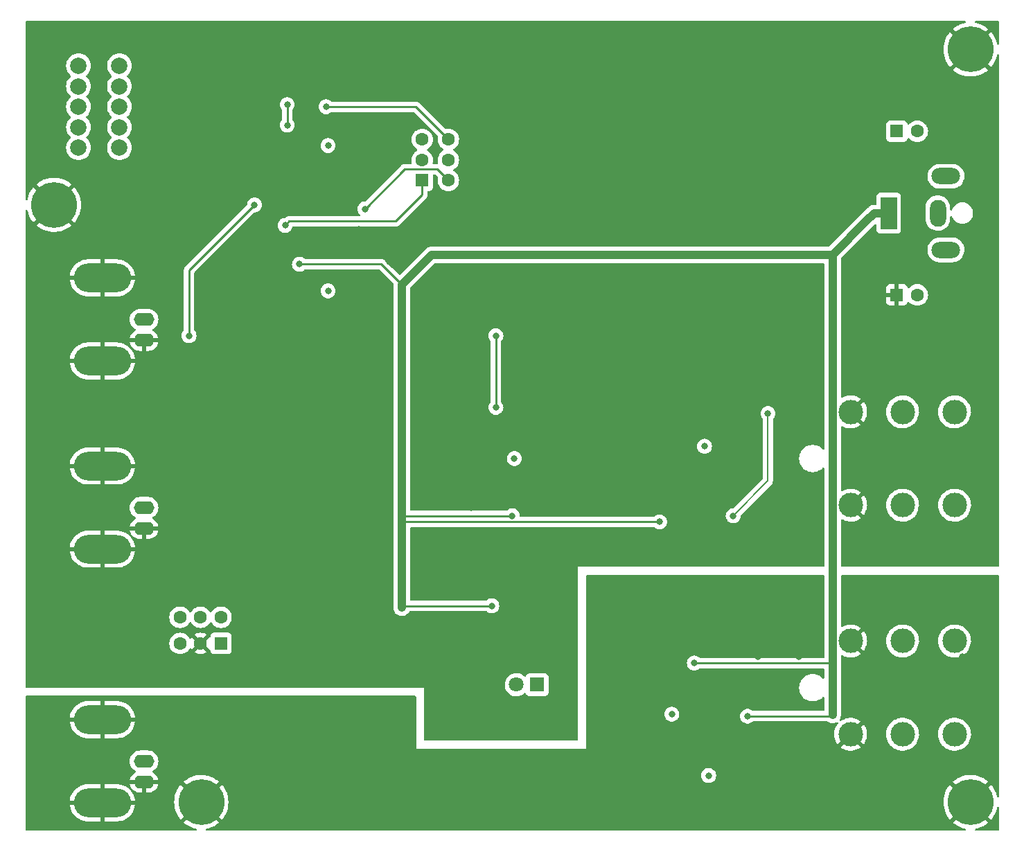
<source format=gbr>
%TF.GenerationSoftware,KiCad,Pcbnew,(6.0.7-1)-1*%
%TF.CreationDate,2022-09-13T14:42:12-07:00*%
%TF.ProjectId,preamp_board,70726561-6d70-45f6-926f-6172642e6b69,rev?*%
%TF.SameCoordinates,Original*%
%TF.FileFunction,Copper,L3,Inr*%
%TF.FilePolarity,Positive*%
%FSLAX46Y46*%
G04 Gerber Fmt 4.6, Leading zero omitted, Abs format (unit mm)*
G04 Created by KiCad (PCBNEW (6.0.7-1)-1) date 2022-09-13 14:42:12*
%MOMM*%
%LPD*%
G01*
G04 APERTURE LIST*
%TA.AperFunction,ComponentPad*%
%ADD10C,3.000000*%
%TD*%
%TA.AperFunction,ComponentPad*%
%ADD11C,5.600000*%
%TD*%
%TA.AperFunction,ComponentPad*%
%ADD12R,2.000000X4.000000*%
%TD*%
%TA.AperFunction,ComponentPad*%
%ADD13O,2.000000X3.300000*%
%TD*%
%TA.AperFunction,ComponentPad*%
%ADD14O,3.500000X2.000000*%
%TD*%
%TA.AperFunction,ComponentPad*%
%ADD15R,1.600000X1.600000*%
%TD*%
%TA.AperFunction,ComponentPad*%
%ADD16C,1.600000*%
%TD*%
%TA.AperFunction,ComponentPad*%
%ADD17O,2.500000X1.600000*%
%TD*%
%TA.AperFunction,ComponentPad*%
%ADD18O,7.000000X3.500000*%
%TD*%
%TA.AperFunction,ComponentPad*%
%ADD19R,1.800000X1.800000*%
%TD*%
%TA.AperFunction,ComponentPad*%
%ADD20C,1.800000*%
%TD*%
%TA.AperFunction,ComponentPad*%
%ADD21C,2.000000*%
%TD*%
%TA.AperFunction,ViaPad*%
%ADD22C,0.800000*%
%TD*%
%TA.AperFunction,Conductor*%
%ADD23C,0.250000*%
%TD*%
%TA.AperFunction,Conductor*%
%ADD24C,0.200000*%
%TD*%
%TA.AperFunction,Conductor*%
%ADD25C,1.000000*%
%TD*%
G04 APERTURE END LIST*
D10*
%TO.N,/differential_to_single/V-*%
%TO.C,J5*%
X107700000Y-87700000D03*
X107700000Y-76300000D03*
%TO.N,GND*%
X101350000Y-76300000D03*
X101350000Y-87700000D03*
%TO.N,/differential_to_single/V+*%
X114050000Y-87700000D03*
X114050000Y-76300000D03*
%TD*%
D11*
%TO.N,GND*%
%TO.C,H3*%
X22000000Y-96000000D03*
%TD*%
D12*
%TO.N,+5V*%
%TO.C,J4*%
X106000000Y-24000000D03*
D13*
%TO.N,-3V3*%
X112000000Y-24000000D03*
D14*
%TO.N,unconnected-(J4-PadMP)*%
X113000000Y-28500000D03*
X113000000Y-19500000D03*
%TD*%
D15*
%TO.N,/INA*%
%TO.C,SW2*%
X49000000Y-20000000D03*
D16*
%TO.N,/INA_TIA*%
X49000000Y-17500000D03*
%TO.N,/CURRIN*%
X49000000Y-15000000D03*
%TO.N,/AMP_OUT*%
X52200000Y-20000000D03*
%TO.N,/OUTPUT*%
X52200000Y-17500000D03*
%TO.N,/TIA_OUT*%
X52200000Y-15000000D03*
%TD*%
D15*
%TO.N,+5V*%
%TO.C,C1*%
X107000000Y-14000000D03*
D16*
%TO.N,-3V3*%
X109500000Y-14000000D03*
%TD*%
D17*
%TO.N,Net-(J2-Pad1)*%
%TO.C,J2*%
X15000000Y-37000000D03*
%TO.N,GND*%
X15000000Y-39540000D03*
D18*
X9920000Y-42080000D03*
X9920000Y-31920000D03*
%TD*%
D10*
%TO.N,Net-(J6-PadR)*%
%TO.C,J6*%
X107700000Y-59700000D03*
X107700000Y-48300000D03*
%TO.N,GND*%
X101350000Y-59700000D03*
X101350000Y-48300000D03*
%TO.N,Net-(J6-PadT)*%
X114050000Y-48300000D03*
X114050000Y-59700000D03*
%TD*%
D15*
%TO.N,/INB*%
%TO.C,SW1*%
X24407500Y-76600000D03*
D16*
%TO.N,GND*%
X21907500Y-76600000D03*
%TO.N,N/C*%
X19407500Y-76600000D03*
X24407500Y-73400000D03*
X21907500Y-73400000D03*
X19407500Y-73400000D03*
%TD*%
D11*
%TO.N,GND*%
%TO.C,H4*%
X116000000Y-4000000D03*
%TD*%
D17*
%TO.N,Net-(J3-Pad1)*%
%TO.C,J3*%
X15000000Y-60000000D03*
D18*
%TO.N,GND*%
X9920000Y-65080000D03*
D17*
X15000000Y-62540000D03*
D18*
X9920000Y-54920000D03*
%TD*%
D11*
%TO.N,GND*%
%TO.C,H1*%
X116000000Y-96000000D03*
%TD*%
D15*
%TO.N,GND*%
%TO.C,C2*%
X107000000Y-34000000D03*
D16*
%TO.N,-3V3*%
X109500000Y-34000000D03*
%TD*%
D11*
%TO.N,GND*%
%TO.C,H2*%
X4000000Y-23000000D03*
%TD*%
D19*
%TO.N,-3V3*%
%TO.C,D3*%
X63050000Y-81650000D03*
D20*
%TO.N,Net-(D3-Pad2)*%
X60510000Y-81650000D03*
%TD*%
D17*
%TO.N,/REFOUT*%
%TO.C,J1*%
X15000000Y-91000000D03*
D18*
%TO.N,GND*%
X9920000Y-96080000D03*
D17*
X15000000Y-93540000D03*
D18*
X9920000Y-85920000D03*
%TD*%
D21*
%TO.N,/preamp/V_RG_1*%
%TO.C,U7*%
X7000000Y-16000000D03*
%TO.N,Net-(R24-Pad1)*%
X7000000Y-13500000D03*
%TO.N,Net-(R23-Pad1)*%
X7000000Y-11000000D03*
%TO.N,Net-(R22-Pad1)*%
X7000000Y-8500000D03*
%TO.N,Net-(R21-Pad1)*%
X7000000Y-6000000D03*
%TO.N,/CURRIN*%
X12000000Y-6000000D03*
%TO.N,/preamp/TIA_RG_G4*%
X12000000Y-8500000D03*
%TO.N,/preamp/TIA_RG_G3*%
X12000000Y-11000000D03*
%TO.N,/preamp/TIA_RG_G2*%
X12000000Y-13500000D03*
%TO.N,/preamp/TIA_RG_G1*%
X12000000Y-16000000D03*
%TD*%
D22*
%TO.N,GND*%
X110000000Y-10000000D03*
X40000000Y-60000000D03*
X20000000Y-70000000D03*
X105000000Y-50000000D03*
X115000000Y-15000000D03*
X60000000Y-20000000D03*
X105000000Y-78250000D03*
X5000000Y-75000000D03*
X85000000Y-10000000D03*
X65000000Y-5000000D03*
X5000000Y-35000000D03*
X110000000Y-55000000D03*
X60000000Y-35000000D03*
X90000000Y-15000000D03*
X65000000Y-93250000D03*
X45000000Y-15000000D03*
X5000000Y-45000000D03*
X95000000Y-10000000D03*
X75000000Y-93250000D03*
X25000000Y-85000000D03*
X10000000Y-60000000D03*
X90000000Y-55000000D03*
X55000000Y-35000000D03*
X40000000Y-45000000D03*
X100000000Y-10000000D03*
X90000000Y-45000000D03*
X75000000Y-73250000D03*
X35000000Y-5000000D03*
X85000000Y-55000000D03*
X10000000Y-70000000D03*
X10000000Y-50000000D03*
X115000000Y-45000000D03*
X55000000Y-45000000D03*
X110000000Y-98250000D03*
X75000000Y-55000000D03*
X60000000Y-10000000D03*
X35000000Y-55000000D03*
X5000000Y-5000000D03*
X110000000Y-5000000D03*
X75000000Y-20000000D03*
X55000000Y-15000000D03*
X100000000Y-15000000D03*
X15000000Y-70000000D03*
X105000000Y-30000000D03*
X5000000Y-60000000D03*
X25000000Y-30000000D03*
X65000000Y-75000000D03*
X95000000Y-93250000D03*
X110000000Y-93250000D03*
X115000000Y-35000000D03*
X65000000Y-25000000D03*
X80000000Y-45000000D03*
X35000000Y-45000000D03*
X55000000Y-50000000D03*
X65000000Y-60000000D03*
X40000000Y-55000000D03*
X80000000Y-25000000D03*
X90000000Y-93250000D03*
X65000000Y-55000000D03*
X105000000Y-55000000D03*
X115000000Y-78250000D03*
X25000000Y-50000000D03*
X75000000Y-60000000D03*
X95000000Y-50000000D03*
X25000000Y-45000000D03*
X75000000Y-35000000D03*
X40000000Y-15000000D03*
X85000000Y-15000000D03*
X30000000Y-85000000D03*
X10000000Y-5000000D03*
X85000000Y-73250000D03*
X10000000Y-75000000D03*
X85000000Y-5000000D03*
X55000000Y-60000000D03*
X60000000Y-85000000D03*
X35000000Y-60000000D03*
X40000000Y-20000000D03*
X35000000Y-70000000D03*
X15000000Y-75000000D03*
X80000000Y-5000000D03*
X60000000Y-15000000D03*
X65000000Y-70000000D03*
X15000000Y-55000000D03*
X65000000Y-45000000D03*
X95000000Y-78250000D03*
X35000000Y-15000000D03*
X35000000Y-75000000D03*
X90000000Y-10000000D03*
X95000000Y-20000000D03*
X10000000Y-35000000D03*
X40000000Y-70000000D03*
X100000000Y-93250000D03*
X10000000Y-45000000D03*
X110000000Y-40000000D03*
X30000000Y-60000000D03*
X90000000Y-40000000D03*
X85000000Y-45000000D03*
X5000000Y-30000000D03*
X105000000Y-20000000D03*
X75000000Y-15000000D03*
X60000000Y-70000000D03*
X80000000Y-73250000D03*
X65000000Y-10000000D03*
X90000000Y-78250000D03*
X55000000Y-10000000D03*
X45000000Y-55000000D03*
X20000000Y-75000000D03*
X65000000Y-15000000D03*
X65000000Y-50000000D03*
X115000000Y-40000000D03*
X115000000Y-10000000D03*
X105000000Y-15000000D03*
X15000000Y-30000000D03*
X115000000Y-73250000D03*
X100000000Y-5000000D03*
X5000000Y-15000000D03*
X65000000Y-35000000D03*
X115000000Y-30000000D03*
X25000000Y-35000000D03*
X110000000Y-78250000D03*
X40000000Y-40000000D03*
X95000000Y-25000000D03*
X60000000Y-50000000D03*
X85000000Y-40000000D03*
X25000000Y-55000000D03*
X90000000Y-73250000D03*
X80000000Y-20000000D03*
X5000000Y-98250000D03*
X25000000Y-40000000D03*
X45000000Y-10000000D03*
X5000000Y-50000000D03*
X15000000Y-98250000D03*
X55000000Y-5000000D03*
X45000000Y-30000000D03*
X105000000Y-60000000D03*
X65000000Y-20000000D03*
X20000000Y-85000000D03*
X35000000Y-50000000D03*
X30000000Y-40000000D03*
X115000000Y-55000000D03*
X5000000Y-70000000D03*
X105000000Y-5000000D03*
X15000000Y-35000000D03*
X75000000Y-5000000D03*
X90000000Y-60000000D03*
X35000000Y-93250000D03*
X55000000Y-55000000D03*
X90000000Y-35000000D03*
X40000000Y-75000000D03*
X80000000Y-10000000D03*
X75000000Y-78250000D03*
X60000000Y-5000000D03*
X30000000Y-10000000D03*
X110000000Y-45000000D03*
X55000000Y-25000000D03*
X5000000Y-10000000D03*
X80000000Y-35000000D03*
X45000000Y-60000000D03*
X30000000Y-50000000D03*
X45000000Y-45000000D03*
X40000000Y-93250000D03*
X105000000Y-40000000D03*
X85000000Y-20000000D03*
X10000000Y-93250000D03*
X15000000Y-45000000D03*
X95000000Y-40000000D03*
X55000000Y-85000000D03*
X20000000Y-50000000D03*
X80000000Y-93250000D03*
X90000000Y-20000000D03*
X40000000Y-50000000D03*
X110000000Y-60000000D03*
X25000000Y-10000000D03*
X60000000Y-25000000D03*
X95000000Y-60000000D03*
X45000000Y-35000000D03*
X45000000Y-70000000D03*
X45000000Y-93250000D03*
X65000000Y-85000000D03*
X35000000Y-40000000D03*
X80000000Y-15000000D03*
X85000000Y-35000000D03*
X40000000Y-35000000D03*
X30000000Y-45000000D03*
X20000000Y-30000000D03*
X100000000Y-25000000D03*
X60000000Y-45000000D03*
X5000000Y-40000000D03*
X25000000Y-5000000D03*
X35000000Y-35000000D03*
X30000000Y-55000000D03*
X45000000Y-40000000D03*
X30000000Y-75000000D03*
X15000000Y-50000000D03*
X75000000Y-10000000D03*
X95000000Y-35000000D03*
X5000000Y-55000000D03*
X95000000Y-15000000D03*
X45000000Y-50000000D03*
X30000000Y-30000000D03*
X60000000Y-93250000D03*
X30000000Y-35000000D03*
X55000000Y-93250000D03*
X40000000Y-10000000D03*
X85000000Y-25000000D03*
X75000000Y-25000000D03*
X105000000Y-35000000D03*
X110000000Y-50000000D03*
X85000000Y-60000000D03*
X55000000Y-70000000D03*
X30000000Y-70000000D03*
X105000000Y-93250000D03*
X80000000Y-78250000D03*
X5000000Y-93250000D03*
X45000000Y-75000000D03*
X20000000Y-55000000D03*
X41250000Y-26000000D03*
X28500000Y-3750000D03*
X85500000Y-90750000D03*
X108000000Y-39500000D03*
X34000000Y-33250000D03*
X89000000Y-54500000D03*
X38250000Y-19500000D03*
X85500000Y-83750000D03*
X37750000Y-4750000D03*
%TO.N,/TIA_OUT*%
X37250000Y-11000000D03*
%TO.N,/single_to_differential/Vo+*%
X87000000Y-61000000D03*
X91250000Y-48500000D03*
%TO.N,/INB*%
X20500000Y-39000000D03*
X28500000Y-23000000D03*
%TO.N,/OUTPUT*%
X58000000Y-39000000D03*
X58000000Y-47750000D03*
%TO.N,/INA*%
X32250000Y-25500000D03*
%TO.N,/AMP_OUT*%
X42000000Y-23500000D03*
%TO.N,+5V*%
X82250000Y-79000000D03*
X32500000Y-10750000D03*
X88750000Y-85500000D03*
X32500000Y-13250000D03*
X60000000Y-61000000D03*
X57500000Y-72000000D03*
X78000000Y-61750000D03*
X34000000Y-30250000D03*
%TO.N,-3V3*%
X83500000Y-52500000D03*
X60250000Y-54000000D03*
X37500000Y-15750000D03*
X84000000Y-92750000D03*
X79500000Y-85250000D03*
X37500000Y-33500000D03*
%TD*%
D23*
%TO.N,/TIA_OUT*%
X37250000Y-11000000D02*
X48200000Y-11000000D01*
X48200000Y-11000000D02*
X52200000Y-15000000D01*
D24*
%TO.N,/single_to_differential/Vo+*%
X91250000Y-48500000D02*
X91250000Y-56750000D01*
X91250000Y-56750000D02*
X87000000Y-61000000D01*
D23*
%TO.N,/INB*%
X20500000Y-39000000D02*
X20500000Y-31000000D01*
X20500000Y-31000000D02*
X28500000Y-23000000D01*
%TO.N,/OUTPUT*%
X58000000Y-39000000D02*
X58000000Y-47750000D01*
%TO.N,/INA*%
X45750000Y-25000000D02*
X49000000Y-21750000D01*
X45750000Y-25000000D02*
X32750000Y-25000000D01*
X49000000Y-21750000D02*
X49000000Y-20000000D01*
X32750000Y-25000000D02*
X32250000Y-25500000D01*
%TO.N,/AMP_OUT*%
X46875000Y-18625000D02*
X42000000Y-23500000D01*
X50825000Y-18625000D02*
X46875000Y-18625000D01*
X52200000Y-20000000D02*
X50825000Y-18625000D01*
D25*
%TO.N,+5V*%
X46500000Y-32750000D02*
X46500000Y-61000000D01*
D23*
X82250000Y-79000000D02*
X99000000Y-79000000D01*
X46750000Y-72000000D02*
X46500000Y-72250000D01*
D25*
X104250000Y-24000000D02*
X103250000Y-25000000D01*
D23*
X88750000Y-85500000D02*
X99000000Y-85500000D01*
X57500000Y-72000000D02*
X46750000Y-72000000D01*
D25*
X46750000Y-32500000D02*
X46500000Y-32750000D01*
D23*
X99000000Y-79000000D02*
X99150000Y-78850000D01*
X46750000Y-61750000D02*
X46500000Y-62000000D01*
X78000000Y-61750000D02*
X46750000Y-61750000D01*
X44000000Y-30250000D02*
X46500000Y-32750000D01*
X34000000Y-30250000D02*
X44000000Y-30250000D01*
D25*
X99150000Y-29100000D02*
X50150000Y-29100000D01*
X106000000Y-24000000D02*
X104250000Y-24000000D01*
X50150000Y-29100000D02*
X46750000Y-32500000D01*
X99150000Y-78850000D02*
X99150000Y-85350000D01*
X99150000Y-29100000D02*
X99150000Y-78850000D01*
D23*
X60000000Y-61000000D02*
X46500000Y-61000000D01*
D25*
X103250000Y-25000000D02*
X99150000Y-29100000D01*
X46500000Y-61000000D02*
X46500000Y-62000000D01*
X46500000Y-62000000D02*
X46500000Y-72250000D01*
D23*
X32500000Y-13250000D02*
X32500000Y-10750000D01*
X99000000Y-85500000D02*
X99150000Y-85350000D01*
%TD*%
%TA.AperFunction,Conductor*%
%TO.N,GND*%
G36*
X115383879Y-528502D02*
G01*
X115430372Y-582158D01*
X115440476Y-652432D01*
X115410982Y-717012D01*
X115351256Y-755396D01*
X115342600Y-757608D01*
X115123586Y-805361D01*
X115117011Y-807172D01*
X114783683Y-918702D01*
X114777361Y-921205D01*
X114458034Y-1068079D01*
X114451991Y-1071265D01*
X114150401Y-1251763D01*
X114144755Y-1255571D01*
X113864408Y-1467596D01*
X113859211Y-1471987D01*
X113857972Y-1473155D01*
X113849950Y-1486862D01*
X113849986Y-1487704D01*
X113855037Y-1495826D01*
X115987190Y-3627980D01*
X116001131Y-3635592D01*
X116002966Y-3635461D01*
X116009580Y-3631210D01*
X118142798Y-1497991D01*
X118150412Y-1484047D01*
X118150344Y-1483089D01*
X118145836Y-1476272D01*
X118144418Y-1475065D01*
X117864813Y-1262064D01*
X117859187Y-1258240D01*
X117558214Y-1076681D01*
X117552202Y-1073484D01*
X117233370Y-925487D01*
X117227070Y-922967D01*
X116894129Y-810273D01*
X116887551Y-808437D01*
X116657846Y-757513D01*
X116595669Y-723241D01*
X116561891Y-660795D01*
X116567237Y-590000D01*
X116610009Y-533333D01*
X116676627Y-508786D01*
X116685117Y-508500D01*
X119365500Y-508500D01*
X119433621Y-528502D01*
X119480114Y-582158D01*
X119491500Y-634500D01*
X119491500Y-3302313D01*
X119471498Y-3370434D01*
X119417842Y-3416927D01*
X119347568Y-3427031D01*
X119282988Y-3397537D01*
X119244604Y-3337811D01*
X119241156Y-3322675D01*
X119236130Y-3291985D01*
X119234663Y-3285313D01*
X119140736Y-2946627D01*
X119138562Y-2940163D01*
X119008598Y-2613578D01*
X119005742Y-2607398D01*
X118841269Y-2296763D01*
X118837769Y-2290937D01*
X118640697Y-1999862D01*
X118636590Y-1994453D01*
X118523565Y-1861179D01*
X118510740Y-1852743D01*
X118500416Y-1858795D01*
X116372020Y-3987190D01*
X116364408Y-4001131D01*
X116364539Y-4002966D01*
X116368790Y-4009580D01*
X118499009Y-6139798D01*
X118512605Y-6147223D01*
X118522218Y-6140522D01*
X118622518Y-6023912D01*
X118626676Y-6018514D01*
X118825762Y-5728840D01*
X118829310Y-5723029D01*
X118995942Y-5413559D01*
X118998849Y-5407381D01*
X119131090Y-5081713D01*
X119133304Y-5075283D01*
X119229598Y-4737237D01*
X119231105Y-4730607D01*
X119241301Y-4670958D01*
X119272495Y-4607182D01*
X119333217Y-4570394D01*
X119404189Y-4572275D01*
X119462877Y-4612227D01*
X119490649Y-4677567D01*
X119491500Y-4692188D01*
X119491500Y-67124000D01*
X119471498Y-67192121D01*
X119417842Y-67238614D01*
X119365500Y-67250000D01*
X100284500Y-67250000D01*
X100216379Y-67229998D01*
X100169886Y-67176342D01*
X100158500Y-67124000D01*
X100158500Y-61550768D01*
X100178502Y-61482647D01*
X100232158Y-61436154D01*
X100302432Y-61426050D01*
X100351456Y-61444030D01*
X100395272Y-61471515D01*
X100402807Y-61475556D01*
X100644520Y-61584694D01*
X100652551Y-61587680D01*
X100906832Y-61663002D01*
X100915184Y-61664869D01*
X101177340Y-61704984D01*
X101185874Y-61705700D01*
X101451045Y-61709867D01*
X101459596Y-61709418D01*
X101722883Y-61677557D01*
X101731284Y-61675955D01*
X101987824Y-61608653D01*
X101995926Y-61605926D01*
X102240949Y-61504434D01*
X102248617Y-61500628D01*
X102477598Y-61366822D01*
X102484679Y-61362009D01*
X102564655Y-61299301D01*
X102573125Y-61287442D01*
X102566608Y-61275818D01*
X101079885Y-59789095D01*
X101045859Y-59726783D01*
X101047694Y-59701132D01*
X101714408Y-59701132D01*
X101714539Y-59702965D01*
X101718790Y-59709580D01*
X102925730Y-60916520D01*
X102937939Y-60923187D01*
X102949439Y-60914497D01*
X103046831Y-60781913D01*
X103051418Y-60774685D01*
X103177962Y-60541621D01*
X103181530Y-60533827D01*
X103275271Y-60285750D01*
X103277748Y-60277544D01*
X103336954Y-60019038D01*
X103338294Y-60010577D01*
X103362031Y-59744616D01*
X103362277Y-59739677D01*
X103362666Y-59702485D01*
X103362523Y-59697519D01*
X103361255Y-59678918D01*
X105686917Y-59678918D01*
X105702682Y-59952320D01*
X105703507Y-59956525D01*
X105703508Y-59956533D01*
X105714111Y-60010577D01*
X105755405Y-60221053D01*
X105756792Y-60225103D01*
X105756793Y-60225108D01*
X105831714Y-60443933D01*
X105844112Y-60480144D01*
X105846039Y-60483975D01*
X105932935Y-60656749D01*
X105967160Y-60724799D01*
X105969586Y-60728328D01*
X105969589Y-60728334D01*
X106098927Y-60916520D01*
X106122274Y-60950490D01*
X106125161Y-60953663D01*
X106125162Y-60953664D01*
X106206307Y-61042842D01*
X106306582Y-61153043D01*
X106516675Y-61328707D01*
X106520316Y-61330991D01*
X106745024Y-61471951D01*
X106745028Y-61471953D01*
X106748664Y-61474234D01*
X106816544Y-61504883D01*
X106994345Y-61585164D01*
X106994349Y-61585166D01*
X106998257Y-61586930D01*
X107002377Y-61588150D01*
X107002376Y-61588150D01*
X107256723Y-61663491D01*
X107256727Y-61663492D01*
X107260836Y-61664709D01*
X107265070Y-61665357D01*
X107265075Y-61665358D01*
X107527298Y-61705483D01*
X107527300Y-61705483D01*
X107531540Y-61706132D01*
X107670912Y-61708322D01*
X107801071Y-61710367D01*
X107801077Y-61710367D01*
X107805362Y-61710434D01*
X108077235Y-61677534D01*
X108342127Y-61608041D01*
X108346087Y-61606401D01*
X108346092Y-61606399D01*
X108501921Y-61541852D01*
X108595136Y-61503241D01*
X108797945Y-61384729D01*
X108827879Y-61367237D01*
X108827880Y-61367236D01*
X108831582Y-61365073D01*
X109047089Y-61196094D01*
X109053065Y-61189928D01*
X109228050Y-61009357D01*
X109237669Y-60999431D01*
X109240202Y-60995983D01*
X109240206Y-60995978D01*
X109397257Y-60782178D01*
X109399795Y-60778723D01*
X109401841Y-60774955D01*
X109528418Y-60541830D01*
X109528419Y-60541828D01*
X109530468Y-60538054D01*
X109609383Y-60329211D01*
X109625751Y-60285895D01*
X109625752Y-60285891D01*
X109627269Y-60281877D01*
X109688407Y-60014933D01*
X109690229Y-59994525D01*
X109712531Y-59744627D01*
X109712532Y-59744616D01*
X109712751Y-59742161D01*
X109713193Y-59700000D01*
X109711756Y-59678918D01*
X112036917Y-59678918D01*
X112052682Y-59952320D01*
X112053507Y-59956525D01*
X112053508Y-59956533D01*
X112064111Y-60010577D01*
X112105405Y-60221053D01*
X112106792Y-60225103D01*
X112106793Y-60225108D01*
X112181714Y-60443933D01*
X112194112Y-60480144D01*
X112196039Y-60483975D01*
X112282935Y-60656749D01*
X112317160Y-60724799D01*
X112319586Y-60728328D01*
X112319589Y-60728334D01*
X112448927Y-60916520D01*
X112472274Y-60950490D01*
X112475161Y-60953663D01*
X112475162Y-60953664D01*
X112556307Y-61042842D01*
X112656582Y-61153043D01*
X112866675Y-61328707D01*
X112870316Y-61330991D01*
X113095024Y-61471951D01*
X113095028Y-61471953D01*
X113098664Y-61474234D01*
X113166544Y-61504883D01*
X113344345Y-61585164D01*
X113344349Y-61585166D01*
X113348257Y-61586930D01*
X113352377Y-61588150D01*
X113352376Y-61588150D01*
X113606723Y-61663491D01*
X113606727Y-61663492D01*
X113610836Y-61664709D01*
X113615070Y-61665357D01*
X113615075Y-61665358D01*
X113877298Y-61705483D01*
X113877300Y-61705483D01*
X113881540Y-61706132D01*
X114020912Y-61708322D01*
X114151071Y-61710367D01*
X114151077Y-61710367D01*
X114155362Y-61710434D01*
X114427235Y-61677534D01*
X114692127Y-61608041D01*
X114696087Y-61606401D01*
X114696092Y-61606399D01*
X114851921Y-61541852D01*
X114945136Y-61503241D01*
X115147945Y-61384729D01*
X115177879Y-61367237D01*
X115177880Y-61367236D01*
X115181582Y-61365073D01*
X115397089Y-61196094D01*
X115403065Y-61189928D01*
X115578050Y-61009357D01*
X115587669Y-60999431D01*
X115590202Y-60995983D01*
X115590206Y-60995978D01*
X115747257Y-60782178D01*
X115749795Y-60778723D01*
X115751841Y-60774955D01*
X115878418Y-60541830D01*
X115878419Y-60541828D01*
X115880468Y-60538054D01*
X115959383Y-60329211D01*
X115975751Y-60285895D01*
X115975752Y-60285891D01*
X115977269Y-60281877D01*
X116038407Y-60014933D01*
X116040229Y-59994525D01*
X116062531Y-59744627D01*
X116062532Y-59744616D01*
X116062751Y-59742161D01*
X116063193Y-59700000D01*
X116053019Y-59550757D01*
X116044859Y-59431055D01*
X116044858Y-59431049D01*
X116044567Y-59426778D01*
X115989032Y-59158612D01*
X115897617Y-58900465D01*
X115772013Y-58657112D01*
X115762040Y-58642921D01*
X115617008Y-58436562D01*
X115614545Y-58433057D01*
X115428125Y-58232445D01*
X115424810Y-58229731D01*
X115424806Y-58229728D01*
X115219523Y-58061706D01*
X115216205Y-58058990D01*
X114982704Y-57915901D01*
X114978768Y-57914173D01*
X114735873Y-57807549D01*
X114735869Y-57807548D01*
X114731945Y-57805825D01*
X114468566Y-57730800D01*
X114464324Y-57730196D01*
X114464318Y-57730195D01*
X114263834Y-57701662D01*
X114197443Y-57692213D01*
X114053589Y-57691460D01*
X113927877Y-57690802D01*
X113927871Y-57690802D01*
X113923591Y-57690780D01*
X113919347Y-57691339D01*
X113919343Y-57691339D01*
X113800302Y-57707011D01*
X113652078Y-57726525D01*
X113647938Y-57727658D01*
X113647936Y-57727658D01*
X113575008Y-57747609D01*
X113387928Y-57798788D01*
X113383980Y-57800472D01*
X113139982Y-57904546D01*
X113139978Y-57904548D01*
X113136030Y-57906232D01*
X113116125Y-57918145D01*
X112904725Y-58044664D01*
X112904721Y-58044667D01*
X112901043Y-58046868D01*
X112687318Y-58218094D01*
X112498808Y-58416742D01*
X112339002Y-58639136D01*
X112210857Y-58881161D01*
X112209385Y-58885184D01*
X112209383Y-58885188D01*
X112118214Y-59134317D01*
X112116743Y-59138337D01*
X112058404Y-59405907D01*
X112036917Y-59678918D01*
X109711756Y-59678918D01*
X109703019Y-59550757D01*
X109694859Y-59431055D01*
X109694858Y-59431049D01*
X109694567Y-59426778D01*
X109639032Y-59158612D01*
X109547617Y-58900465D01*
X109422013Y-58657112D01*
X109412040Y-58642921D01*
X109267008Y-58436562D01*
X109264545Y-58433057D01*
X109078125Y-58232445D01*
X109074810Y-58229731D01*
X109074806Y-58229728D01*
X108869523Y-58061706D01*
X108866205Y-58058990D01*
X108632704Y-57915901D01*
X108628768Y-57914173D01*
X108385873Y-57807549D01*
X108385869Y-57807548D01*
X108381945Y-57805825D01*
X108118566Y-57730800D01*
X108114324Y-57730196D01*
X108114318Y-57730195D01*
X107913834Y-57701662D01*
X107847443Y-57692213D01*
X107703589Y-57691460D01*
X107577877Y-57690802D01*
X107577871Y-57690802D01*
X107573591Y-57690780D01*
X107569347Y-57691339D01*
X107569343Y-57691339D01*
X107450302Y-57707011D01*
X107302078Y-57726525D01*
X107297938Y-57727658D01*
X107297936Y-57727658D01*
X107225008Y-57747609D01*
X107037928Y-57798788D01*
X107033980Y-57800472D01*
X106789982Y-57904546D01*
X106789978Y-57904548D01*
X106786030Y-57906232D01*
X106766125Y-57918145D01*
X106554725Y-58044664D01*
X106554721Y-58044667D01*
X106551043Y-58046868D01*
X106337318Y-58218094D01*
X106148808Y-58416742D01*
X105989002Y-58639136D01*
X105860857Y-58881161D01*
X105859385Y-58885184D01*
X105859383Y-58885188D01*
X105768214Y-59134317D01*
X105766743Y-59138337D01*
X105708404Y-59405907D01*
X105686917Y-59678918D01*
X103361255Y-59678918D01*
X103344362Y-59431123D01*
X103343201Y-59422649D01*
X103289419Y-59162944D01*
X103287120Y-59154709D01*
X103198588Y-58904705D01*
X103195191Y-58896854D01*
X103073550Y-58661178D01*
X103069122Y-58653866D01*
X102950031Y-58484417D01*
X102939509Y-58476037D01*
X102926121Y-58483089D01*
X101722022Y-59687188D01*
X101714408Y-59701132D01*
X101047694Y-59701132D01*
X101050924Y-59655968D01*
X101079885Y-59610905D01*
X102566604Y-58124186D01*
X102573795Y-58111017D01*
X102566473Y-58100780D01*
X102519233Y-58062115D01*
X102512261Y-58057160D01*
X102286122Y-57918582D01*
X102278552Y-57914624D01*
X102035704Y-57808022D01*
X102027644Y-57805120D01*
X101772592Y-57732467D01*
X101764214Y-57730685D01*
X101501656Y-57693318D01*
X101493111Y-57692691D01*
X101227908Y-57691302D01*
X101219374Y-57691839D01*
X100956433Y-57726456D01*
X100948035Y-57728149D01*
X100692238Y-57798127D01*
X100684143Y-57800946D01*
X100440199Y-57904997D01*
X100432577Y-57908881D01*
X100349206Y-57958777D01*
X100280482Y-57976597D01*
X100213034Y-57954433D01*
X100168276Y-57899322D01*
X100158500Y-57850661D01*
X100158500Y-50150768D01*
X100178502Y-50082647D01*
X100232158Y-50036154D01*
X100302432Y-50026050D01*
X100351456Y-50044030D01*
X100395272Y-50071515D01*
X100402807Y-50075556D01*
X100644520Y-50184694D01*
X100652551Y-50187680D01*
X100906832Y-50263002D01*
X100915184Y-50264869D01*
X101177340Y-50304984D01*
X101185874Y-50305700D01*
X101451045Y-50309867D01*
X101459596Y-50309418D01*
X101722883Y-50277557D01*
X101731284Y-50275955D01*
X101987824Y-50208653D01*
X101995926Y-50205926D01*
X102240949Y-50104434D01*
X102248617Y-50100628D01*
X102477598Y-49966822D01*
X102484679Y-49962009D01*
X102564655Y-49899301D01*
X102573125Y-49887442D01*
X102566608Y-49875818D01*
X101079885Y-48389095D01*
X101045859Y-48326783D01*
X101047694Y-48301132D01*
X101714408Y-48301132D01*
X101714539Y-48302965D01*
X101718790Y-48309580D01*
X102925730Y-49516520D01*
X102937939Y-49523187D01*
X102949439Y-49514497D01*
X103046831Y-49381913D01*
X103051418Y-49374685D01*
X103177962Y-49141621D01*
X103181530Y-49133827D01*
X103275271Y-48885750D01*
X103277748Y-48877544D01*
X103336954Y-48619038D01*
X103338294Y-48610577D01*
X103362031Y-48344616D01*
X103362277Y-48339677D01*
X103362666Y-48302485D01*
X103362523Y-48297519D01*
X103361255Y-48278918D01*
X105686917Y-48278918D01*
X105702682Y-48552320D01*
X105703507Y-48556525D01*
X105703508Y-48556533D01*
X105728392Y-48683365D01*
X105755405Y-48821053D01*
X105756792Y-48825103D01*
X105756793Y-48825108D01*
X105842723Y-49076088D01*
X105844112Y-49080144D01*
X105967160Y-49324799D01*
X105969586Y-49328328D01*
X105969589Y-49328334D01*
X106098927Y-49516520D01*
X106122274Y-49550490D01*
X106306582Y-49753043D01*
X106516675Y-49928707D01*
X106520316Y-49930991D01*
X106745024Y-50071951D01*
X106745028Y-50071953D01*
X106748664Y-50074234D01*
X106816544Y-50104883D01*
X106994345Y-50185164D01*
X106994349Y-50185166D01*
X106998257Y-50186930D01*
X107002377Y-50188150D01*
X107002376Y-50188150D01*
X107256723Y-50263491D01*
X107256727Y-50263492D01*
X107260836Y-50264709D01*
X107265070Y-50265357D01*
X107265075Y-50265358D01*
X107527298Y-50305483D01*
X107527300Y-50305483D01*
X107531540Y-50306132D01*
X107670912Y-50308322D01*
X107801071Y-50310367D01*
X107801077Y-50310367D01*
X107805362Y-50310434D01*
X108077235Y-50277534D01*
X108342127Y-50208041D01*
X108346087Y-50206401D01*
X108346092Y-50206399D01*
X108480396Y-50150768D01*
X108595136Y-50103241D01*
X108831582Y-49965073D01*
X109047089Y-49796094D01*
X109088809Y-49753043D01*
X109234686Y-49602509D01*
X109237669Y-49599431D01*
X109240202Y-49595983D01*
X109240206Y-49595978D01*
X109397257Y-49382178D01*
X109399795Y-49378723D01*
X109401841Y-49374955D01*
X109528418Y-49141830D01*
X109528419Y-49141828D01*
X109530468Y-49138054D01*
X109627269Y-48881877D01*
X109678743Y-48657128D01*
X109687449Y-48619117D01*
X109687450Y-48619113D01*
X109688407Y-48614933D01*
X109698079Y-48506565D01*
X109712531Y-48344627D01*
X109712532Y-48344616D01*
X109712751Y-48342161D01*
X109713193Y-48300000D01*
X109711756Y-48278918D01*
X112036917Y-48278918D01*
X112052682Y-48552320D01*
X112053507Y-48556525D01*
X112053508Y-48556533D01*
X112078392Y-48683365D01*
X112105405Y-48821053D01*
X112106792Y-48825103D01*
X112106793Y-48825108D01*
X112192723Y-49076088D01*
X112194112Y-49080144D01*
X112317160Y-49324799D01*
X112319586Y-49328328D01*
X112319589Y-49328334D01*
X112448927Y-49516520D01*
X112472274Y-49550490D01*
X112656582Y-49753043D01*
X112866675Y-49928707D01*
X112870316Y-49930991D01*
X113095024Y-50071951D01*
X113095028Y-50071953D01*
X113098664Y-50074234D01*
X113166544Y-50104883D01*
X113344345Y-50185164D01*
X113344349Y-50185166D01*
X113348257Y-50186930D01*
X113352377Y-50188150D01*
X113352376Y-50188150D01*
X113606723Y-50263491D01*
X113606727Y-50263492D01*
X113610836Y-50264709D01*
X113615070Y-50265357D01*
X113615075Y-50265358D01*
X113877298Y-50305483D01*
X113877300Y-50305483D01*
X113881540Y-50306132D01*
X114020912Y-50308322D01*
X114151071Y-50310367D01*
X114151077Y-50310367D01*
X114155362Y-50310434D01*
X114427235Y-50277534D01*
X114692127Y-50208041D01*
X114696087Y-50206401D01*
X114696092Y-50206399D01*
X114830396Y-50150768D01*
X114945136Y-50103241D01*
X115181582Y-49965073D01*
X115397089Y-49796094D01*
X115438809Y-49753043D01*
X115584686Y-49602509D01*
X115587669Y-49599431D01*
X115590202Y-49595983D01*
X115590206Y-49595978D01*
X115747257Y-49382178D01*
X115749795Y-49378723D01*
X115751841Y-49374955D01*
X115878418Y-49141830D01*
X115878419Y-49141828D01*
X115880468Y-49138054D01*
X115977269Y-48881877D01*
X116028743Y-48657128D01*
X116037449Y-48619117D01*
X116037450Y-48619113D01*
X116038407Y-48614933D01*
X116048079Y-48506565D01*
X116062531Y-48344627D01*
X116062532Y-48344616D01*
X116062751Y-48342161D01*
X116063193Y-48300000D01*
X116057119Y-48210905D01*
X116044859Y-48031055D01*
X116044858Y-48031049D01*
X116044567Y-48026778D01*
X115989032Y-47758612D01*
X115897617Y-47500465D01*
X115772013Y-47257112D01*
X115762040Y-47242921D01*
X115638948Y-47067779D01*
X115614545Y-47033057D01*
X115428125Y-46832445D01*
X115424810Y-46829731D01*
X115424806Y-46829728D01*
X115219523Y-46661706D01*
X115216205Y-46658990D01*
X114982704Y-46515901D01*
X114978768Y-46514173D01*
X114735873Y-46407549D01*
X114735869Y-46407548D01*
X114731945Y-46405825D01*
X114468566Y-46330800D01*
X114464324Y-46330196D01*
X114464318Y-46330195D01*
X114263834Y-46301662D01*
X114197443Y-46292213D01*
X114053589Y-46291460D01*
X113927877Y-46290802D01*
X113927871Y-46290802D01*
X113923591Y-46290780D01*
X113919347Y-46291339D01*
X113919343Y-46291339D01*
X113800302Y-46307011D01*
X113652078Y-46326525D01*
X113647938Y-46327658D01*
X113647936Y-46327658D01*
X113575008Y-46347609D01*
X113387928Y-46398788D01*
X113383980Y-46400472D01*
X113139982Y-46504546D01*
X113139978Y-46504548D01*
X113136030Y-46506232D01*
X113116125Y-46518145D01*
X112904725Y-46644664D01*
X112904721Y-46644667D01*
X112901043Y-46646868D01*
X112687318Y-46818094D01*
X112498808Y-47016742D01*
X112339002Y-47239136D01*
X112210857Y-47481161D01*
X112209385Y-47485184D01*
X112209383Y-47485188D01*
X112170478Y-47591500D01*
X112116743Y-47738337D01*
X112058404Y-48005907D01*
X112036917Y-48278918D01*
X109711756Y-48278918D01*
X109707119Y-48210905D01*
X109694859Y-48031055D01*
X109694858Y-48031049D01*
X109694567Y-48026778D01*
X109639032Y-47758612D01*
X109547617Y-47500465D01*
X109422013Y-47257112D01*
X109412040Y-47242921D01*
X109288948Y-47067779D01*
X109264545Y-47033057D01*
X109078125Y-46832445D01*
X109074810Y-46829731D01*
X109074806Y-46829728D01*
X108869523Y-46661706D01*
X108866205Y-46658990D01*
X108632704Y-46515901D01*
X108628768Y-46514173D01*
X108385873Y-46407549D01*
X108385869Y-46407548D01*
X108381945Y-46405825D01*
X108118566Y-46330800D01*
X108114324Y-46330196D01*
X108114318Y-46330195D01*
X107913834Y-46301662D01*
X107847443Y-46292213D01*
X107703589Y-46291460D01*
X107577877Y-46290802D01*
X107577871Y-46290802D01*
X107573591Y-46290780D01*
X107569347Y-46291339D01*
X107569343Y-46291339D01*
X107450302Y-46307011D01*
X107302078Y-46326525D01*
X107297938Y-46327658D01*
X107297936Y-46327658D01*
X107225008Y-46347609D01*
X107037928Y-46398788D01*
X107033980Y-46400472D01*
X106789982Y-46504546D01*
X106789978Y-46504548D01*
X106786030Y-46506232D01*
X106766125Y-46518145D01*
X106554725Y-46644664D01*
X106554721Y-46644667D01*
X106551043Y-46646868D01*
X106337318Y-46818094D01*
X106148808Y-47016742D01*
X105989002Y-47239136D01*
X105860857Y-47481161D01*
X105859385Y-47485184D01*
X105859383Y-47485188D01*
X105820478Y-47591500D01*
X105766743Y-47738337D01*
X105708404Y-48005907D01*
X105686917Y-48278918D01*
X103361255Y-48278918D01*
X103344362Y-48031123D01*
X103343201Y-48022649D01*
X103289419Y-47762944D01*
X103287120Y-47754709D01*
X103198588Y-47504705D01*
X103195191Y-47496854D01*
X103073550Y-47261178D01*
X103069122Y-47253866D01*
X102950031Y-47084417D01*
X102939509Y-47076037D01*
X102926121Y-47083089D01*
X101722022Y-48287188D01*
X101714408Y-48301132D01*
X101047694Y-48301132D01*
X101050924Y-48255968D01*
X101079885Y-48210905D01*
X102566604Y-46724186D01*
X102573795Y-46711017D01*
X102566473Y-46700780D01*
X102519233Y-46662115D01*
X102512261Y-46657160D01*
X102286122Y-46518582D01*
X102278552Y-46514624D01*
X102035704Y-46408022D01*
X102027644Y-46405120D01*
X101772592Y-46332467D01*
X101764214Y-46330685D01*
X101501656Y-46293318D01*
X101493111Y-46292691D01*
X101227908Y-46291302D01*
X101219374Y-46291839D01*
X100956433Y-46326456D01*
X100948035Y-46328149D01*
X100692238Y-46398127D01*
X100684143Y-46400946D01*
X100440199Y-46504997D01*
X100432577Y-46508881D01*
X100349206Y-46558777D01*
X100280482Y-46576597D01*
X100213034Y-46554433D01*
X100168276Y-46499322D01*
X100158500Y-46450661D01*
X100158500Y-34844669D01*
X105692001Y-34844669D01*
X105692371Y-34851490D01*
X105697895Y-34902352D01*
X105701521Y-34917604D01*
X105746676Y-35038054D01*
X105755214Y-35053649D01*
X105831715Y-35155724D01*
X105844276Y-35168285D01*
X105946351Y-35244786D01*
X105961946Y-35253324D01*
X106082394Y-35298478D01*
X106097649Y-35302105D01*
X106148514Y-35307631D01*
X106155328Y-35308000D01*
X106727885Y-35308000D01*
X106743124Y-35303525D01*
X106744329Y-35302135D01*
X106746000Y-35294452D01*
X106746000Y-35289884D01*
X107254000Y-35289884D01*
X107258475Y-35305123D01*
X107259865Y-35306328D01*
X107267548Y-35307999D01*
X107844669Y-35307999D01*
X107851490Y-35307629D01*
X107902352Y-35302105D01*
X107917604Y-35298479D01*
X108038054Y-35253324D01*
X108053649Y-35244786D01*
X108155724Y-35168285D01*
X108168285Y-35155724D01*
X108244786Y-35053649D01*
X108253324Y-35038054D01*
X108301252Y-34910207D01*
X108303112Y-34910904D01*
X108333131Y-34858372D01*
X108396090Y-34825558D01*
X108466794Y-34831992D01*
X108509581Y-34860079D01*
X108655700Y-35006198D01*
X108660208Y-35009355D01*
X108660211Y-35009357D01*
X108701195Y-35038054D01*
X108843251Y-35137523D01*
X108848233Y-35139846D01*
X108848238Y-35139849D01*
X109045775Y-35231961D01*
X109050757Y-35234284D01*
X109056065Y-35235706D01*
X109056067Y-35235707D01*
X109266598Y-35292119D01*
X109266600Y-35292119D01*
X109271913Y-35293543D01*
X109500000Y-35313498D01*
X109728087Y-35293543D01*
X109733400Y-35292119D01*
X109733402Y-35292119D01*
X109943933Y-35235707D01*
X109943935Y-35235706D01*
X109949243Y-35234284D01*
X109954225Y-35231961D01*
X110151762Y-35139849D01*
X110151767Y-35139846D01*
X110156749Y-35137523D01*
X110298805Y-35038054D01*
X110339789Y-35009357D01*
X110339792Y-35009355D01*
X110344300Y-35006198D01*
X110506198Y-34844300D01*
X110519322Y-34825558D01*
X110634366Y-34661257D01*
X110637523Y-34656749D01*
X110639846Y-34651767D01*
X110639849Y-34651762D01*
X110731961Y-34454225D01*
X110731961Y-34454224D01*
X110734284Y-34449243D01*
X110755841Y-34368794D01*
X110792119Y-34233402D01*
X110792119Y-34233400D01*
X110793543Y-34228087D01*
X110813498Y-34000000D01*
X110793543Y-33771913D01*
X110785028Y-33740135D01*
X110735707Y-33556067D01*
X110735706Y-33556065D01*
X110734284Y-33550757D01*
X110713489Y-33506161D01*
X110639849Y-33348238D01*
X110639846Y-33348233D01*
X110637523Y-33343251D01*
X110551169Y-33219925D01*
X110509357Y-33160211D01*
X110509355Y-33160208D01*
X110506198Y-33155700D01*
X110344300Y-32993802D01*
X110339792Y-32990645D01*
X110339789Y-32990643D01*
X110261611Y-32935902D01*
X110156749Y-32862477D01*
X110151767Y-32860154D01*
X110151762Y-32860151D01*
X109954225Y-32768039D01*
X109954224Y-32768039D01*
X109949243Y-32765716D01*
X109943935Y-32764294D01*
X109943933Y-32764293D01*
X109733402Y-32707881D01*
X109733400Y-32707881D01*
X109728087Y-32706457D01*
X109500000Y-32686502D01*
X109271913Y-32706457D01*
X109266600Y-32707881D01*
X109266598Y-32707881D01*
X109056067Y-32764293D01*
X109056065Y-32764294D01*
X109050757Y-32765716D01*
X109045776Y-32768039D01*
X109045775Y-32768039D01*
X108848238Y-32860151D01*
X108848233Y-32860154D01*
X108843251Y-32862477D01*
X108738389Y-32935902D01*
X108660211Y-32990643D01*
X108660208Y-32990645D01*
X108655700Y-32993802D01*
X108509580Y-33139922D01*
X108447268Y-33173948D01*
X108376453Y-33168883D01*
X108319617Y-33126336D01*
X108302317Y-33089394D01*
X108301252Y-33089793D01*
X108253324Y-32961946D01*
X108244786Y-32946351D01*
X108168285Y-32844276D01*
X108155724Y-32831715D01*
X108053649Y-32755214D01*
X108038054Y-32746676D01*
X107917606Y-32701522D01*
X107902351Y-32697895D01*
X107851486Y-32692369D01*
X107844672Y-32692000D01*
X107272115Y-32692000D01*
X107256876Y-32696475D01*
X107255671Y-32697865D01*
X107254000Y-32705548D01*
X107254000Y-35289884D01*
X106746000Y-35289884D01*
X106746000Y-34272115D01*
X106741525Y-34256876D01*
X106740135Y-34255671D01*
X106732452Y-34254000D01*
X105710116Y-34254000D01*
X105694877Y-34258475D01*
X105693672Y-34259865D01*
X105692001Y-34267548D01*
X105692001Y-34844669D01*
X100158500Y-34844669D01*
X100158500Y-33727885D01*
X105692000Y-33727885D01*
X105696475Y-33743124D01*
X105697865Y-33744329D01*
X105705548Y-33746000D01*
X106727885Y-33746000D01*
X106743124Y-33741525D01*
X106744329Y-33740135D01*
X106746000Y-33732452D01*
X106746000Y-32710116D01*
X106741525Y-32694877D01*
X106740135Y-32693672D01*
X106732452Y-32692001D01*
X106155331Y-32692001D01*
X106148510Y-32692371D01*
X106097648Y-32697895D01*
X106082396Y-32701521D01*
X105961946Y-32746676D01*
X105946351Y-32755214D01*
X105844276Y-32831715D01*
X105831715Y-32844276D01*
X105755214Y-32946351D01*
X105746676Y-32961946D01*
X105701522Y-33082394D01*
X105697895Y-33097649D01*
X105692369Y-33148514D01*
X105692000Y-33155328D01*
X105692000Y-33727885D01*
X100158500Y-33727885D01*
X100158500Y-29569925D01*
X100178502Y-29501804D01*
X100195405Y-29480830D01*
X101123418Y-28552817D01*
X110737514Y-28552817D01*
X110738095Y-28557837D01*
X110738095Y-28557841D01*
X110753923Y-28694631D01*
X110765415Y-28793956D01*
X110766791Y-28798820D01*
X110766792Y-28798823D01*
X110812476Y-28960266D01*
X110831510Y-29027532D01*
X110833644Y-29032108D01*
X110833646Y-29032114D01*
X110890446Y-29153922D01*
X110934099Y-29247536D01*
X111070544Y-29448307D01*
X111237332Y-29624681D01*
X111241358Y-29627759D01*
X111241359Y-29627760D01*
X111426154Y-29769047D01*
X111426158Y-29769050D01*
X111430174Y-29772120D01*
X111644109Y-29886831D01*
X111873631Y-29965862D01*
X111972978Y-29983022D01*
X112108926Y-30006504D01*
X112108932Y-30006505D01*
X112112836Y-30007179D01*
X112116797Y-30007359D01*
X112116798Y-30007359D01*
X112140506Y-30008436D01*
X112140525Y-30008436D01*
X112141925Y-30008500D01*
X113811001Y-30008500D01*
X113813509Y-30008298D01*
X113813514Y-30008298D01*
X113986924Y-29994346D01*
X113986929Y-29994345D01*
X113991965Y-29993940D01*
X113996873Y-29992734D01*
X113996876Y-29992734D01*
X114222792Y-29937244D01*
X114227706Y-29936037D01*
X114232358Y-29934062D01*
X114232362Y-29934061D01*
X114412145Y-29857747D01*
X114451156Y-29841188D01*
X114557037Y-29774511D01*
X114652288Y-29714528D01*
X114652291Y-29714526D01*
X114656567Y-29711833D01*
X114709830Y-29664876D01*
X114834858Y-29554650D01*
X114834861Y-29554647D01*
X114838655Y-29551302D01*
X114896541Y-29480830D01*
X114989526Y-29367628D01*
X114989528Y-29367625D01*
X114992734Y-29363722D01*
X115114841Y-29153922D01*
X115201833Y-28927298D01*
X115251474Y-28689680D01*
X115262486Y-28447183D01*
X115259438Y-28420836D01*
X115235167Y-28211071D01*
X115235166Y-28211067D01*
X115234585Y-28206044D01*
X115222560Y-28163546D01*
X115169866Y-27977331D01*
X115168490Y-27972468D01*
X115166356Y-27967892D01*
X115166354Y-27967886D01*
X115068038Y-27757046D01*
X115068036Y-27757042D01*
X115065901Y-27752464D01*
X114929456Y-27551693D01*
X114762668Y-27375319D01*
X114758641Y-27372240D01*
X114573846Y-27230953D01*
X114573842Y-27230950D01*
X114569826Y-27227880D01*
X114355891Y-27113169D01*
X114126369Y-27034138D01*
X114027022Y-27016978D01*
X113891074Y-26993496D01*
X113891068Y-26993495D01*
X113887164Y-26992821D01*
X113883203Y-26992641D01*
X113883202Y-26992641D01*
X113859494Y-26991564D01*
X113859475Y-26991564D01*
X113858075Y-26991500D01*
X112188999Y-26991500D01*
X112186491Y-26991702D01*
X112186486Y-26991702D01*
X112013076Y-27005654D01*
X112013071Y-27005655D01*
X112008035Y-27006060D01*
X112003127Y-27007266D01*
X112003124Y-27007266D01*
X111887007Y-27035787D01*
X111772294Y-27063963D01*
X111767642Y-27065938D01*
X111767638Y-27065939D01*
X111660252Y-27111522D01*
X111548844Y-27158812D01*
X111544560Y-27161510D01*
X111347712Y-27285472D01*
X111347709Y-27285474D01*
X111343433Y-27288167D01*
X111339639Y-27291512D01*
X111165142Y-27445350D01*
X111165139Y-27445353D01*
X111161345Y-27448698D01*
X111007266Y-27636278D01*
X110885159Y-27846078D01*
X110883346Y-27850801D01*
X110805118Y-28054595D01*
X110798167Y-28072702D01*
X110797133Y-28077652D01*
X110797132Y-28077655D01*
X110760317Y-28253881D01*
X110748526Y-28310320D01*
X110737514Y-28552817D01*
X101123418Y-28552817D01*
X103922955Y-25753279D01*
X103922974Y-25753261D01*
X104276405Y-25399830D01*
X104338717Y-25365805D01*
X104409532Y-25370869D01*
X104466368Y-25413416D01*
X104491179Y-25479936D01*
X104491500Y-25488925D01*
X104491500Y-26048134D01*
X104498255Y-26110316D01*
X104549385Y-26246705D01*
X104636739Y-26363261D01*
X104753295Y-26450615D01*
X104889684Y-26501745D01*
X104951866Y-26508500D01*
X107048134Y-26508500D01*
X107110316Y-26501745D01*
X107246705Y-26450615D01*
X107363261Y-26363261D01*
X107450615Y-26246705D01*
X107501745Y-26110316D01*
X107508500Y-26048134D01*
X107508500Y-24711001D01*
X110491500Y-24711001D01*
X110491702Y-24713509D01*
X110491702Y-24713514D01*
X110502539Y-24848197D01*
X110506060Y-24891965D01*
X110507266Y-24896873D01*
X110507266Y-24896876D01*
X110531697Y-24996340D01*
X110563963Y-25127706D01*
X110565938Y-25132358D01*
X110565939Y-25132362D01*
X110572247Y-25147223D01*
X110658812Y-25351156D01*
X110661510Y-25355440D01*
X110774878Y-25535464D01*
X110788167Y-25556567D01*
X110791512Y-25560361D01*
X110945350Y-25734858D01*
X110945353Y-25734861D01*
X110948698Y-25738655D01*
X110952606Y-25741865D01*
X110952607Y-25741866D01*
X111117463Y-25877279D01*
X111136278Y-25892734D01*
X111346078Y-26014841D01*
X111350801Y-26016654D01*
X111567978Y-26100020D01*
X111567982Y-26100021D01*
X111572702Y-26101833D01*
X111577652Y-26102867D01*
X111577655Y-26102868D01*
X111805369Y-26150440D01*
X111805373Y-26150440D01*
X111810320Y-26151474D01*
X112052817Y-26162486D01*
X112057837Y-26161905D01*
X112057841Y-26161905D01*
X112288929Y-26135167D01*
X112288933Y-26135166D01*
X112293956Y-26134585D01*
X112298820Y-26133209D01*
X112298823Y-26133208D01*
X112522669Y-26069866D01*
X112522668Y-26069866D01*
X112527532Y-26068490D01*
X112532108Y-26066356D01*
X112532114Y-26066354D01*
X112742954Y-25968038D01*
X112742958Y-25968036D01*
X112747536Y-25965901D01*
X112794299Y-25934121D01*
X112944119Y-25832302D01*
X112948307Y-25829456D01*
X113124681Y-25662668D01*
X113145298Y-25635702D01*
X113269047Y-25473846D01*
X113269050Y-25473842D01*
X113272120Y-25469826D01*
X113386831Y-25255891D01*
X113465862Y-25026369D01*
X113497310Y-24844300D01*
X113506504Y-24791074D01*
X113506505Y-24791068D01*
X113507179Y-24787164D01*
X113508500Y-24758075D01*
X113508500Y-24446366D01*
X113528502Y-24378245D01*
X113582158Y-24331752D01*
X113652432Y-24321648D01*
X113717012Y-24351142D01*
X113756207Y-24413755D01*
X113765716Y-24449243D01*
X113768039Y-24454224D01*
X113768039Y-24454225D01*
X113860151Y-24651762D01*
X113860154Y-24651767D01*
X113862477Y-24656749D01*
X113908887Y-24723029D01*
X113981020Y-24826045D01*
X113993802Y-24844300D01*
X114155700Y-25006198D01*
X114160208Y-25009355D01*
X114160211Y-25009357D01*
X114180998Y-25023912D01*
X114343251Y-25137523D01*
X114348233Y-25139846D01*
X114348238Y-25139849D01*
X114545775Y-25231961D01*
X114550757Y-25234284D01*
X114556065Y-25235706D01*
X114556067Y-25235707D01*
X114766598Y-25292119D01*
X114766600Y-25292119D01*
X114771913Y-25293543D01*
X114871480Y-25302254D01*
X114940149Y-25308262D01*
X114940156Y-25308262D01*
X114942873Y-25308500D01*
X115057127Y-25308500D01*
X115059844Y-25308262D01*
X115059851Y-25308262D01*
X115128520Y-25302254D01*
X115228087Y-25293543D01*
X115233400Y-25292119D01*
X115233402Y-25292119D01*
X115443933Y-25235707D01*
X115443935Y-25235706D01*
X115449243Y-25234284D01*
X115454225Y-25231961D01*
X115651762Y-25139849D01*
X115651767Y-25139846D01*
X115656749Y-25137523D01*
X115819002Y-25023912D01*
X115839789Y-25009357D01*
X115839792Y-25009355D01*
X115844300Y-25006198D01*
X116006198Y-24844300D01*
X116018981Y-24826045D01*
X116091113Y-24723029D01*
X116137523Y-24656749D01*
X116139846Y-24651767D01*
X116139849Y-24651762D01*
X116231961Y-24454225D01*
X116231961Y-24454224D01*
X116234284Y-24449243D01*
X116240970Y-24424293D01*
X116292119Y-24233402D01*
X116292119Y-24233400D01*
X116293543Y-24228087D01*
X116313498Y-24000000D01*
X116293543Y-23771913D01*
X116271575Y-23689928D01*
X116235707Y-23556067D01*
X116235706Y-23556065D01*
X116234284Y-23550757D01*
X116210616Y-23500000D01*
X116139849Y-23348238D01*
X116139846Y-23348233D01*
X116137523Y-23343251D01*
X116064098Y-23238389D01*
X116009357Y-23160211D01*
X116009355Y-23160208D01*
X116006198Y-23155700D01*
X115844300Y-22993802D01*
X115839792Y-22990645D01*
X115839789Y-22990643D01*
X115758353Y-22933621D01*
X115656749Y-22862477D01*
X115651767Y-22860154D01*
X115651762Y-22860151D01*
X115454225Y-22768039D01*
X115454224Y-22768039D01*
X115449243Y-22765716D01*
X115443935Y-22764294D01*
X115443933Y-22764293D01*
X115233402Y-22707881D01*
X115233400Y-22707881D01*
X115228087Y-22706457D01*
X115128520Y-22697746D01*
X115059851Y-22691738D01*
X115059844Y-22691738D01*
X115057127Y-22691500D01*
X114942873Y-22691500D01*
X114940156Y-22691738D01*
X114940149Y-22691738D01*
X114871480Y-22697746D01*
X114771913Y-22706457D01*
X114766600Y-22707881D01*
X114766598Y-22707881D01*
X114556067Y-22764293D01*
X114556065Y-22764294D01*
X114550757Y-22765716D01*
X114545776Y-22768039D01*
X114545775Y-22768039D01*
X114348238Y-22860151D01*
X114348233Y-22860154D01*
X114343251Y-22862477D01*
X114241647Y-22933621D01*
X114160211Y-22990643D01*
X114160208Y-22990645D01*
X114155700Y-22993802D01*
X113993802Y-23155700D01*
X113990645Y-23160208D01*
X113990643Y-23160211D01*
X113935902Y-23238389D01*
X113862477Y-23343251D01*
X113860154Y-23348233D01*
X113860151Y-23348238D01*
X113789384Y-23500000D01*
X113765716Y-23550757D01*
X113764294Y-23556065D01*
X113764293Y-23556067D01*
X113756207Y-23586245D01*
X113719255Y-23646868D01*
X113655395Y-23677889D01*
X113584900Y-23669461D01*
X113530153Y-23624258D01*
X113508500Y-23553634D01*
X113508500Y-23288999D01*
X113507538Y-23277046D01*
X113494346Y-23113076D01*
X113494345Y-23113071D01*
X113493940Y-23108035D01*
X113482479Y-23061371D01*
X113437244Y-22877208D01*
X113436037Y-22872294D01*
X113416406Y-22826045D01*
X113343165Y-22653502D01*
X113341188Y-22648844D01*
X113227791Y-22468774D01*
X113214528Y-22447712D01*
X113214526Y-22447709D01*
X113211833Y-22443433D01*
X113160800Y-22385547D01*
X113054650Y-22265142D01*
X113054647Y-22265139D01*
X113051302Y-22261345D01*
X113047393Y-22258134D01*
X112867628Y-22110474D01*
X112867625Y-22110472D01*
X112863722Y-22107266D01*
X112742892Y-22036941D01*
X112658290Y-21987701D01*
X112658288Y-21987700D01*
X112653922Y-21985159D01*
X112567190Y-21951866D01*
X112432022Y-21899980D01*
X112432018Y-21899979D01*
X112427298Y-21898167D01*
X112422348Y-21897133D01*
X112422345Y-21897132D01*
X112194631Y-21849560D01*
X112194627Y-21849560D01*
X112189680Y-21848526D01*
X111947183Y-21837514D01*
X111942163Y-21838095D01*
X111942159Y-21838095D01*
X111711071Y-21864833D01*
X111711067Y-21864834D01*
X111706044Y-21865415D01*
X111701180Y-21866791D01*
X111701177Y-21866792D01*
X111593958Y-21897132D01*
X111472468Y-21931510D01*
X111467892Y-21933644D01*
X111467886Y-21933646D01*
X111257046Y-22031962D01*
X111257042Y-22031964D01*
X111252464Y-22034099D01*
X111051693Y-22170544D01*
X110875319Y-22337332D01*
X110872241Y-22341358D01*
X110872240Y-22341359D01*
X110730953Y-22526154D01*
X110730950Y-22526158D01*
X110727880Y-22530174D01*
X110725490Y-22534632D01*
X110725489Y-22534633D01*
X110696541Y-22588621D01*
X110613169Y-22744109D01*
X110534138Y-22973631D01*
X110523862Y-23033126D01*
X110501911Y-23160211D01*
X110492821Y-23212836D01*
X110491500Y-23241925D01*
X110491500Y-24711001D01*
X107508500Y-24711001D01*
X107508500Y-21951866D01*
X107507943Y-21946734D01*
X107502863Y-21899980D01*
X107501745Y-21889684D01*
X107450615Y-21753295D01*
X107363261Y-21636739D01*
X107246705Y-21549385D01*
X107110316Y-21498255D01*
X107048134Y-21491500D01*
X104951866Y-21491500D01*
X104889684Y-21498255D01*
X104753295Y-21549385D01*
X104636739Y-21636739D01*
X104549385Y-21753295D01*
X104498255Y-21889684D01*
X104497137Y-21899980D01*
X104492058Y-21946734D01*
X104491500Y-21951866D01*
X104491500Y-22865500D01*
X104471498Y-22933621D01*
X104417842Y-22980114D01*
X104365500Y-22991500D01*
X104311850Y-22991500D01*
X104298242Y-22990763D01*
X104297137Y-22990643D01*
X104260612Y-22986675D01*
X104210570Y-22991053D01*
X104205788Y-22991379D01*
X104203310Y-22991500D01*
X104200231Y-22991500D01*
X104197177Y-22991799D01*
X104197166Y-22991800D01*
X104157529Y-22995687D01*
X104156215Y-22995809D01*
X104121241Y-22998869D01*
X104063587Y-23003913D01*
X104058468Y-23005400D01*
X104053167Y-23005920D01*
X103964166Y-23032791D01*
X103963033Y-23033126D01*
X103879586Y-23057370D01*
X103879582Y-23057372D01*
X103873664Y-23059091D01*
X103868932Y-23061544D01*
X103863831Y-23063084D01*
X103858388Y-23065978D01*
X103781740Y-23106731D01*
X103780574Y-23107343D01*
X103703547Y-23147271D01*
X103698074Y-23150108D01*
X103693911Y-23153431D01*
X103689204Y-23155934D01*
X103684429Y-23159828D01*
X103684428Y-23159829D01*
X103617102Y-23214739D01*
X103616075Y-23215567D01*
X103579792Y-23244531D01*
X103579787Y-23244536D01*
X103577028Y-23246738D01*
X103574527Y-23249239D01*
X103573809Y-23249881D01*
X103569461Y-23253594D01*
X103535938Y-23280935D01*
X103532015Y-23285677D01*
X103532013Y-23285679D01*
X103506703Y-23316273D01*
X103498713Y-23325053D01*
X98769171Y-28054595D01*
X98706859Y-28088621D01*
X98680076Y-28091500D01*
X50211842Y-28091500D01*
X50198235Y-28090763D01*
X50166737Y-28087341D01*
X50166732Y-28087341D01*
X50160611Y-28086676D01*
X50142611Y-28088251D01*
X50110609Y-28091050D01*
X50105784Y-28091379D01*
X50103313Y-28091500D01*
X50100231Y-28091500D01*
X50077763Y-28093703D01*
X50057489Y-28095691D01*
X50056174Y-28095813D01*
X50023913Y-28098636D01*
X49963587Y-28103913D01*
X49958468Y-28105400D01*
X49953167Y-28105920D01*
X49864166Y-28132791D01*
X49863033Y-28133126D01*
X49779586Y-28157370D01*
X49779582Y-28157372D01*
X49773664Y-28159091D01*
X49768932Y-28161544D01*
X49763831Y-28163084D01*
X49758388Y-28165978D01*
X49681740Y-28206731D01*
X49680574Y-28207343D01*
X49603547Y-28247271D01*
X49598074Y-28250108D01*
X49593911Y-28253431D01*
X49589204Y-28255934D01*
X49517082Y-28314755D01*
X49516226Y-28315446D01*
X49477027Y-28346738D01*
X49474523Y-28349242D01*
X49473805Y-28349884D01*
X49469472Y-28353585D01*
X49435938Y-28380935D01*
X49432011Y-28385682D01*
X49432009Y-28385684D01*
X49406713Y-28416262D01*
X49398723Y-28425042D01*
X47829420Y-29994346D01*
X46323930Y-31499836D01*
X46261618Y-31533862D01*
X46190803Y-31528797D01*
X46145740Y-31499836D01*
X45361442Y-30715537D01*
X44503652Y-29857747D01*
X44496112Y-29849461D01*
X44492000Y-29842982D01*
X44442348Y-29796356D01*
X44439507Y-29793602D01*
X44419770Y-29773865D01*
X44416573Y-29771385D01*
X44407551Y-29763680D01*
X44381100Y-29738841D01*
X44375321Y-29733414D01*
X44368375Y-29729595D01*
X44368372Y-29729593D01*
X44357566Y-29723652D01*
X44341047Y-29712801D01*
X44335048Y-29708148D01*
X44325041Y-29700386D01*
X44317772Y-29697241D01*
X44317768Y-29697238D01*
X44284463Y-29682826D01*
X44273813Y-29677609D01*
X44235060Y-29656305D01*
X44215437Y-29651267D01*
X44196734Y-29644863D01*
X44185420Y-29639967D01*
X44185419Y-29639967D01*
X44178145Y-29636819D01*
X44170322Y-29635580D01*
X44170312Y-29635577D01*
X44134476Y-29629901D01*
X44122856Y-29627495D01*
X44087711Y-29618472D01*
X44087710Y-29618472D01*
X44080030Y-29616500D01*
X44059776Y-29616500D01*
X44040065Y-29614949D01*
X44027886Y-29613020D01*
X44020057Y-29611780D01*
X44012165Y-29612526D01*
X43976039Y-29615941D01*
X43964181Y-29616500D01*
X34708200Y-29616500D01*
X34640079Y-29596498D01*
X34620853Y-29580157D01*
X34620580Y-29580460D01*
X34615668Y-29576037D01*
X34611253Y-29571134D01*
X34456752Y-29458882D01*
X34450724Y-29456198D01*
X34450722Y-29456197D01*
X34288319Y-29383891D01*
X34288318Y-29383891D01*
X34282288Y-29381206D01*
X34179483Y-29359354D01*
X34101944Y-29342872D01*
X34101939Y-29342872D01*
X34095487Y-29341500D01*
X33904513Y-29341500D01*
X33898061Y-29342872D01*
X33898056Y-29342872D01*
X33820517Y-29359354D01*
X33717712Y-29381206D01*
X33711682Y-29383891D01*
X33711681Y-29383891D01*
X33549278Y-29456197D01*
X33549276Y-29456198D01*
X33543248Y-29458882D01*
X33388747Y-29571134D01*
X33384326Y-29576044D01*
X33384325Y-29576045D01*
X33275203Y-29697238D01*
X33260960Y-29713056D01*
X33165473Y-29878444D01*
X33106458Y-30060072D01*
X33105768Y-30066633D01*
X33105768Y-30066635D01*
X33097489Y-30145405D01*
X33086496Y-30250000D01*
X33106458Y-30439928D01*
X33165473Y-30621556D01*
X33260960Y-30786944D01*
X33265378Y-30791851D01*
X33265379Y-30791852D01*
X33342176Y-30877144D01*
X33388747Y-30928866D01*
X33404380Y-30940224D01*
X33535955Y-31035819D01*
X33543248Y-31041118D01*
X33549276Y-31043802D01*
X33549278Y-31043803D01*
X33711681Y-31116109D01*
X33717712Y-31118794D01*
X33811113Y-31138647D01*
X33898056Y-31157128D01*
X33898061Y-31157128D01*
X33904513Y-31158500D01*
X34095487Y-31158500D01*
X34101939Y-31157128D01*
X34101944Y-31157128D01*
X34188887Y-31138647D01*
X34282288Y-31118794D01*
X34288319Y-31116109D01*
X34450722Y-31043803D01*
X34450724Y-31043802D01*
X34456752Y-31041118D01*
X34464046Y-31035819D01*
X34595620Y-30940224D01*
X34611253Y-30928866D01*
X34615668Y-30923963D01*
X34620580Y-30919540D01*
X34621705Y-30920789D01*
X34675014Y-30887949D01*
X34708200Y-30883500D01*
X43685406Y-30883500D01*
X43753527Y-30903502D01*
X43774501Y-30920405D01*
X45454787Y-32600692D01*
X45488813Y-32663004D01*
X45491500Y-32696710D01*
X45491500Y-32696741D01*
X45491450Y-32697648D01*
X45490998Y-32703420D01*
X45486626Y-32746462D01*
X45487610Y-32756868D01*
X45490941Y-32792109D01*
X45491500Y-32803967D01*
X45491500Y-72299769D01*
X45505920Y-72446833D01*
X45563084Y-72636169D01*
X45655934Y-72810796D01*
X45703236Y-72868794D01*
X45777040Y-72959287D01*
X45777043Y-72959290D01*
X45780935Y-72964062D01*
X45785682Y-72967989D01*
X45785684Y-72967991D01*
X45928575Y-73086201D01*
X45928579Y-73086203D01*
X45933325Y-73090130D01*
X46107299Y-73184198D01*
X46296232Y-73242682D01*
X46302357Y-73243326D01*
X46302358Y-73243326D01*
X46486796Y-73262711D01*
X46486798Y-73262711D01*
X46492925Y-73263355D01*
X46575424Y-73255847D01*
X46683749Y-73245989D01*
X46683752Y-73245988D01*
X46689888Y-73245430D01*
X46695794Y-73243692D01*
X46695798Y-73243691D01*
X46800924Y-73212751D01*
X46879619Y-73189590D01*
X46885077Y-73186737D01*
X46885081Y-73186735D01*
X46975853Y-73139280D01*
X47054890Y-73097960D01*
X47209025Y-72974032D01*
X47336154Y-72822526D01*
X47404173Y-72698799D01*
X47454518Y-72648741D01*
X47514588Y-72633500D01*
X56791800Y-72633500D01*
X56859921Y-72653502D01*
X56879147Y-72669843D01*
X56879420Y-72669540D01*
X56884332Y-72673963D01*
X56888747Y-72678866D01*
X56910329Y-72694546D01*
X57036295Y-72786066D01*
X57043248Y-72791118D01*
X57049276Y-72793802D01*
X57049278Y-72793803D01*
X57211681Y-72866109D01*
X57217712Y-72868794D01*
X57311113Y-72888647D01*
X57398056Y-72907128D01*
X57398061Y-72907128D01*
X57404513Y-72908500D01*
X57595487Y-72908500D01*
X57601939Y-72907128D01*
X57601944Y-72907128D01*
X57688887Y-72888647D01*
X57782288Y-72868794D01*
X57788319Y-72866109D01*
X57950722Y-72793803D01*
X57950724Y-72793802D01*
X57956752Y-72791118D01*
X57963706Y-72786066D01*
X58028840Y-72738743D01*
X58111253Y-72678866D01*
X58239040Y-72536944D01*
X58334527Y-72371556D01*
X58393542Y-72189928D01*
X58396237Y-72164293D01*
X58412814Y-72006565D01*
X58413504Y-72000000D01*
X58393542Y-71810072D01*
X58334527Y-71628444D01*
X58239040Y-71463056D01*
X58111253Y-71321134D01*
X57956752Y-71208882D01*
X57950724Y-71206198D01*
X57950722Y-71206197D01*
X57788319Y-71133891D01*
X57788318Y-71133891D01*
X57782288Y-71131206D01*
X57688887Y-71111353D01*
X57601944Y-71092872D01*
X57601939Y-71092872D01*
X57595487Y-71091500D01*
X57404513Y-71091500D01*
X57398061Y-71092872D01*
X57398056Y-71092872D01*
X57311113Y-71111353D01*
X57217712Y-71131206D01*
X57211682Y-71133891D01*
X57211681Y-71133891D01*
X57049278Y-71206197D01*
X57049276Y-71206198D01*
X57043248Y-71208882D01*
X56888747Y-71321134D01*
X56884332Y-71326037D01*
X56879420Y-71330460D01*
X56878295Y-71329211D01*
X56824986Y-71362051D01*
X56791800Y-71366500D01*
X47634500Y-71366500D01*
X47566379Y-71346498D01*
X47519886Y-71292842D01*
X47508500Y-71240500D01*
X47508500Y-62509500D01*
X47528502Y-62441379D01*
X47582158Y-62394886D01*
X47634500Y-62383500D01*
X77291800Y-62383500D01*
X77359921Y-62403502D01*
X77379147Y-62419843D01*
X77379420Y-62419540D01*
X77384332Y-62423963D01*
X77388747Y-62428866D01*
X77543248Y-62541118D01*
X77549276Y-62543802D01*
X77549278Y-62543803D01*
X77711681Y-62616109D01*
X77717712Y-62618794D01*
X77811113Y-62638647D01*
X77898056Y-62657128D01*
X77898061Y-62657128D01*
X77904513Y-62658500D01*
X78095487Y-62658500D01*
X78101939Y-62657128D01*
X78101944Y-62657128D01*
X78188887Y-62638647D01*
X78282288Y-62618794D01*
X78288319Y-62616109D01*
X78450722Y-62543803D01*
X78450724Y-62543802D01*
X78456752Y-62541118D01*
X78611253Y-62428866D01*
X78739040Y-62286944D01*
X78834527Y-62121556D01*
X78893542Y-61939928D01*
X78896990Y-61907128D01*
X78912814Y-61756565D01*
X78913504Y-61750000D01*
X78912814Y-61743435D01*
X78894232Y-61566635D01*
X78894232Y-61566633D01*
X78893542Y-61560072D01*
X78834527Y-61378444D01*
X78739040Y-61213056D01*
X78726155Y-61198745D01*
X78615675Y-61076045D01*
X78615674Y-61076044D01*
X78611253Y-61071134D01*
X78513346Y-61000000D01*
X86086496Y-61000000D01*
X86087186Y-61006565D01*
X86102901Y-61156081D01*
X86106458Y-61189928D01*
X86165473Y-61371556D01*
X86168776Y-61377278D01*
X86168777Y-61377279D01*
X86185399Y-61406069D01*
X86260960Y-61536944D01*
X86265378Y-61541851D01*
X86265379Y-61541852D01*
X86323497Y-61606399D01*
X86388747Y-61678866D01*
X86543248Y-61791118D01*
X86549276Y-61793802D01*
X86549278Y-61793803D01*
X86711681Y-61866109D01*
X86717712Y-61868794D01*
X86810369Y-61888489D01*
X86898056Y-61907128D01*
X86898061Y-61907128D01*
X86904513Y-61908500D01*
X87095487Y-61908500D01*
X87101939Y-61907128D01*
X87101944Y-61907128D01*
X87189631Y-61888489D01*
X87282288Y-61868794D01*
X87288319Y-61866109D01*
X87450722Y-61793803D01*
X87450724Y-61793802D01*
X87456752Y-61791118D01*
X87611253Y-61678866D01*
X87676503Y-61606399D01*
X87734621Y-61541852D01*
X87734622Y-61541851D01*
X87739040Y-61536944D01*
X87814601Y-61406069D01*
X87831223Y-61377279D01*
X87831224Y-61377278D01*
X87834527Y-61371556D01*
X87893542Y-61189928D01*
X87897100Y-61156081D01*
X87912814Y-61006565D01*
X87913504Y-61000000D01*
X87913316Y-60998214D01*
X87932816Y-60931804D01*
X87949719Y-60910830D01*
X91646234Y-57214315D01*
X91658625Y-57203448D01*
X91677437Y-57189013D01*
X91683987Y-57183987D01*
X91708474Y-57152075D01*
X91708478Y-57152071D01*
X91781524Y-57056876D01*
X91842838Y-56908851D01*
X91863751Y-56750000D01*
X91859578Y-56718301D01*
X91858500Y-56701856D01*
X91858500Y-49230290D01*
X91878502Y-49162169D01*
X91890864Y-49145980D01*
X91984621Y-49041852D01*
X91984622Y-49041851D01*
X91989040Y-49036944D01*
X92047314Y-48936010D01*
X92081223Y-48877279D01*
X92081224Y-48877278D01*
X92084527Y-48871556D01*
X92143542Y-48689928D01*
X92146990Y-48657128D01*
X92162814Y-48506565D01*
X92163504Y-48500000D01*
X92156028Y-48428866D01*
X92144232Y-48316635D01*
X92144232Y-48316633D01*
X92143542Y-48310072D01*
X92084527Y-48128444D01*
X91989040Y-47963056D01*
X91968216Y-47939928D01*
X91865675Y-47826045D01*
X91865674Y-47826044D01*
X91861253Y-47821134D01*
X91706752Y-47708882D01*
X91700724Y-47706198D01*
X91700722Y-47706197D01*
X91538319Y-47633891D01*
X91538318Y-47633891D01*
X91532288Y-47631206D01*
X91438887Y-47611353D01*
X91351944Y-47592872D01*
X91351939Y-47592872D01*
X91345487Y-47591500D01*
X91154513Y-47591500D01*
X91148061Y-47592872D01*
X91148056Y-47592872D01*
X91061113Y-47611353D01*
X90967712Y-47631206D01*
X90961682Y-47633891D01*
X90961681Y-47633891D01*
X90799278Y-47706197D01*
X90799276Y-47706198D01*
X90793248Y-47708882D01*
X90638747Y-47821134D01*
X90634326Y-47826044D01*
X90634325Y-47826045D01*
X90531785Y-47939928D01*
X90510960Y-47963056D01*
X90415473Y-48128444D01*
X90356458Y-48310072D01*
X90355768Y-48316633D01*
X90355768Y-48316635D01*
X90343972Y-48428866D01*
X90336496Y-48500000D01*
X90337186Y-48506565D01*
X90353011Y-48657128D01*
X90356458Y-48689928D01*
X90415473Y-48871556D01*
X90418776Y-48877278D01*
X90418777Y-48877279D01*
X90452686Y-48936010D01*
X90510960Y-49036944D01*
X90515378Y-49041851D01*
X90515379Y-49041852D01*
X90609136Y-49145980D01*
X90639854Y-49209987D01*
X90641500Y-49230290D01*
X90641500Y-56445761D01*
X90621498Y-56513882D01*
X90604595Y-56534856D01*
X87084856Y-60054595D01*
X87022544Y-60088621D01*
X86995761Y-60091500D01*
X86904513Y-60091500D01*
X86898061Y-60092872D01*
X86898056Y-60092872D01*
X86811112Y-60111353D01*
X86717712Y-60131206D01*
X86711682Y-60133891D01*
X86711681Y-60133891D01*
X86549278Y-60206197D01*
X86549276Y-60206198D01*
X86543248Y-60208882D01*
X86537907Y-60212762D01*
X86537906Y-60212763D01*
X86526496Y-60221053D01*
X86388747Y-60321134D01*
X86260960Y-60463056D01*
X86165473Y-60628444D01*
X86106458Y-60810072D01*
X86105768Y-60816633D01*
X86105768Y-60816635D01*
X86098699Y-60883891D01*
X86086496Y-61000000D01*
X78513346Y-61000000D01*
X78456752Y-60958882D01*
X78450724Y-60956198D01*
X78450722Y-60956197D01*
X78288319Y-60883891D01*
X78288318Y-60883891D01*
X78282288Y-60881206D01*
X78188888Y-60861353D01*
X78101944Y-60842872D01*
X78101939Y-60842872D01*
X78095487Y-60841500D01*
X77904513Y-60841500D01*
X77898061Y-60842872D01*
X77898056Y-60842872D01*
X77811112Y-60861353D01*
X77717712Y-60881206D01*
X77711682Y-60883891D01*
X77711681Y-60883891D01*
X77549278Y-60956197D01*
X77549276Y-60956198D01*
X77543248Y-60958882D01*
X77388747Y-61071134D01*
X77384332Y-61076037D01*
X77379420Y-61080460D01*
X77378295Y-61079211D01*
X77324986Y-61112051D01*
X77291800Y-61116500D01*
X61038814Y-61116500D01*
X60970693Y-61096498D01*
X60924200Y-61042842D01*
X60914850Y-60999859D01*
X60913504Y-61000000D01*
X60894232Y-60816635D01*
X60894232Y-60816633D01*
X60893542Y-60810072D01*
X60834527Y-60628444D01*
X60739040Y-60463056D01*
X60611253Y-60321134D01*
X60473504Y-60221053D01*
X60462094Y-60212763D01*
X60462093Y-60212762D01*
X60456752Y-60208882D01*
X60450724Y-60206198D01*
X60450722Y-60206197D01*
X60288319Y-60133891D01*
X60288318Y-60133891D01*
X60282288Y-60131206D01*
X60188888Y-60111353D01*
X60101944Y-60092872D01*
X60101939Y-60092872D01*
X60095487Y-60091500D01*
X59904513Y-60091500D01*
X59898061Y-60092872D01*
X59898056Y-60092872D01*
X59811112Y-60111353D01*
X59717712Y-60131206D01*
X59711682Y-60133891D01*
X59711681Y-60133891D01*
X59549278Y-60206197D01*
X59549276Y-60206198D01*
X59543248Y-60208882D01*
X59537907Y-60212762D01*
X59537906Y-60212763D01*
X59509499Y-60233402D01*
X59388747Y-60321134D01*
X59384332Y-60326037D01*
X59379420Y-60330460D01*
X59378295Y-60329211D01*
X59324986Y-60362051D01*
X59291800Y-60366500D01*
X47634500Y-60366500D01*
X47566379Y-60346498D01*
X47519886Y-60292842D01*
X47508500Y-60240500D01*
X47508500Y-54000000D01*
X59336496Y-54000000D01*
X59356458Y-54189928D01*
X59415473Y-54371556D01*
X59510960Y-54536944D01*
X59515378Y-54541851D01*
X59515379Y-54541852D01*
X59623047Y-54661429D01*
X59638747Y-54678866D01*
X59793248Y-54791118D01*
X59799276Y-54793802D01*
X59799278Y-54793803D01*
X59935591Y-54854493D01*
X59967712Y-54868794D01*
X60061112Y-54888647D01*
X60148056Y-54907128D01*
X60148061Y-54907128D01*
X60154513Y-54908500D01*
X60345487Y-54908500D01*
X60351939Y-54907128D01*
X60351944Y-54907128D01*
X60438887Y-54888647D01*
X60532288Y-54868794D01*
X60564409Y-54854493D01*
X60700722Y-54793803D01*
X60700724Y-54793802D01*
X60706752Y-54791118D01*
X60861253Y-54678866D01*
X60876953Y-54661429D01*
X60984621Y-54541852D01*
X60984622Y-54541851D01*
X60989040Y-54536944D01*
X61084527Y-54371556D01*
X61143542Y-54189928D01*
X61163504Y-54000000D01*
X61143542Y-53810072D01*
X61084527Y-53628444D01*
X60989040Y-53463056D01*
X60878056Y-53339795D01*
X60865675Y-53326045D01*
X60865674Y-53326044D01*
X60861253Y-53321134D01*
X60706752Y-53208882D01*
X60700724Y-53206198D01*
X60700722Y-53206197D01*
X60538319Y-53133891D01*
X60538318Y-53133891D01*
X60532288Y-53131206D01*
X60438887Y-53111353D01*
X60351944Y-53092872D01*
X60351939Y-53092872D01*
X60345487Y-53091500D01*
X60154513Y-53091500D01*
X60148061Y-53092872D01*
X60148056Y-53092872D01*
X60061113Y-53111353D01*
X59967712Y-53131206D01*
X59961682Y-53133891D01*
X59961681Y-53133891D01*
X59799278Y-53206197D01*
X59799276Y-53206198D01*
X59793248Y-53208882D01*
X59638747Y-53321134D01*
X59634326Y-53326044D01*
X59634325Y-53326045D01*
X59621945Y-53339795D01*
X59510960Y-53463056D01*
X59415473Y-53628444D01*
X59356458Y-53810072D01*
X59336496Y-54000000D01*
X47508500Y-54000000D01*
X47508500Y-52500000D01*
X82586496Y-52500000D01*
X82587186Y-52506565D01*
X82605427Y-52680115D01*
X82606458Y-52689928D01*
X82665473Y-52871556D01*
X82760960Y-53036944D01*
X82765378Y-53041851D01*
X82765379Y-53041852D01*
X82853278Y-53139474D01*
X82888747Y-53178866D01*
X83043248Y-53291118D01*
X83049276Y-53293802D01*
X83049278Y-53293803D01*
X83211681Y-53366109D01*
X83217712Y-53368794D01*
X83311112Y-53388647D01*
X83398056Y-53407128D01*
X83398061Y-53407128D01*
X83404513Y-53408500D01*
X83595487Y-53408500D01*
X83601939Y-53407128D01*
X83601944Y-53407128D01*
X83688888Y-53388647D01*
X83782288Y-53368794D01*
X83788319Y-53366109D01*
X83950722Y-53293803D01*
X83950724Y-53293802D01*
X83956752Y-53291118D01*
X84111253Y-53178866D01*
X84146722Y-53139474D01*
X84234621Y-53041852D01*
X84234622Y-53041851D01*
X84239040Y-53036944D01*
X84334527Y-52871556D01*
X84393542Y-52689928D01*
X84394574Y-52680115D01*
X84412814Y-52506565D01*
X84413504Y-52500000D01*
X84398418Y-52356466D01*
X84394232Y-52316635D01*
X84394232Y-52316633D01*
X84393542Y-52310072D01*
X84334527Y-52128444D01*
X84239040Y-51963056D01*
X84111253Y-51821134D01*
X83956752Y-51708882D01*
X83950724Y-51706198D01*
X83950722Y-51706197D01*
X83788319Y-51633891D01*
X83788318Y-51633891D01*
X83782288Y-51631206D01*
X83688887Y-51611353D01*
X83601944Y-51592872D01*
X83601939Y-51592872D01*
X83595487Y-51591500D01*
X83404513Y-51591500D01*
X83398061Y-51592872D01*
X83398056Y-51592872D01*
X83311113Y-51611353D01*
X83217712Y-51631206D01*
X83211682Y-51633891D01*
X83211681Y-51633891D01*
X83049278Y-51706197D01*
X83049276Y-51706198D01*
X83043248Y-51708882D01*
X82888747Y-51821134D01*
X82760960Y-51963056D01*
X82665473Y-52128444D01*
X82606458Y-52310072D01*
X82605768Y-52316633D01*
X82605768Y-52316635D01*
X82601582Y-52356466D01*
X82586496Y-52500000D01*
X47508500Y-52500000D01*
X47508500Y-47750000D01*
X57086496Y-47750000D01*
X57087186Y-47756565D01*
X57094489Y-47826045D01*
X57106458Y-47939928D01*
X57165473Y-48121556D01*
X57260960Y-48286944D01*
X57265378Y-48291851D01*
X57265379Y-48291852D01*
X57312888Y-48344616D01*
X57388747Y-48428866D01*
X57543248Y-48541118D01*
X57549276Y-48543802D01*
X57549278Y-48543803D01*
X57699256Y-48610577D01*
X57717712Y-48618794D01*
X57811113Y-48638647D01*
X57898056Y-48657128D01*
X57898061Y-48657128D01*
X57904513Y-48658500D01*
X58095487Y-48658500D01*
X58101939Y-48657128D01*
X58101944Y-48657128D01*
X58188887Y-48638647D01*
X58282288Y-48618794D01*
X58300744Y-48610577D01*
X58450722Y-48543803D01*
X58450724Y-48543802D01*
X58456752Y-48541118D01*
X58611253Y-48428866D01*
X58687112Y-48344616D01*
X58734621Y-48291852D01*
X58734622Y-48291851D01*
X58739040Y-48286944D01*
X58834527Y-48121556D01*
X58893542Y-47939928D01*
X58905512Y-47826045D01*
X58912814Y-47756565D01*
X58913504Y-47750000D01*
X58901301Y-47633891D01*
X58894232Y-47566635D01*
X58894232Y-47566633D01*
X58893542Y-47560072D01*
X58834527Y-47378444D01*
X58739040Y-47213056D01*
X58665863Y-47131785D01*
X58635147Y-47067779D01*
X58633500Y-47047476D01*
X58633500Y-39702524D01*
X58653502Y-39634403D01*
X58665858Y-39618221D01*
X58739040Y-39536944D01*
X58834527Y-39371556D01*
X58893542Y-39189928D01*
X58913504Y-39000000D01*
X58893542Y-38810072D01*
X58834527Y-38628444D01*
X58739040Y-38463056D01*
X58611253Y-38321134D01*
X58456752Y-38208882D01*
X58450724Y-38206198D01*
X58450722Y-38206197D01*
X58288319Y-38133891D01*
X58288318Y-38133891D01*
X58282288Y-38131206D01*
X58188887Y-38111353D01*
X58101944Y-38092872D01*
X58101939Y-38092872D01*
X58095487Y-38091500D01*
X57904513Y-38091500D01*
X57898061Y-38092872D01*
X57898056Y-38092872D01*
X57811113Y-38111353D01*
X57717712Y-38131206D01*
X57711682Y-38133891D01*
X57711681Y-38133891D01*
X57549278Y-38206197D01*
X57549276Y-38206198D01*
X57543248Y-38208882D01*
X57388747Y-38321134D01*
X57260960Y-38463056D01*
X57165473Y-38628444D01*
X57106458Y-38810072D01*
X57086496Y-39000000D01*
X57106458Y-39189928D01*
X57165473Y-39371556D01*
X57260960Y-39536944D01*
X57334137Y-39618215D01*
X57364853Y-39682221D01*
X57366500Y-39702524D01*
X57366500Y-47047476D01*
X57346498Y-47115597D01*
X57334142Y-47131779D01*
X57260960Y-47213056D01*
X57165473Y-47378444D01*
X57106458Y-47560072D01*
X57105768Y-47566633D01*
X57105768Y-47566635D01*
X57098699Y-47633891D01*
X57086496Y-47750000D01*
X47508500Y-47750000D01*
X47508500Y-33219925D01*
X47528502Y-33151804D01*
X47545405Y-33130830D01*
X50530829Y-30145405D01*
X50593141Y-30111379D01*
X50619924Y-30108500D01*
X98015500Y-30108500D01*
X98083621Y-30128502D01*
X98130114Y-30182158D01*
X98141500Y-30234500D01*
X98141500Y-52769118D01*
X98121498Y-52837239D01*
X98067842Y-52883732D01*
X97997568Y-52893836D01*
X97932988Y-52864342D01*
X97919693Y-52850953D01*
X97896363Y-52823637D01*
X97697856Y-52654097D01*
X97475271Y-52517697D01*
X97470701Y-52515804D01*
X97470697Y-52515802D01*
X97238662Y-52419690D01*
X97238660Y-52419689D01*
X97234089Y-52417796D01*
X97145069Y-52396424D01*
X96985062Y-52358009D01*
X96985056Y-52358008D01*
X96980249Y-52356854D01*
X96889116Y-52349682D01*
X96787615Y-52341693D01*
X96787606Y-52341693D01*
X96785158Y-52341500D01*
X96654842Y-52341500D01*
X96652394Y-52341693D01*
X96652385Y-52341693D01*
X96550884Y-52349682D01*
X96459751Y-52356854D01*
X96454944Y-52358008D01*
X96454938Y-52358009D01*
X96294931Y-52396424D01*
X96205911Y-52417796D01*
X96201340Y-52419689D01*
X96201338Y-52419690D01*
X95969303Y-52515802D01*
X95969299Y-52515804D01*
X95964729Y-52517697D01*
X95742144Y-52654097D01*
X95543637Y-52823637D01*
X95374097Y-53022144D01*
X95237697Y-53244729D01*
X95235804Y-53249299D01*
X95235802Y-53249303D01*
X95149296Y-53458148D01*
X95137796Y-53485911D01*
X95119720Y-53561203D01*
X95078009Y-53734938D01*
X95078008Y-53734944D01*
X95076854Y-53739751D01*
X95056372Y-54000000D01*
X95076854Y-54260249D01*
X95078008Y-54265056D01*
X95078009Y-54265062D01*
X95116424Y-54425069D01*
X95137796Y-54514089D01*
X95139689Y-54518660D01*
X95139690Y-54518662D01*
X95204015Y-54673955D01*
X95237697Y-54755271D01*
X95374097Y-54977856D01*
X95543637Y-55176363D01*
X95742144Y-55345903D01*
X95964729Y-55482303D01*
X95969299Y-55484196D01*
X95969303Y-55484198D01*
X96201338Y-55580310D01*
X96205911Y-55582204D01*
X96294931Y-55603576D01*
X96454938Y-55641991D01*
X96454944Y-55641992D01*
X96459751Y-55643146D01*
X96550884Y-55650318D01*
X96652385Y-55658307D01*
X96652394Y-55658307D01*
X96654842Y-55658500D01*
X96785158Y-55658500D01*
X96787606Y-55658307D01*
X96787615Y-55658307D01*
X96889116Y-55650318D01*
X96980249Y-55643146D01*
X96985056Y-55641992D01*
X96985062Y-55641991D01*
X97145069Y-55603576D01*
X97234089Y-55582204D01*
X97238662Y-55580310D01*
X97470697Y-55484198D01*
X97470701Y-55484196D01*
X97475271Y-55482303D01*
X97697856Y-55345903D01*
X97896363Y-55176363D01*
X97919690Y-55149050D01*
X97979140Y-55110242D01*
X98050135Y-55109736D01*
X98110133Y-55147692D01*
X98140086Y-55212061D01*
X98141500Y-55230882D01*
X98141500Y-67124000D01*
X98121498Y-67192121D01*
X98067842Y-67238614D01*
X98015500Y-67250000D01*
X68000000Y-67250000D01*
X68000000Y-88374000D01*
X67979998Y-88442121D01*
X67926342Y-88488614D01*
X67874000Y-88500000D01*
X49376000Y-88500000D01*
X49307879Y-88479998D01*
X49261386Y-88426342D01*
X49250000Y-88374000D01*
X49250000Y-82000000D01*
X634500Y-82000000D01*
X566379Y-81979998D01*
X519886Y-81926342D01*
X508500Y-81874000D01*
X508500Y-81615469D01*
X59097095Y-81615469D01*
X59110427Y-81846697D01*
X59111564Y-81851743D01*
X59111565Y-81851749D01*
X59116580Y-81874000D01*
X59161346Y-82072642D01*
X59248484Y-82287237D01*
X59369501Y-82484719D01*
X59521147Y-82659784D01*
X59699349Y-82807730D01*
X59899322Y-82924584D01*
X60115694Y-83007209D01*
X60120760Y-83008240D01*
X60120761Y-83008240D01*
X60173846Y-83019040D01*
X60342656Y-83053385D01*
X60472089Y-83058131D01*
X60568949Y-83061683D01*
X60568953Y-83061683D01*
X60574113Y-83061872D01*
X60579233Y-83061216D01*
X60579235Y-83061216D01*
X60653166Y-83051745D01*
X60803847Y-83032442D01*
X60808795Y-83030957D01*
X60808802Y-83030956D01*
X61020747Y-82967369D01*
X61025690Y-82965886D01*
X61106236Y-82926427D01*
X61229049Y-82866262D01*
X61229052Y-82866260D01*
X61233684Y-82863991D01*
X61422243Y-82729494D01*
X61467309Y-82684585D01*
X61529681Y-82650669D01*
X61600487Y-82655857D01*
X61657249Y-82698503D01*
X61674231Y-82729607D01*
X61699385Y-82796705D01*
X61786739Y-82913261D01*
X61903295Y-83000615D01*
X62039684Y-83051745D01*
X62101866Y-83058500D01*
X63998134Y-83058500D01*
X64060316Y-83051745D01*
X64196705Y-83000615D01*
X64313261Y-82913261D01*
X64400615Y-82796705D01*
X64451745Y-82660316D01*
X64458500Y-82598134D01*
X64458500Y-80701866D01*
X64451745Y-80639684D01*
X64400615Y-80503295D01*
X64313261Y-80386739D01*
X64196705Y-80299385D01*
X64060316Y-80248255D01*
X63998134Y-80241500D01*
X62101866Y-80241500D01*
X62039684Y-80248255D01*
X61903295Y-80299385D01*
X61786739Y-80386739D01*
X61699385Y-80503295D01*
X61696233Y-80511703D01*
X61696232Y-80511705D01*
X61675538Y-80566906D01*
X61632897Y-80623671D01*
X61566335Y-80648371D01*
X61496986Y-80633164D01*
X61474167Y-80616666D01*
X61473887Y-80616358D01*
X61411270Y-80566906D01*
X61296177Y-80476011D01*
X61296172Y-80476008D01*
X61292123Y-80472810D01*
X61287607Y-80470317D01*
X61287604Y-80470315D01*
X61093879Y-80363373D01*
X61093875Y-80363371D01*
X61089355Y-80360876D01*
X61084486Y-80359152D01*
X61084482Y-80359150D01*
X60875903Y-80285288D01*
X60875899Y-80285287D01*
X60871028Y-80283562D01*
X60865935Y-80282655D01*
X60865932Y-80282654D01*
X60648095Y-80243851D01*
X60648089Y-80243850D01*
X60643006Y-80242945D01*
X60570096Y-80242054D01*
X60416581Y-80240179D01*
X60416579Y-80240179D01*
X60411411Y-80240116D01*
X60182464Y-80275150D01*
X59962314Y-80347106D01*
X59957726Y-80349494D01*
X59957722Y-80349496D01*
X59826519Y-80417796D01*
X59756872Y-80454052D01*
X59752739Y-80457155D01*
X59752736Y-80457157D01*
X59575790Y-80590012D01*
X59571655Y-80593117D01*
X59411639Y-80760564D01*
X59281119Y-80951899D01*
X59183602Y-81161981D01*
X59121707Y-81385169D01*
X59097095Y-81615469D01*
X508500Y-81615469D01*
X508500Y-76600000D01*
X18094002Y-76600000D01*
X18113957Y-76828087D01*
X18115381Y-76833400D01*
X18115381Y-76833402D01*
X18152525Y-76972022D01*
X18173216Y-77049243D01*
X18175539Y-77054224D01*
X18175539Y-77054225D01*
X18267651Y-77251762D01*
X18267654Y-77251767D01*
X18269977Y-77256749D01*
X18401302Y-77444300D01*
X18563200Y-77606198D01*
X18567708Y-77609355D01*
X18567711Y-77609357D01*
X18609042Y-77638297D01*
X18750751Y-77737523D01*
X18755733Y-77739846D01*
X18755738Y-77739849D01*
X18952265Y-77831490D01*
X18958257Y-77834284D01*
X18963565Y-77835706D01*
X18963567Y-77835707D01*
X19174098Y-77892119D01*
X19174100Y-77892119D01*
X19179413Y-77893543D01*
X19407500Y-77913498D01*
X19635587Y-77893543D01*
X19640900Y-77892119D01*
X19640902Y-77892119D01*
X19851433Y-77835707D01*
X19851435Y-77835706D01*
X19856743Y-77834284D01*
X19862735Y-77831490D01*
X20059262Y-77739849D01*
X20059267Y-77739846D01*
X20064249Y-77737523D01*
X20137743Y-77686062D01*
X21185993Y-77686062D01*
X21195289Y-77698077D01*
X21246494Y-77733931D01*
X21255989Y-77739414D01*
X21453447Y-77831490D01*
X21463739Y-77835236D01*
X21674188Y-77891625D01*
X21684981Y-77893528D01*
X21902025Y-77912517D01*
X21912975Y-77912517D01*
X22130019Y-77893528D01*
X22140812Y-77891625D01*
X22351261Y-77835236D01*
X22361553Y-77831490D01*
X22559011Y-77739414D01*
X22568506Y-77733931D01*
X22620548Y-77697491D01*
X22628924Y-77687012D01*
X22621856Y-77673566D01*
X21920312Y-76972022D01*
X21906368Y-76964408D01*
X21904535Y-76964539D01*
X21897920Y-76968790D01*
X21192423Y-77674287D01*
X21185993Y-77686062D01*
X20137743Y-77686062D01*
X20205958Y-77638297D01*
X20247289Y-77609357D01*
X20247292Y-77609355D01*
X20251800Y-77606198D01*
X20413698Y-77444300D01*
X20545023Y-77256749D01*
X20547347Y-77251765D01*
X20548671Y-77249472D01*
X20600053Y-77200479D01*
X20669767Y-77187043D01*
X20735678Y-77213429D01*
X20766909Y-77249472D01*
X20773566Y-77261002D01*
X20810009Y-77313048D01*
X20820488Y-77321424D01*
X20833934Y-77314356D01*
X21535478Y-76612812D01*
X21541856Y-76601132D01*
X22271908Y-76601132D01*
X22272039Y-76602965D01*
X22276290Y-76609580D01*
X22981787Y-77315077D01*
X23023529Y-77337871D01*
X23033529Y-77340047D01*
X23083727Y-77390253D01*
X23098951Y-77443814D01*
X23099000Y-77444717D01*
X23099000Y-77448134D01*
X23105755Y-77510316D01*
X23156885Y-77646705D01*
X23244239Y-77763261D01*
X23360795Y-77850615D01*
X23497184Y-77901745D01*
X23559366Y-77908500D01*
X25255634Y-77908500D01*
X25317816Y-77901745D01*
X25454205Y-77850615D01*
X25570761Y-77763261D01*
X25658115Y-77646705D01*
X25709245Y-77510316D01*
X25716000Y-77448134D01*
X25716000Y-75751866D01*
X25709245Y-75689684D01*
X25658115Y-75553295D01*
X25570761Y-75436739D01*
X25454205Y-75349385D01*
X25317816Y-75298255D01*
X25255634Y-75291500D01*
X23559366Y-75291500D01*
X23497184Y-75298255D01*
X23360795Y-75349385D01*
X23244239Y-75436739D01*
X23156885Y-75553295D01*
X23105755Y-75689684D01*
X23099000Y-75751866D01*
X23099000Y-75755185D01*
X23075347Y-75822110D01*
X23029344Y-75857804D01*
X23030359Y-75859734D01*
X23019500Y-75865442D01*
X23019255Y-75865632D01*
X23019097Y-75865653D01*
X22981066Y-75885644D01*
X22279522Y-76587188D01*
X22271908Y-76601132D01*
X21541856Y-76601132D01*
X21543092Y-76598868D01*
X21542961Y-76597035D01*
X21538710Y-76590420D01*
X20833213Y-75884923D01*
X20821438Y-75878493D01*
X20809423Y-75887789D01*
X20773566Y-75938998D01*
X20766909Y-75950528D01*
X20715527Y-75999521D01*
X20645813Y-76012958D01*
X20579902Y-75986571D01*
X20548671Y-75950528D01*
X20547347Y-75948235D01*
X20545023Y-75943251D01*
X20413698Y-75755700D01*
X20251800Y-75593802D01*
X20247292Y-75590645D01*
X20247289Y-75590643D01*
X20136386Y-75512988D01*
X21186076Y-75512988D01*
X21193144Y-75526434D01*
X21894688Y-76227978D01*
X21908632Y-76235592D01*
X21910465Y-76235461D01*
X21917080Y-76231210D01*
X22622577Y-75525713D01*
X22629007Y-75513938D01*
X22619711Y-75501923D01*
X22568506Y-75466069D01*
X22559011Y-75460586D01*
X22361553Y-75368510D01*
X22351261Y-75364764D01*
X22140812Y-75308375D01*
X22130019Y-75306472D01*
X21912975Y-75287483D01*
X21902025Y-75287483D01*
X21684981Y-75306472D01*
X21674188Y-75308375D01*
X21463739Y-75364764D01*
X21453447Y-75368510D01*
X21255989Y-75460586D01*
X21246494Y-75466069D01*
X21194452Y-75502509D01*
X21186076Y-75512988D01*
X20136386Y-75512988D01*
X20121420Y-75502509D01*
X20064249Y-75462477D01*
X20059267Y-75460154D01*
X20059262Y-75460151D01*
X19861725Y-75368039D01*
X19861724Y-75368039D01*
X19856743Y-75365716D01*
X19851435Y-75364294D01*
X19851433Y-75364293D01*
X19640902Y-75307881D01*
X19640900Y-75307881D01*
X19635587Y-75306457D01*
X19407500Y-75286502D01*
X19179413Y-75306457D01*
X19174100Y-75307881D01*
X19174098Y-75307881D01*
X18963567Y-75364293D01*
X18963565Y-75364294D01*
X18958257Y-75365716D01*
X18953276Y-75368039D01*
X18953275Y-75368039D01*
X18755738Y-75460151D01*
X18755733Y-75460154D01*
X18750751Y-75462477D01*
X18693580Y-75502509D01*
X18567711Y-75590643D01*
X18567708Y-75590645D01*
X18563200Y-75593802D01*
X18401302Y-75755700D01*
X18269977Y-75943251D01*
X18267654Y-75948233D01*
X18267651Y-75948238D01*
X18243738Y-75999521D01*
X18173216Y-76150757D01*
X18171794Y-76156065D01*
X18171793Y-76156067D01*
X18150519Y-76235461D01*
X18113957Y-76371913D01*
X18094002Y-76600000D01*
X508500Y-76600000D01*
X508500Y-73400000D01*
X18094002Y-73400000D01*
X18113957Y-73628087D01*
X18173216Y-73849243D01*
X18175539Y-73854224D01*
X18175539Y-73854225D01*
X18267651Y-74051762D01*
X18267654Y-74051767D01*
X18269977Y-74056749D01*
X18401302Y-74244300D01*
X18563200Y-74406198D01*
X18567708Y-74409355D01*
X18567711Y-74409357D01*
X18645889Y-74464098D01*
X18750751Y-74537523D01*
X18755733Y-74539846D01*
X18755738Y-74539849D01*
X18953275Y-74631961D01*
X18958257Y-74634284D01*
X18963565Y-74635706D01*
X18963567Y-74635707D01*
X19174098Y-74692119D01*
X19174100Y-74692119D01*
X19179413Y-74693543D01*
X19407500Y-74713498D01*
X19635587Y-74693543D01*
X19640900Y-74692119D01*
X19640902Y-74692119D01*
X19851433Y-74635707D01*
X19851435Y-74635706D01*
X19856743Y-74634284D01*
X19861725Y-74631961D01*
X20059262Y-74539849D01*
X20059267Y-74539846D01*
X20064249Y-74537523D01*
X20169111Y-74464098D01*
X20247289Y-74409357D01*
X20247292Y-74409355D01*
X20251800Y-74406198D01*
X20413698Y-74244300D01*
X20545023Y-74056749D01*
X20547346Y-74051767D01*
X20548382Y-74049973D01*
X20599766Y-74000981D01*
X20669479Y-73987546D01*
X20735390Y-74013934D01*
X20766618Y-74049973D01*
X20767654Y-74051767D01*
X20769977Y-74056749D01*
X20901302Y-74244300D01*
X21063200Y-74406198D01*
X21067708Y-74409355D01*
X21067711Y-74409357D01*
X21145889Y-74464098D01*
X21250751Y-74537523D01*
X21255733Y-74539846D01*
X21255738Y-74539849D01*
X21453275Y-74631961D01*
X21458257Y-74634284D01*
X21463565Y-74635706D01*
X21463567Y-74635707D01*
X21674098Y-74692119D01*
X21674100Y-74692119D01*
X21679413Y-74693543D01*
X21907500Y-74713498D01*
X22135587Y-74693543D01*
X22140900Y-74692119D01*
X22140902Y-74692119D01*
X22351433Y-74635707D01*
X22351435Y-74635706D01*
X22356743Y-74634284D01*
X22361725Y-74631961D01*
X22559262Y-74539849D01*
X22559267Y-74539846D01*
X22564249Y-74537523D01*
X22669111Y-74464098D01*
X22747289Y-74409357D01*
X22747292Y-74409355D01*
X22751800Y-74406198D01*
X22913698Y-74244300D01*
X23045023Y-74056749D01*
X23047346Y-74051767D01*
X23048382Y-74049973D01*
X23099766Y-74000981D01*
X23169479Y-73987546D01*
X23235390Y-74013934D01*
X23266618Y-74049973D01*
X23267654Y-74051767D01*
X23269977Y-74056749D01*
X23401302Y-74244300D01*
X23563200Y-74406198D01*
X23567708Y-74409355D01*
X23567711Y-74409357D01*
X23645889Y-74464098D01*
X23750751Y-74537523D01*
X23755733Y-74539846D01*
X23755738Y-74539849D01*
X23953275Y-74631961D01*
X23958257Y-74634284D01*
X23963565Y-74635706D01*
X23963567Y-74635707D01*
X24174098Y-74692119D01*
X24174100Y-74692119D01*
X24179413Y-74693543D01*
X24407500Y-74713498D01*
X24635587Y-74693543D01*
X24640900Y-74692119D01*
X24640902Y-74692119D01*
X24851433Y-74635707D01*
X24851435Y-74635706D01*
X24856743Y-74634284D01*
X24861725Y-74631961D01*
X25059262Y-74539849D01*
X25059267Y-74539846D01*
X25064249Y-74537523D01*
X25169111Y-74464098D01*
X25247289Y-74409357D01*
X25247292Y-74409355D01*
X25251800Y-74406198D01*
X25413698Y-74244300D01*
X25545023Y-74056749D01*
X25547346Y-74051767D01*
X25547349Y-74051762D01*
X25639461Y-73854225D01*
X25639461Y-73854224D01*
X25641784Y-73849243D01*
X25701043Y-73628087D01*
X25720998Y-73400000D01*
X25701043Y-73171913D01*
X25679129Y-73090130D01*
X25643207Y-72956067D01*
X25643206Y-72956065D01*
X25641784Y-72950757D01*
X25639461Y-72945775D01*
X25547349Y-72748238D01*
X25547346Y-72748233D01*
X25545023Y-72743251D01*
X25413698Y-72555700D01*
X25251800Y-72393802D01*
X25247292Y-72390645D01*
X25247289Y-72390643D01*
X25169111Y-72335902D01*
X25064249Y-72262477D01*
X25059267Y-72260154D01*
X25059262Y-72260151D01*
X24861725Y-72168039D01*
X24861724Y-72168039D01*
X24856743Y-72165716D01*
X24851435Y-72164294D01*
X24851433Y-72164293D01*
X24640902Y-72107881D01*
X24640900Y-72107881D01*
X24635587Y-72106457D01*
X24407500Y-72086502D01*
X24179413Y-72106457D01*
X24174100Y-72107881D01*
X24174098Y-72107881D01*
X23963567Y-72164293D01*
X23963565Y-72164294D01*
X23958257Y-72165716D01*
X23953276Y-72168039D01*
X23953275Y-72168039D01*
X23755738Y-72260151D01*
X23755733Y-72260154D01*
X23750751Y-72262477D01*
X23645889Y-72335902D01*
X23567711Y-72390643D01*
X23567708Y-72390645D01*
X23563200Y-72393802D01*
X23401302Y-72555700D01*
X23269977Y-72743251D01*
X23267654Y-72748233D01*
X23266618Y-72750027D01*
X23215234Y-72799019D01*
X23145521Y-72812454D01*
X23079610Y-72786066D01*
X23048382Y-72750027D01*
X23047346Y-72748233D01*
X23045023Y-72743251D01*
X22913698Y-72555700D01*
X22751800Y-72393802D01*
X22747292Y-72390645D01*
X22747289Y-72390643D01*
X22669111Y-72335902D01*
X22564249Y-72262477D01*
X22559267Y-72260154D01*
X22559262Y-72260151D01*
X22361725Y-72168039D01*
X22361724Y-72168039D01*
X22356743Y-72165716D01*
X22351435Y-72164294D01*
X22351433Y-72164293D01*
X22140902Y-72107881D01*
X22140900Y-72107881D01*
X22135587Y-72106457D01*
X21907500Y-72086502D01*
X21679413Y-72106457D01*
X21674100Y-72107881D01*
X21674098Y-72107881D01*
X21463567Y-72164293D01*
X21463565Y-72164294D01*
X21458257Y-72165716D01*
X21453276Y-72168039D01*
X21453275Y-72168039D01*
X21255738Y-72260151D01*
X21255733Y-72260154D01*
X21250751Y-72262477D01*
X21145889Y-72335902D01*
X21067711Y-72390643D01*
X21067708Y-72390645D01*
X21063200Y-72393802D01*
X20901302Y-72555700D01*
X20769977Y-72743251D01*
X20767654Y-72748233D01*
X20766618Y-72750027D01*
X20715234Y-72799019D01*
X20645521Y-72812454D01*
X20579610Y-72786066D01*
X20548382Y-72750027D01*
X20547346Y-72748233D01*
X20545023Y-72743251D01*
X20413698Y-72555700D01*
X20251800Y-72393802D01*
X20247292Y-72390645D01*
X20247289Y-72390643D01*
X20169111Y-72335902D01*
X20064249Y-72262477D01*
X20059267Y-72260154D01*
X20059262Y-72260151D01*
X19861725Y-72168039D01*
X19861724Y-72168039D01*
X19856743Y-72165716D01*
X19851435Y-72164294D01*
X19851433Y-72164293D01*
X19640902Y-72107881D01*
X19640900Y-72107881D01*
X19635587Y-72106457D01*
X19407500Y-72086502D01*
X19179413Y-72106457D01*
X19174100Y-72107881D01*
X19174098Y-72107881D01*
X18963567Y-72164293D01*
X18963565Y-72164294D01*
X18958257Y-72165716D01*
X18953276Y-72168039D01*
X18953275Y-72168039D01*
X18755738Y-72260151D01*
X18755733Y-72260154D01*
X18750751Y-72262477D01*
X18645889Y-72335902D01*
X18567711Y-72390643D01*
X18567708Y-72390645D01*
X18563200Y-72393802D01*
X18401302Y-72555700D01*
X18269977Y-72743251D01*
X18267654Y-72748233D01*
X18267651Y-72748238D01*
X18175539Y-72945775D01*
X18173216Y-72950757D01*
X18171794Y-72956065D01*
X18171793Y-72956067D01*
X18135871Y-73090130D01*
X18113957Y-73171913D01*
X18094002Y-73400000D01*
X508500Y-73400000D01*
X508500Y-65350272D01*
X5926942Y-65350272D01*
X5933222Y-65422053D01*
X5934497Y-65430292D01*
X5998110Y-65714880D01*
X6000464Y-65722877D01*
X6101150Y-65996534D01*
X6104550Y-66004172D01*
X6240549Y-66262115D01*
X6244916Y-66269213D01*
X6413835Y-66506905D01*
X6419108Y-66513372D01*
X6617983Y-66726639D01*
X6624067Y-66732351D01*
X6849393Y-66917437D01*
X6856174Y-66922292D01*
X7104013Y-67075958D01*
X7111373Y-67079871D01*
X7377346Y-67199404D01*
X7385169Y-67202314D01*
X7664625Y-67285624D01*
X7672746Y-67287469D01*
X7961429Y-67333191D01*
X7968403Y-67333899D01*
X8057286Y-67337936D01*
X8060119Y-67338000D01*
X9647885Y-67338000D01*
X9663124Y-67333525D01*
X9664329Y-67332135D01*
X9666000Y-67324452D01*
X9666000Y-67319885D01*
X10174000Y-67319885D01*
X10178475Y-67335124D01*
X10179865Y-67336329D01*
X10187548Y-67338000D01*
X11743993Y-67338000D01*
X11748182Y-67337861D01*
X11965132Y-67323451D01*
X11973403Y-67322347D01*
X12259251Y-67264710D01*
X12267303Y-67262522D01*
X12543005Y-67167591D01*
X12550716Y-67164350D01*
X12811444Y-67033787D01*
X12818638Y-67029566D01*
X13059820Y-66865659D01*
X13066390Y-66860526D01*
X13283775Y-66666161D01*
X13289608Y-66660205D01*
X13479378Y-66438797D01*
X13484376Y-66432116D01*
X13643191Y-66187563D01*
X13647265Y-66180273D01*
X13772338Y-65916868D01*
X13775414Y-65909100D01*
X13864552Y-65631469D01*
X13866573Y-65623363D01*
X13915429Y-65351830D01*
X13913997Y-65338571D01*
X13899387Y-65334000D01*
X10192115Y-65334000D01*
X10176876Y-65338475D01*
X10175671Y-65339865D01*
X10174000Y-65347548D01*
X10174000Y-67319885D01*
X9666000Y-67319885D01*
X9666000Y-65352115D01*
X9661525Y-65336876D01*
X9660135Y-65335671D01*
X9652452Y-65334000D01*
X5943633Y-65334000D01*
X5929004Y-65338295D01*
X5926942Y-65350272D01*
X508500Y-65350272D01*
X508500Y-64808170D01*
X5924571Y-64808170D01*
X5926003Y-64821429D01*
X5940613Y-64826000D01*
X9647885Y-64826000D01*
X9663124Y-64821525D01*
X9664329Y-64820135D01*
X9666000Y-64812452D01*
X9666000Y-64807885D01*
X10174000Y-64807885D01*
X10178475Y-64823124D01*
X10179865Y-64824329D01*
X10187548Y-64826000D01*
X13896367Y-64826000D01*
X13910996Y-64821705D01*
X13913058Y-64809728D01*
X13906778Y-64737947D01*
X13905503Y-64729708D01*
X13841890Y-64445120D01*
X13839536Y-64437123D01*
X13738850Y-64163466D01*
X13735450Y-64155828D01*
X13599451Y-63897885D01*
X13595084Y-63890787D01*
X13426165Y-63653095D01*
X13420892Y-63646628D01*
X13222017Y-63433361D01*
X13215933Y-63427649D01*
X12990607Y-63242563D01*
X12983826Y-63237708D01*
X12735987Y-63084042D01*
X12728627Y-63080129D01*
X12462654Y-62960596D01*
X12454831Y-62957686D01*
X12175375Y-62874376D01*
X12167254Y-62872531D01*
X11878571Y-62826809D01*
X11871597Y-62826101D01*
X11782714Y-62822064D01*
X11779881Y-62822000D01*
X10192115Y-62822000D01*
X10176876Y-62826475D01*
X10175671Y-62827865D01*
X10174000Y-62835548D01*
X10174000Y-64807885D01*
X9666000Y-64807885D01*
X9666000Y-62840115D01*
X9661525Y-62824876D01*
X9660135Y-62823671D01*
X9652452Y-62822000D01*
X8096007Y-62822000D01*
X8091818Y-62822139D01*
X7874868Y-62836549D01*
X7866597Y-62837653D01*
X7580749Y-62895290D01*
X7572697Y-62897478D01*
X7296995Y-62992409D01*
X7289284Y-62995650D01*
X7028556Y-63126213D01*
X7021362Y-63130434D01*
X6780180Y-63294341D01*
X6773610Y-63299474D01*
X6556225Y-63493839D01*
X6550392Y-63499795D01*
X6360622Y-63721203D01*
X6355624Y-63727884D01*
X6196809Y-63972437D01*
X6192735Y-63979727D01*
X6067662Y-64243132D01*
X6064586Y-64250900D01*
X5975448Y-64528531D01*
X5973427Y-64536637D01*
X5924571Y-64808170D01*
X508500Y-64808170D01*
X508500Y-62806522D01*
X13267273Y-62806522D01*
X13314764Y-62983761D01*
X13318510Y-62994053D01*
X13410586Y-63191511D01*
X13416069Y-63201007D01*
X13541028Y-63379467D01*
X13548084Y-63387875D01*
X13702125Y-63541916D01*
X13710533Y-63548972D01*
X13888993Y-63673931D01*
X13898489Y-63679414D01*
X14095947Y-63771490D01*
X14106239Y-63775236D01*
X14316688Y-63831625D01*
X14327481Y-63833528D01*
X14490170Y-63847762D01*
X14495635Y-63848000D01*
X14727885Y-63848000D01*
X14743124Y-63843525D01*
X14744329Y-63842135D01*
X14746000Y-63834452D01*
X14746000Y-63829885D01*
X15254000Y-63829885D01*
X15258475Y-63845124D01*
X15259865Y-63846329D01*
X15267548Y-63848000D01*
X15504365Y-63848000D01*
X15509830Y-63847762D01*
X15672519Y-63833528D01*
X15683312Y-63831625D01*
X15893761Y-63775236D01*
X15904053Y-63771490D01*
X16101511Y-63679414D01*
X16111007Y-63673931D01*
X16289467Y-63548972D01*
X16297875Y-63541916D01*
X16451916Y-63387875D01*
X16458972Y-63379467D01*
X16583931Y-63201007D01*
X16589414Y-63191511D01*
X16681490Y-62994053D01*
X16685236Y-62983761D01*
X16731394Y-62811497D01*
X16731058Y-62797401D01*
X16723116Y-62794000D01*
X15272115Y-62794000D01*
X15256876Y-62798475D01*
X15255671Y-62799865D01*
X15254000Y-62807548D01*
X15254000Y-63829885D01*
X14746000Y-63829885D01*
X14746000Y-62812115D01*
X14741525Y-62796876D01*
X14740135Y-62795671D01*
X14732452Y-62794000D01*
X13282033Y-62794000D01*
X13268502Y-62797973D01*
X13267273Y-62806522D01*
X508500Y-62806522D01*
X508500Y-60000000D01*
X13236502Y-60000000D01*
X13256457Y-60228087D01*
X13257881Y-60233400D01*
X13257881Y-60233402D01*
X13280350Y-60317255D01*
X13315716Y-60449243D01*
X13318039Y-60454224D01*
X13318039Y-60454225D01*
X13410151Y-60651762D01*
X13410154Y-60651767D01*
X13412477Y-60656749D01*
X13415634Y-60661257D01*
X13524431Y-60816635D01*
X13543802Y-60844300D01*
X13705700Y-61006198D01*
X13710208Y-61009355D01*
X13710211Y-61009357D01*
X13758033Y-61042842D01*
X13893251Y-61137523D01*
X13898233Y-61139846D01*
X13898238Y-61139849D01*
X13933049Y-61156081D01*
X13986334Y-61202998D01*
X14005795Y-61271275D01*
X13985253Y-61339235D01*
X13933049Y-61384471D01*
X13898489Y-61400586D01*
X13888993Y-61406069D01*
X13710533Y-61531028D01*
X13702125Y-61538084D01*
X13548084Y-61692125D01*
X13541028Y-61700533D01*
X13416069Y-61878993D01*
X13410586Y-61888489D01*
X13318510Y-62085947D01*
X13314764Y-62096239D01*
X13268606Y-62268503D01*
X13268942Y-62282599D01*
X13276884Y-62286000D01*
X16717967Y-62286000D01*
X16731498Y-62282027D01*
X16732727Y-62273478D01*
X16685236Y-62096239D01*
X16681490Y-62085947D01*
X16589414Y-61888489D01*
X16583931Y-61878993D01*
X16458972Y-61700533D01*
X16451916Y-61692125D01*
X16297875Y-61538084D01*
X16289467Y-61531028D01*
X16111007Y-61406069D01*
X16101511Y-61400586D01*
X16066951Y-61384471D01*
X16013666Y-61337554D01*
X15994205Y-61269277D01*
X16014747Y-61201317D01*
X16066951Y-61156081D01*
X16101762Y-61139849D01*
X16101767Y-61139846D01*
X16106749Y-61137523D01*
X16241967Y-61042842D01*
X16289789Y-61009357D01*
X16289792Y-61009355D01*
X16294300Y-61006198D01*
X16456198Y-60844300D01*
X16475570Y-60816635D01*
X16584366Y-60661257D01*
X16587523Y-60656749D01*
X16589846Y-60651767D01*
X16589849Y-60651762D01*
X16681961Y-60454225D01*
X16681961Y-60454224D01*
X16684284Y-60449243D01*
X16719651Y-60317255D01*
X16742119Y-60233402D01*
X16742119Y-60233400D01*
X16743543Y-60228087D01*
X16763498Y-60000000D01*
X16743543Y-59771913D01*
X16734905Y-59739677D01*
X16685707Y-59556067D01*
X16685706Y-59556065D01*
X16684284Y-59550757D01*
X16628498Y-59431123D01*
X16589849Y-59348238D01*
X16589846Y-59348233D01*
X16587523Y-59343251D01*
X16514098Y-59238389D01*
X16459357Y-59160211D01*
X16459355Y-59160208D01*
X16456198Y-59155700D01*
X16294300Y-58993802D01*
X16289792Y-58990645D01*
X16289789Y-58990643D01*
X16211611Y-58935902D01*
X16106749Y-58862477D01*
X16101767Y-58860154D01*
X16101762Y-58860151D01*
X15904225Y-58768039D01*
X15904224Y-58768039D01*
X15899243Y-58765716D01*
X15893935Y-58764294D01*
X15893933Y-58764293D01*
X15683402Y-58707881D01*
X15683400Y-58707881D01*
X15678087Y-58706457D01*
X15578520Y-58697746D01*
X15509851Y-58691738D01*
X15509844Y-58691738D01*
X15507127Y-58691500D01*
X14492873Y-58691500D01*
X14490156Y-58691738D01*
X14490149Y-58691738D01*
X14421480Y-58697746D01*
X14321913Y-58706457D01*
X14316600Y-58707881D01*
X14316598Y-58707881D01*
X14106067Y-58764293D01*
X14106065Y-58764294D01*
X14100757Y-58765716D01*
X14095776Y-58768039D01*
X14095775Y-58768039D01*
X13898238Y-58860151D01*
X13898233Y-58860154D01*
X13893251Y-58862477D01*
X13788389Y-58935902D01*
X13710211Y-58990643D01*
X13710208Y-58990645D01*
X13705700Y-58993802D01*
X13543802Y-59155700D01*
X13540645Y-59160208D01*
X13540643Y-59160211D01*
X13485902Y-59238389D01*
X13412477Y-59343251D01*
X13410154Y-59348233D01*
X13410151Y-59348238D01*
X13371502Y-59431123D01*
X13315716Y-59550757D01*
X13314294Y-59556065D01*
X13314293Y-59556067D01*
X13265095Y-59739677D01*
X13256457Y-59771913D01*
X13236502Y-60000000D01*
X508500Y-60000000D01*
X508500Y-55190272D01*
X5926942Y-55190272D01*
X5933222Y-55262053D01*
X5934497Y-55270292D01*
X5998110Y-55554880D01*
X6000464Y-55562877D01*
X6101150Y-55836534D01*
X6104550Y-55844172D01*
X6240549Y-56102115D01*
X6244916Y-56109213D01*
X6413835Y-56346905D01*
X6419108Y-56353372D01*
X6617983Y-56566639D01*
X6624067Y-56572351D01*
X6849393Y-56757437D01*
X6856174Y-56762292D01*
X7104013Y-56915958D01*
X7111373Y-56919871D01*
X7377346Y-57039404D01*
X7385169Y-57042314D01*
X7664625Y-57125624D01*
X7672746Y-57127469D01*
X7961429Y-57173191D01*
X7968403Y-57173899D01*
X8057286Y-57177936D01*
X8060119Y-57178000D01*
X9647885Y-57178000D01*
X9663124Y-57173525D01*
X9664329Y-57172135D01*
X9666000Y-57164452D01*
X9666000Y-57159885D01*
X10174000Y-57159885D01*
X10178475Y-57175124D01*
X10179865Y-57176329D01*
X10187548Y-57178000D01*
X11743993Y-57178000D01*
X11748182Y-57177861D01*
X11965132Y-57163451D01*
X11973403Y-57162347D01*
X12259251Y-57104710D01*
X12267303Y-57102522D01*
X12543005Y-57007591D01*
X12550716Y-57004350D01*
X12811444Y-56873787D01*
X12818638Y-56869566D01*
X13059820Y-56705659D01*
X13066390Y-56700526D01*
X13283775Y-56506161D01*
X13289608Y-56500205D01*
X13479378Y-56278797D01*
X13484376Y-56272116D01*
X13643191Y-56027563D01*
X13647265Y-56020273D01*
X13772338Y-55756868D01*
X13775414Y-55749100D01*
X13864552Y-55471469D01*
X13866573Y-55463363D01*
X13915429Y-55191830D01*
X13913997Y-55178571D01*
X13899387Y-55174000D01*
X10192115Y-55174000D01*
X10176876Y-55178475D01*
X10175671Y-55179865D01*
X10174000Y-55187548D01*
X10174000Y-57159885D01*
X9666000Y-57159885D01*
X9666000Y-55192115D01*
X9661525Y-55176876D01*
X9660135Y-55175671D01*
X9652452Y-55174000D01*
X5943633Y-55174000D01*
X5929004Y-55178295D01*
X5926942Y-55190272D01*
X508500Y-55190272D01*
X508500Y-54648170D01*
X5924571Y-54648170D01*
X5926003Y-54661429D01*
X5940613Y-54666000D01*
X9647885Y-54666000D01*
X9663124Y-54661525D01*
X9664329Y-54660135D01*
X9666000Y-54652452D01*
X9666000Y-54647885D01*
X10174000Y-54647885D01*
X10178475Y-54663124D01*
X10179865Y-54664329D01*
X10187548Y-54666000D01*
X13896367Y-54666000D01*
X13910996Y-54661705D01*
X13913058Y-54649728D01*
X13906778Y-54577947D01*
X13905503Y-54569708D01*
X13841890Y-54285120D01*
X13839536Y-54277123D01*
X13738850Y-54003466D01*
X13735450Y-53995828D01*
X13599451Y-53737885D01*
X13595084Y-53730787D01*
X13426165Y-53493095D01*
X13420892Y-53486628D01*
X13222017Y-53273361D01*
X13215933Y-53267649D01*
X12990607Y-53082563D01*
X12983826Y-53077708D01*
X12735987Y-52924042D01*
X12728627Y-52920129D01*
X12462654Y-52800596D01*
X12454831Y-52797686D01*
X12175375Y-52714376D01*
X12167254Y-52712531D01*
X11878571Y-52666809D01*
X11871597Y-52666101D01*
X11782714Y-52662064D01*
X11779881Y-52662000D01*
X10192115Y-52662000D01*
X10176876Y-52666475D01*
X10175671Y-52667865D01*
X10174000Y-52675548D01*
X10174000Y-54647885D01*
X9666000Y-54647885D01*
X9666000Y-52680115D01*
X9661525Y-52664876D01*
X9660135Y-52663671D01*
X9652452Y-52662000D01*
X8096007Y-52662000D01*
X8091818Y-52662139D01*
X7874868Y-52676549D01*
X7866597Y-52677653D01*
X7580749Y-52735290D01*
X7572697Y-52737478D01*
X7296995Y-52832409D01*
X7289284Y-52835650D01*
X7028556Y-52966213D01*
X7021362Y-52970434D01*
X6780180Y-53134341D01*
X6773610Y-53139474D01*
X6556225Y-53333839D01*
X6550392Y-53339795D01*
X6360622Y-53561203D01*
X6355624Y-53567884D01*
X6196809Y-53812437D01*
X6192735Y-53819727D01*
X6067662Y-54083132D01*
X6064586Y-54090900D01*
X5975448Y-54368531D01*
X5973427Y-54376637D01*
X5924571Y-54648170D01*
X508500Y-54648170D01*
X508500Y-42350272D01*
X5926942Y-42350272D01*
X5933222Y-42422053D01*
X5934497Y-42430292D01*
X5998110Y-42714880D01*
X6000464Y-42722877D01*
X6101150Y-42996534D01*
X6104550Y-43004172D01*
X6240549Y-43262115D01*
X6244916Y-43269213D01*
X6413835Y-43506905D01*
X6419108Y-43513372D01*
X6617983Y-43726639D01*
X6624067Y-43732351D01*
X6849393Y-43917437D01*
X6856174Y-43922292D01*
X7104013Y-44075958D01*
X7111373Y-44079871D01*
X7377346Y-44199404D01*
X7385169Y-44202314D01*
X7664625Y-44285624D01*
X7672746Y-44287469D01*
X7961429Y-44333191D01*
X7968403Y-44333899D01*
X8057286Y-44337936D01*
X8060119Y-44338000D01*
X9647885Y-44338000D01*
X9663124Y-44333525D01*
X9664329Y-44332135D01*
X9666000Y-44324452D01*
X9666000Y-44319885D01*
X10174000Y-44319885D01*
X10178475Y-44335124D01*
X10179865Y-44336329D01*
X10187548Y-44338000D01*
X11743993Y-44338000D01*
X11748182Y-44337861D01*
X11965132Y-44323451D01*
X11973403Y-44322347D01*
X12259251Y-44264710D01*
X12267303Y-44262522D01*
X12543005Y-44167591D01*
X12550716Y-44164350D01*
X12811444Y-44033787D01*
X12818638Y-44029566D01*
X13059820Y-43865659D01*
X13066390Y-43860526D01*
X13283775Y-43666161D01*
X13289608Y-43660205D01*
X13479378Y-43438797D01*
X13484376Y-43432116D01*
X13643191Y-43187563D01*
X13647265Y-43180273D01*
X13772338Y-42916868D01*
X13775414Y-42909100D01*
X13864552Y-42631469D01*
X13866573Y-42623363D01*
X13915429Y-42351830D01*
X13913997Y-42338571D01*
X13899387Y-42334000D01*
X10192115Y-42334000D01*
X10176876Y-42338475D01*
X10175671Y-42339865D01*
X10174000Y-42347548D01*
X10174000Y-44319885D01*
X9666000Y-44319885D01*
X9666000Y-42352115D01*
X9661525Y-42336876D01*
X9660135Y-42335671D01*
X9652452Y-42334000D01*
X5943633Y-42334000D01*
X5929004Y-42338295D01*
X5926942Y-42350272D01*
X508500Y-42350272D01*
X508500Y-41808170D01*
X5924571Y-41808170D01*
X5926003Y-41821429D01*
X5940613Y-41826000D01*
X9647885Y-41826000D01*
X9663124Y-41821525D01*
X9664329Y-41820135D01*
X9666000Y-41812452D01*
X9666000Y-41807885D01*
X10174000Y-41807885D01*
X10178475Y-41823124D01*
X10179865Y-41824329D01*
X10187548Y-41826000D01*
X13896367Y-41826000D01*
X13910996Y-41821705D01*
X13913058Y-41809728D01*
X13906778Y-41737947D01*
X13905503Y-41729708D01*
X13841890Y-41445120D01*
X13839536Y-41437123D01*
X13738850Y-41163466D01*
X13735450Y-41155828D01*
X13599451Y-40897885D01*
X13595084Y-40890787D01*
X13426165Y-40653095D01*
X13420892Y-40646628D01*
X13222017Y-40433361D01*
X13215933Y-40427649D01*
X12990607Y-40242563D01*
X12983826Y-40237708D01*
X12735987Y-40084042D01*
X12728627Y-40080129D01*
X12462654Y-39960596D01*
X12454831Y-39957686D01*
X12175375Y-39874376D01*
X12167254Y-39872531D01*
X11878571Y-39826809D01*
X11871597Y-39826101D01*
X11782714Y-39822064D01*
X11779881Y-39822000D01*
X10192115Y-39822000D01*
X10176876Y-39826475D01*
X10175671Y-39827865D01*
X10174000Y-39835548D01*
X10174000Y-41807885D01*
X9666000Y-41807885D01*
X9666000Y-39840115D01*
X9661525Y-39824876D01*
X9660135Y-39823671D01*
X9652452Y-39822000D01*
X8096007Y-39822000D01*
X8091818Y-39822139D01*
X7874868Y-39836549D01*
X7866597Y-39837653D01*
X7580749Y-39895290D01*
X7572697Y-39897478D01*
X7296995Y-39992409D01*
X7289284Y-39995650D01*
X7028556Y-40126213D01*
X7021362Y-40130434D01*
X6780180Y-40294341D01*
X6773610Y-40299474D01*
X6556225Y-40493839D01*
X6550392Y-40499795D01*
X6360622Y-40721203D01*
X6355624Y-40727884D01*
X6196809Y-40972437D01*
X6192735Y-40979727D01*
X6067662Y-41243132D01*
X6064586Y-41250900D01*
X5975448Y-41528531D01*
X5973427Y-41536637D01*
X5924571Y-41808170D01*
X508500Y-41808170D01*
X508500Y-39806522D01*
X13267273Y-39806522D01*
X13314764Y-39983761D01*
X13318510Y-39994053D01*
X13410586Y-40191511D01*
X13416069Y-40201007D01*
X13541028Y-40379467D01*
X13548084Y-40387875D01*
X13702125Y-40541916D01*
X13710533Y-40548972D01*
X13888993Y-40673931D01*
X13898489Y-40679414D01*
X14095947Y-40771490D01*
X14106239Y-40775236D01*
X14316688Y-40831625D01*
X14327481Y-40833528D01*
X14490170Y-40847762D01*
X14495635Y-40848000D01*
X14727885Y-40848000D01*
X14743124Y-40843525D01*
X14744329Y-40842135D01*
X14746000Y-40834452D01*
X14746000Y-40829885D01*
X15254000Y-40829885D01*
X15258475Y-40845124D01*
X15259865Y-40846329D01*
X15267548Y-40848000D01*
X15504365Y-40848000D01*
X15509830Y-40847762D01*
X15672519Y-40833528D01*
X15683312Y-40831625D01*
X15893761Y-40775236D01*
X15904053Y-40771490D01*
X16101511Y-40679414D01*
X16111007Y-40673931D01*
X16289467Y-40548972D01*
X16297875Y-40541916D01*
X16451916Y-40387875D01*
X16458972Y-40379467D01*
X16583931Y-40201007D01*
X16589414Y-40191511D01*
X16681490Y-39994053D01*
X16685236Y-39983761D01*
X16731394Y-39811497D01*
X16731058Y-39797401D01*
X16723116Y-39794000D01*
X15272115Y-39794000D01*
X15256876Y-39798475D01*
X15255671Y-39799865D01*
X15254000Y-39807548D01*
X15254000Y-40829885D01*
X14746000Y-40829885D01*
X14746000Y-39812115D01*
X14741525Y-39796876D01*
X14740135Y-39795671D01*
X14732452Y-39794000D01*
X13282033Y-39794000D01*
X13268502Y-39797973D01*
X13267273Y-39806522D01*
X508500Y-39806522D01*
X508500Y-37000000D01*
X13236502Y-37000000D01*
X13256457Y-37228087D01*
X13315716Y-37449243D01*
X13318039Y-37454224D01*
X13318039Y-37454225D01*
X13410151Y-37651762D01*
X13410154Y-37651767D01*
X13412477Y-37656749D01*
X13543802Y-37844300D01*
X13705700Y-38006198D01*
X13710208Y-38009355D01*
X13710211Y-38009357D01*
X13788389Y-38064098D01*
X13893251Y-38137523D01*
X13898233Y-38139846D01*
X13898238Y-38139849D01*
X13933049Y-38156081D01*
X13986334Y-38202998D01*
X14005795Y-38271275D01*
X13985253Y-38339235D01*
X13933049Y-38384471D01*
X13898489Y-38400586D01*
X13888993Y-38406069D01*
X13710533Y-38531028D01*
X13702125Y-38538084D01*
X13548084Y-38692125D01*
X13541028Y-38700533D01*
X13416069Y-38878993D01*
X13410586Y-38888489D01*
X13318510Y-39085947D01*
X13314764Y-39096239D01*
X13268606Y-39268503D01*
X13268942Y-39282599D01*
X13276884Y-39286000D01*
X16717967Y-39286000D01*
X16731498Y-39282027D01*
X16732727Y-39273478D01*
X16685236Y-39096239D01*
X16681490Y-39085947D01*
X16641412Y-39000000D01*
X19586496Y-39000000D01*
X19606458Y-39189928D01*
X19665473Y-39371556D01*
X19760960Y-39536944D01*
X19888747Y-39678866D01*
X20043248Y-39791118D01*
X20049276Y-39793802D01*
X20049278Y-39793803D01*
X20211681Y-39866109D01*
X20217712Y-39868794D01*
X20311112Y-39888647D01*
X20398056Y-39907128D01*
X20398061Y-39907128D01*
X20404513Y-39908500D01*
X20595487Y-39908500D01*
X20601939Y-39907128D01*
X20601944Y-39907128D01*
X20688888Y-39888647D01*
X20782288Y-39868794D01*
X20788319Y-39866109D01*
X20950722Y-39793803D01*
X20950724Y-39793802D01*
X20956752Y-39791118D01*
X21111253Y-39678866D01*
X21239040Y-39536944D01*
X21334527Y-39371556D01*
X21393542Y-39189928D01*
X21413504Y-39000000D01*
X21393542Y-38810072D01*
X21334527Y-38628444D01*
X21239040Y-38463056D01*
X21165863Y-38381785D01*
X21135147Y-38317779D01*
X21133500Y-38297476D01*
X21133500Y-33500000D01*
X36586496Y-33500000D01*
X36606458Y-33689928D01*
X36665473Y-33871556D01*
X36668776Y-33877278D01*
X36668777Y-33877279D01*
X36693368Y-33919871D01*
X36760960Y-34036944D01*
X36765378Y-34041851D01*
X36765379Y-34041852D01*
X36882686Y-34172135D01*
X36888747Y-34178866D01*
X37043248Y-34291118D01*
X37049276Y-34293802D01*
X37049278Y-34293803D01*
X37211681Y-34366109D01*
X37217712Y-34368794D01*
X37311112Y-34388647D01*
X37398056Y-34407128D01*
X37398061Y-34407128D01*
X37404513Y-34408500D01*
X37595487Y-34408500D01*
X37601939Y-34407128D01*
X37601944Y-34407128D01*
X37688888Y-34388647D01*
X37782288Y-34368794D01*
X37788319Y-34366109D01*
X37950722Y-34293803D01*
X37950724Y-34293802D01*
X37956752Y-34291118D01*
X38111253Y-34178866D01*
X38117314Y-34172135D01*
X38234621Y-34041852D01*
X38234622Y-34041851D01*
X38239040Y-34036944D01*
X38306632Y-33919871D01*
X38331223Y-33877279D01*
X38331224Y-33877278D01*
X38334527Y-33871556D01*
X38393542Y-33689928D01*
X38413504Y-33500000D01*
X38398093Y-33353372D01*
X38394232Y-33316635D01*
X38394232Y-33316633D01*
X38393542Y-33310072D01*
X38334527Y-33128444D01*
X38316748Y-33097649D01*
X38242341Y-32968774D01*
X38239040Y-32963056D01*
X38131997Y-32844172D01*
X38115675Y-32826045D01*
X38115674Y-32826044D01*
X38111253Y-32821134D01*
X37956752Y-32708882D01*
X37950724Y-32706198D01*
X37950722Y-32706197D01*
X37788319Y-32633891D01*
X37788318Y-32633891D01*
X37782288Y-32631206D01*
X37688887Y-32611353D01*
X37601944Y-32592872D01*
X37601939Y-32592872D01*
X37595487Y-32591500D01*
X37404513Y-32591500D01*
X37398061Y-32592872D01*
X37398056Y-32592872D01*
X37311113Y-32611353D01*
X37217712Y-32631206D01*
X37211682Y-32633891D01*
X37211681Y-32633891D01*
X37049278Y-32706197D01*
X37049276Y-32706198D01*
X37043248Y-32708882D01*
X36888747Y-32821134D01*
X36884326Y-32826044D01*
X36884325Y-32826045D01*
X36868004Y-32844172D01*
X36760960Y-32963056D01*
X36757659Y-32968774D01*
X36683253Y-33097649D01*
X36665473Y-33128444D01*
X36606458Y-33310072D01*
X36605768Y-33316633D01*
X36605768Y-33316635D01*
X36601907Y-33353372D01*
X36586496Y-33500000D01*
X21133500Y-33500000D01*
X21133500Y-31314594D01*
X21153502Y-31246473D01*
X21170405Y-31225499D01*
X26895904Y-25500000D01*
X31336496Y-25500000D01*
X31337186Y-25506565D01*
X31353959Y-25666148D01*
X31356458Y-25689928D01*
X31415473Y-25871556D01*
X31510960Y-26036944D01*
X31515378Y-26041851D01*
X31515379Y-26041852D01*
X31552466Y-26083041D01*
X31638747Y-26178866D01*
X31732119Y-26246705D01*
X31767517Y-26272423D01*
X31793248Y-26291118D01*
X31799276Y-26293802D01*
X31799278Y-26293803D01*
X31961681Y-26366109D01*
X31967712Y-26368794D01*
X32061113Y-26388647D01*
X32148056Y-26407128D01*
X32148061Y-26407128D01*
X32154513Y-26408500D01*
X32345487Y-26408500D01*
X32351939Y-26407128D01*
X32351944Y-26407128D01*
X32438888Y-26388647D01*
X32532288Y-26368794D01*
X32538319Y-26366109D01*
X32700722Y-26293803D01*
X32700724Y-26293802D01*
X32706752Y-26291118D01*
X32732484Y-26272423D01*
X32767881Y-26246705D01*
X32861253Y-26178866D01*
X32947534Y-26083041D01*
X32984621Y-26041852D01*
X32984622Y-26041851D01*
X32989040Y-26036944D01*
X33084527Y-25871556D01*
X33133588Y-25720563D01*
X33173662Y-25661958D01*
X33239059Y-25634321D01*
X33253421Y-25633500D01*
X45671233Y-25633500D01*
X45682416Y-25634027D01*
X45689909Y-25635702D01*
X45697835Y-25635453D01*
X45697836Y-25635453D01*
X45757986Y-25633562D01*
X45761945Y-25633500D01*
X45789856Y-25633500D01*
X45793791Y-25633003D01*
X45793856Y-25632995D01*
X45805693Y-25632062D01*
X45837951Y-25631048D01*
X45841970Y-25630922D01*
X45849889Y-25630673D01*
X45869343Y-25625021D01*
X45888700Y-25621013D01*
X45900930Y-25619468D01*
X45900931Y-25619468D01*
X45908797Y-25618474D01*
X45916168Y-25615555D01*
X45916170Y-25615555D01*
X45949912Y-25602196D01*
X45961142Y-25598351D01*
X45995983Y-25588229D01*
X45995984Y-25588229D01*
X46003593Y-25586018D01*
X46010412Y-25581985D01*
X46010417Y-25581983D01*
X46021028Y-25575707D01*
X46038776Y-25567012D01*
X46057617Y-25559552D01*
X46093387Y-25533564D01*
X46103307Y-25527048D01*
X46134535Y-25508580D01*
X46134538Y-25508578D01*
X46141362Y-25504542D01*
X46155683Y-25490221D01*
X46170717Y-25477380D01*
X46180694Y-25470131D01*
X46187107Y-25465472D01*
X46215298Y-25431395D01*
X46223288Y-25422616D01*
X49392253Y-22253652D01*
X49400539Y-22246112D01*
X49407018Y-22242000D01*
X49453644Y-22192348D01*
X49456398Y-22189507D01*
X49476135Y-22169770D01*
X49478615Y-22166573D01*
X49486320Y-22157551D01*
X49508538Y-22133891D01*
X49516586Y-22125321D01*
X49520405Y-22118375D01*
X49520407Y-22118372D01*
X49526348Y-22107566D01*
X49537199Y-22091047D01*
X49544758Y-22081301D01*
X49549614Y-22075041D01*
X49552759Y-22067772D01*
X49552762Y-22067768D01*
X49567174Y-22034463D01*
X49572391Y-22023813D01*
X49593695Y-21985060D01*
X49598733Y-21965437D01*
X49605137Y-21946734D01*
X49610033Y-21935420D01*
X49610033Y-21935419D01*
X49613181Y-21928145D01*
X49614420Y-21920322D01*
X49614423Y-21920312D01*
X49620099Y-21884476D01*
X49622505Y-21872856D01*
X49631528Y-21837711D01*
X49631528Y-21837710D01*
X49633500Y-21830030D01*
X49633500Y-21809776D01*
X49635051Y-21790065D01*
X49636980Y-21777886D01*
X49638220Y-21770057D01*
X49634059Y-21726038D01*
X49633500Y-21714181D01*
X49633500Y-21434500D01*
X49653502Y-21366379D01*
X49707158Y-21319886D01*
X49759500Y-21308500D01*
X49848134Y-21308500D01*
X49910316Y-21301745D01*
X50046705Y-21250615D01*
X50163261Y-21163261D01*
X50250615Y-21046705D01*
X50301745Y-20910316D01*
X50308500Y-20848134D01*
X50308500Y-19384500D01*
X50328502Y-19316379D01*
X50382158Y-19269886D01*
X50434500Y-19258500D01*
X50510406Y-19258500D01*
X50578527Y-19278502D01*
X50599501Y-19295405D01*
X50890848Y-19586752D01*
X50924874Y-19649064D01*
X50923459Y-19708459D01*
X50907882Y-19766591D01*
X50907881Y-19766598D01*
X50906457Y-19771913D01*
X50886502Y-20000000D01*
X50906457Y-20228087D01*
X50907881Y-20233400D01*
X50907881Y-20233402D01*
X50942801Y-20363722D01*
X50965716Y-20449243D01*
X50968039Y-20454224D01*
X50968039Y-20454225D01*
X51060151Y-20651762D01*
X51060154Y-20651767D01*
X51062477Y-20656749D01*
X51135902Y-20761611D01*
X51189734Y-20838490D01*
X51193802Y-20844300D01*
X51355700Y-21006198D01*
X51360208Y-21009355D01*
X51360211Y-21009357D01*
X51401542Y-21038297D01*
X51543251Y-21137523D01*
X51548233Y-21139846D01*
X51548238Y-21139849D01*
X51745775Y-21231961D01*
X51750757Y-21234284D01*
X51756065Y-21235706D01*
X51756067Y-21235707D01*
X51966598Y-21292119D01*
X51966600Y-21292119D01*
X51971913Y-21293543D01*
X52200000Y-21313498D01*
X52428087Y-21293543D01*
X52433400Y-21292119D01*
X52433402Y-21292119D01*
X52643933Y-21235707D01*
X52643935Y-21235706D01*
X52649243Y-21234284D01*
X52654225Y-21231961D01*
X52851762Y-21139849D01*
X52851767Y-21139846D01*
X52856749Y-21137523D01*
X52998458Y-21038297D01*
X53039789Y-21009357D01*
X53039792Y-21009355D01*
X53044300Y-21006198D01*
X53206198Y-20844300D01*
X53210267Y-20838490D01*
X53264098Y-20761611D01*
X53337523Y-20656749D01*
X53339846Y-20651767D01*
X53339849Y-20651762D01*
X53431961Y-20454225D01*
X53431961Y-20454224D01*
X53434284Y-20449243D01*
X53457200Y-20363722D01*
X53492119Y-20233402D01*
X53492119Y-20233400D01*
X53493543Y-20228087D01*
X53513498Y-20000000D01*
X53493543Y-19771913D01*
X53482150Y-19729395D01*
X53435707Y-19556067D01*
X53435706Y-19556065D01*
X53434836Y-19552817D01*
X110737514Y-19552817D01*
X110738095Y-19557837D01*
X110738095Y-19557841D01*
X110763499Y-19777393D01*
X110765415Y-19793956D01*
X110766791Y-19798820D01*
X110766792Y-19798823D01*
X110812476Y-19960266D01*
X110831510Y-20027532D01*
X110833644Y-20032108D01*
X110833646Y-20032114D01*
X110927508Y-20233402D01*
X110934099Y-20247536D01*
X111070544Y-20448307D01*
X111237332Y-20624681D01*
X111241358Y-20627759D01*
X111241359Y-20627760D01*
X111426154Y-20769047D01*
X111426158Y-20769050D01*
X111430174Y-20772120D01*
X111644109Y-20886831D01*
X111873631Y-20965862D01*
X111972978Y-20983022D01*
X112108926Y-21006504D01*
X112108932Y-21006505D01*
X112112836Y-21007179D01*
X112116797Y-21007359D01*
X112116798Y-21007359D01*
X112140506Y-21008436D01*
X112140525Y-21008436D01*
X112141925Y-21008500D01*
X113811001Y-21008500D01*
X113813509Y-21008298D01*
X113813514Y-21008298D01*
X113986924Y-20994346D01*
X113986929Y-20994345D01*
X113991965Y-20993940D01*
X113996873Y-20992734D01*
X113996876Y-20992734D01*
X114222792Y-20937244D01*
X114227706Y-20936037D01*
X114232358Y-20934062D01*
X114232362Y-20934061D01*
X114404060Y-20861179D01*
X114451156Y-20841188D01*
X114557037Y-20774511D01*
X114652288Y-20714528D01*
X114652291Y-20714526D01*
X114656567Y-20711833D01*
X114755422Y-20624681D01*
X114834858Y-20554650D01*
X114834861Y-20554647D01*
X114838655Y-20551302D01*
X114890895Y-20487704D01*
X114989526Y-20367628D01*
X114989528Y-20367625D01*
X114992734Y-20363722D01*
X115114841Y-20153922D01*
X115201833Y-19927298D01*
X115226281Y-19810273D01*
X115250440Y-19694631D01*
X115250440Y-19694627D01*
X115251474Y-19689680D01*
X115262486Y-19447183D01*
X115261905Y-19442159D01*
X115235167Y-19211071D01*
X115235166Y-19211067D01*
X115234585Y-19206044D01*
X115219237Y-19151803D01*
X115169866Y-18977331D01*
X115168490Y-18972468D01*
X115166356Y-18967892D01*
X115166354Y-18967886D01*
X115068038Y-18757046D01*
X115068036Y-18757042D01*
X115065901Y-18752464D01*
X115056086Y-18738021D01*
X114989909Y-18640646D01*
X114929456Y-18551693D01*
X114762668Y-18375319D01*
X114716197Y-18339789D01*
X114573846Y-18230953D01*
X114573842Y-18230950D01*
X114569826Y-18227880D01*
X114505904Y-18193605D01*
X114360352Y-18115561D01*
X114355891Y-18113169D01*
X114126369Y-18034138D01*
X114027022Y-18016978D01*
X113891074Y-17993496D01*
X113891068Y-17993495D01*
X113887164Y-17992821D01*
X113883203Y-17992641D01*
X113883202Y-17992641D01*
X113859494Y-17991564D01*
X113859475Y-17991564D01*
X113858075Y-17991500D01*
X112188999Y-17991500D01*
X112186491Y-17991702D01*
X112186486Y-17991702D01*
X112013076Y-18005654D01*
X112013071Y-18005655D01*
X112008035Y-18006060D01*
X112003127Y-18007266D01*
X112003124Y-18007266D01*
X111778124Y-18062531D01*
X111772294Y-18063963D01*
X111767642Y-18065938D01*
X111767638Y-18065939D01*
X111699347Y-18094927D01*
X111548844Y-18158812D01*
X111544560Y-18161510D01*
X111347712Y-18285472D01*
X111347709Y-18285474D01*
X111343433Y-18288167D01*
X111339639Y-18291512D01*
X111165142Y-18445350D01*
X111165139Y-18445353D01*
X111161345Y-18448698D01*
X111007266Y-18636278D01*
X110885159Y-18846078D01*
X110883346Y-18850801D01*
X110826958Y-18997699D01*
X110798167Y-19072702D01*
X110797133Y-19077652D01*
X110797132Y-19077655D01*
X110759352Y-19258500D01*
X110748526Y-19310320D01*
X110737514Y-19552817D01*
X53434836Y-19552817D01*
X53434284Y-19550757D01*
X53385987Y-19447183D01*
X53339849Y-19348238D01*
X53339846Y-19348233D01*
X53337523Y-19343251D01*
X53241449Y-19206044D01*
X53209357Y-19160211D01*
X53209355Y-19160208D01*
X53206198Y-19155700D01*
X53044300Y-18993802D01*
X53039792Y-18990645D01*
X53039789Y-18990643D01*
X52861253Y-18865631D01*
X52856749Y-18862477D01*
X52851767Y-18860154D01*
X52849973Y-18859118D01*
X52800981Y-18807734D01*
X52787546Y-18738021D01*
X52813934Y-18672110D01*
X52849973Y-18640882D01*
X52851767Y-18639846D01*
X52856749Y-18637523D01*
X52984578Y-18548016D01*
X53039789Y-18509357D01*
X53039792Y-18509355D01*
X53044300Y-18506198D01*
X53206198Y-18344300D01*
X53337523Y-18156749D01*
X53339846Y-18151767D01*
X53339849Y-18151762D01*
X53431961Y-17954225D01*
X53431961Y-17954224D01*
X53434284Y-17949243D01*
X53465462Y-17832888D01*
X53492119Y-17733402D01*
X53492120Y-17733399D01*
X53493543Y-17728087D01*
X53513498Y-17500000D01*
X53493543Y-17271913D01*
X53480752Y-17224176D01*
X53435707Y-17056067D01*
X53435706Y-17056065D01*
X53434284Y-17050757D01*
X53357085Y-16885202D01*
X53339849Y-16848238D01*
X53339846Y-16848233D01*
X53337523Y-16843251D01*
X53206198Y-16655700D01*
X53044300Y-16493802D01*
X53039792Y-16490645D01*
X53039789Y-16490643D01*
X52861253Y-16365631D01*
X52856749Y-16362477D01*
X52851767Y-16360154D01*
X52849973Y-16359118D01*
X52800981Y-16307734D01*
X52787546Y-16238021D01*
X52813934Y-16172110D01*
X52849973Y-16140882D01*
X52851767Y-16139846D01*
X52856749Y-16137523D01*
X52936124Y-16081944D01*
X53039789Y-16009357D01*
X53039792Y-16009355D01*
X53044300Y-16006198D01*
X53206198Y-15844300D01*
X53337523Y-15656749D01*
X53339846Y-15651767D01*
X53339849Y-15651762D01*
X53431961Y-15454225D01*
X53431961Y-15454224D01*
X53434284Y-15449243D01*
X53470786Y-15313019D01*
X53492119Y-15233402D01*
X53492119Y-15233400D01*
X53493543Y-15228087D01*
X53513498Y-15000000D01*
X53500211Y-14848134D01*
X105691500Y-14848134D01*
X105698255Y-14910316D01*
X105749385Y-15046705D01*
X105836739Y-15163261D01*
X105953295Y-15250615D01*
X106089684Y-15301745D01*
X106151866Y-15308500D01*
X107848134Y-15308500D01*
X107910316Y-15301745D01*
X108046705Y-15250615D01*
X108163261Y-15163261D01*
X108250615Y-15046705D01*
X108301745Y-14910316D01*
X108303691Y-14911046D01*
X108333545Y-14858795D01*
X108396503Y-14825979D01*
X108467207Y-14832409D01*
X108510000Y-14860498D01*
X108655700Y-15006198D01*
X108660208Y-15009355D01*
X108660211Y-15009357D01*
X108701542Y-15038297D01*
X108843251Y-15137523D01*
X108848233Y-15139846D01*
X108848238Y-15139849D01*
X109005233Y-15213056D01*
X109050757Y-15234284D01*
X109056065Y-15235706D01*
X109056067Y-15235707D01*
X109266598Y-15292119D01*
X109266600Y-15292119D01*
X109271913Y-15293543D01*
X109500000Y-15313498D01*
X109728087Y-15293543D01*
X109733400Y-15292119D01*
X109733402Y-15292119D01*
X109943933Y-15235707D01*
X109943935Y-15235706D01*
X109949243Y-15234284D01*
X109994767Y-15213056D01*
X110151762Y-15139849D01*
X110151767Y-15139846D01*
X110156749Y-15137523D01*
X110298458Y-15038297D01*
X110339789Y-15009357D01*
X110339792Y-15009355D01*
X110344300Y-15006198D01*
X110506198Y-14844300D01*
X110514525Y-14832409D01*
X110634366Y-14661257D01*
X110637523Y-14656749D01*
X110639846Y-14651767D01*
X110639849Y-14651762D01*
X110731961Y-14454225D01*
X110731961Y-14454224D01*
X110734284Y-14449243D01*
X110749308Y-14393175D01*
X110792119Y-14233402D01*
X110792119Y-14233400D01*
X110793543Y-14228087D01*
X110813498Y-14000000D01*
X110793543Y-13771913D01*
X110771822Y-13690848D01*
X110735707Y-13556067D01*
X110735706Y-13556065D01*
X110734284Y-13550757D01*
X110691500Y-13459006D01*
X110639849Y-13348238D01*
X110639846Y-13348233D01*
X110637523Y-13343251D01*
X110564098Y-13238389D01*
X110509357Y-13160211D01*
X110509355Y-13160208D01*
X110506198Y-13155700D01*
X110344300Y-12993802D01*
X110339792Y-12990645D01*
X110339789Y-12990643D01*
X110179552Y-12878444D01*
X110156749Y-12862477D01*
X110151767Y-12860154D01*
X110151762Y-12860151D01*
X109954225Y-12768039D01*
X109954224Y-12768039D01*
X109949243Y-12765716D01*
X109943935Y-12764294D01*
X109943933Y-12764293D01*
X109733402Y-12707881D01*
X109733400Y-12707881D01*
X109728087Y-12706457D01*
X109500000Y-12686502D01*
X109271913Y-12706457D01*
X109266600Y-12707881D01*
X109266598Y-12707881D01*
X109056067Y-12764293D01*
X109056065Y-12764294D01*
X109050757Y-12765716D01*
X109045776Y-12768039D01*
X109045775Y-12768039D01*
X108848238Y-12860151D01*
X108848233Y-12860154D01*
X108843251Y-12862477D01*
X108820448Y-12878444D01*
X108660211Y-12990643D01*
X108660208Y-12990645D01*
X108655700Y-12993802D01*
X108510000Y-13139502D01*
X108447688Y-13173528D01*
X108376873Y-13168463D01*
X108320037Y-13125916D01*
X108302868Y-13089263D01*
X108301745Y-13089684D01*
X108253767Y-12961703D01*
X108250615Y-12953295D01*
X108163261Y-12836739D01*
X108046705Y-12749385D01*
X107910316Y-12698255D01*
X107848134Y-12691500D01*
X106151866Y-12691500D01*
X106089684Y-12698255D01*
X105953295Y-12749385D01*
X105836739Y-12836739D01*
X105749385Y-12953295D01*
X105698255Y-13089684D01*
X105691500Y-13151866D01*
X105691500Y-14848134D01*
X53500211Y-14848134D01*
X53493543Y-14771913D01*
X53492117Y-14766591D01*
X53435707Y-14556067D01*
X53435706Y-14556065D01*
X53434284Y-14550757D01*
X53431961Y-14545775D01*
X53339849Y-14348238D01*
X53339846Y-14348233D01*
X53337523Y-14343251D01*
X53206198Y-14155700D01*
X53044300Y-13993802D01*
X53039792Y-13990645D01*
X53039789Y-13990643D01*
X52944548Y-13923955D01*
X52856749Y-13862477D01*
X52851767Y-13860154D01*
X52851762Y-13860151D01*
X52654225Y-13768039D01*
X52654224Y-13768039D01*
X52649243Y-13765716D01*
X52643935Y-13764294D01*
X52643933Y-13764293D01*
X52433402Y-13707881D01*
X52433400Y-13707881D01*
X52428087Y-13706457D01*
X52200000Y-13686502D01*
X51971913Y-13706457D01*
X51908458Y-13723460D01*
X51837482Y-13721770D01*
X51786753Y-13690848D01*
X48703652Y-10607747D01*
X48696112Y-10599461D01*
X48692000Y-10592982D01*
X48642348Y-10546356D01*
X48639507Y-10543602D01*
X48619770Y-10523865D01*
X48616573Y-10521385D01*
X48607551Y-10513680D01*
X48581100Y-10488841D01*
X48575321Y-10483414D01*
X48568375Y-10479595D01*
X48568372Y-10479593D01*
X48557566Y-10473652D01*
X48541047Y-10462801D01*
X48535048Y-10458148D01*
X48525041Y-10450386D01*
X48517772Y-10447241D01*
X48517768Y-10447238D01*
X48484463Y-10432826D01*
X48473813Y-10427609D01*
X48435060Y-10406305D01*
X48415437Y-10401267D01*
X48396734Y-10394863D01*
X48385420Y-10389967D01*
X48385419Y-10389967D01*
X48378145Y-10386819D01*
X48370322Y-10385580D01*
X48370312Y-10385577D01*
X48334476Y-10379901D01*
X48322856Y-10377495D01*
X48287711Y-10368472D01*
X48287710Y-10368472D01*
X48280030Y-10366500D01*
X48259776Y-10366500D01*
X48240065Y-10364949D01*
X48227886Y-10363020D01*
X48220057Y-10361780D01*
X48212165Y-10362526D01*
X48176039Y-10365941D01*
X48164181Y-10366500D01*
X37958200Y-10366500D01*
X37890079Y-10346498D01*
X37870853Y-10330157D01*
X37870580Y-10330460D01*
X37865668Y-10326037D01*
X37861253Y-10321134D01*
X37706752Y-10208882D01*
X37700724Y-10206198D01*
X37700722Y-10206197D01*
X37538319Y-10133891D01*
X37538318Y-10133891D01*
X37532288Y-10131206D01*
X37435270Y-10110584D01*
X37351944Y-10092872D01*
X37351939Y-10092872D01*
X37345487Y-10091500D01*
X37154513Y-10091500D01*
X37148061Y-10092872D01*
X37148056Y-10092872D01*
X37064730Y-10110584D01*
X36967712Y-10131206D01*
X36961682Y-10133891D01*
X36961681Y-10133891D01*
X36799278Y-10206197D01*
X36799276Y-10206198D01*
X36793248Y-10208882D01*
X36638747Y-10321134D01*
X36634326Y-10326044D01*
X36634325Y-10326045D01*
X36525203Y-10447238D01*
X36510960Y-10463056D01*
X36415473Y-10628444D01*
X36356458Y-10810072D01*
X36355768Y-10816633D01*
X36355768Y-10816635D01*
X36342810Y-10939928D01*
X36336496Y-11000000D01*
X36356458Y-11189928D01*
X36415473Y-11371556D01*
X36510960Y-11536944D01*
X36638747Y-11678866D01*
X36793248Y-11791118D01*
X36799276Y-11793802D01*
X36799278Y-11793803D01*
X36961681Y-11866109D01*
X36967712Y-11868794D01*
X37061112Y-11888647D01*
X37148056Y-11907128D01*
X37148061Y-11907128D01*
X37154513Y-11908500D01*
X37345487Y-11908500D01*
X37351939Y-11907128D01*
X37351944Y-11907128D01*
X37438887Y-11888647D01*
X37532288Y-11868794D01*
X37538319Y-11866109D01*
X37700722Y-11793803D01*
X37700724Y-11793802D01*
X37706752Y-11791118D01*
X37861253Y-11678866D01*
X37865668Y-11673963D01*
X37870580Y-11669540D01*
X37871705Y-11670789D01*
X37925014Y-11637949D01*
X37958200Y-11633500D01*
X47885406Y-11633500D01*
X47953527Y-11653502D01*
X47974501Y-11670405D01*
X50890848Y-14586752D01*
X50924874Y-14649064D01*
X50923459Y-14708459D01*
X50907882Y-14766591D01*
X50907881Y-14766598D01*
X50906457Y-14771913D01*
X50886502Y-15000000D01*
X50906457Y-15228087D01*
X50907881Y-15233400D01*
X50907881Y-15233402D01*
X50929215Y-15313019D01*
X50965716Y-15449243D01*
X50968039Y-15454224D01*
X50968039Y-15454225D01*
X51060151Y-15651762D01*
X51060154Y-15651767D01*
X51062477Y-15656749D01*
X51193802Y-15844300D01*
X51355700Y-16006198D01*
X51360208Y-16009355D01*
X51360211Y-16009357D01*
X51463876Y-16081944D01*
X51543251Y-16137523D01*
X51548233Y-16139846D01*
X51550027Y-16140882D01*
X51599019Y-16192266D01*
X51612454Y-16261979D01*
X51586066Y-16327890D01*
X51550027Y-16359118D01*
X51548233Y-16360154D01*
X51543251Y-16362477D01*
X51538747Y-16365631D01*
X51360211Y-16490643D01*
X51360208Y-16490645D01*
X51355700Y-16493802D01*
X51193802Y-16655700D01*
X51062477Y-16843251D01*
X51060154Y-16848233D01*
X51060151Y-16848238D01*
X51042915Y-16885202D01*
X50965716Y-17050757D01*
X50964294Y-17056065D01*
X50964293Y-17056067D01*
X50919248Y-17224176D01*
X50906457Y-17271913D01*
X50886502Y-17500000D01*
X50906457Y-17728087D01*
X50933955Y-17830710D01*
X50932265Y-17901685D01*
X50892471Y-17960481D01*
X50824104Y-17988761D01*
X50812407Y-17989866D01*
X50801036Y-17990941D01*
X50789181Y-17991500D01*
X50387168Y-17991500D01*
X50319047Y-17971498D01*
X50272554Y-17917842D01*
X50262450Y-17847568D01*
X50265461Y-17832888D01*
X50293543Y-17728087D01*
X50313498Y-17500000D01*
X50293543Y-17271913D01*
X50280752Y-17224176D01*
X50235707Y-17056067D01*
X50235706Y-17056065D01*
X50234284Y-17050757D01*
X50157085Y-16885202D01*
X50139849Y-16848238D01*
X50139846Y-16848233D01*
X50137523Y-16843251D01*
X50006198Y-16655700D01*
X49844300Y-16493802D01*
X49839792Y-16490645D01*
X49839789Y-16490643D01*
X49661253Y-16365631D01*
X49656749Y-16362477D01*
X49651767Y-16360154D01*
X49649973Y-16359118D01*
X49600981Y-16307734D01*
X49587546Y-16238021D01*
X49613934Y-16172110D01*
X49649973Y-16140882D01*
X49651767Y-16139846D01*
X49656749Y-16137523D01*
X49736124Y-16081944D01*
X49839789Y-16009357D01*
X49839792Y-16009355D01*
X49844300Y-16006198D01*
X50006198Y-15844300D01*
X50137523Y-15656749D01*
X50139846Y-15651767D01*
X50139849Y-15651762D01*
X50231961Y-15454225D01*
X50231961Y-15454224D01*
X50234284Y-15449243D01*
X50270786Y-15313019D01*
X50292119Y-15233402D01*
X50292119Y-15233400D01*
X50293543Y-15228087D01*
X50313498Y-15000000D01*
X50293543Y-14771913D01*
X50292117Y-14766591D01*
X50235707Y-14556067D01*
X50235706Y-14556065D01*
X50234284Y-14550757D01*
X50231961Y-14545775D01*
X50139849Y-14348238D01*
X50139846Y-14348233D01*
X50137523Y-14343251D01*
X50006198Y-14155700D01*
X49844300Y-13993802D01*
X49839792Y-13990645D01*
X49839789Y-13990643D01*
X49744548Y-13923955D01*
X49656749Y-13862477D01*
X49651767Y-13860154D01*
X49651762Y-13860151D01*
X49454225Y-13768039D01*
X49454224Y-13768039D01*
X49449243Y-13765716D01*
X49443935Y-13764294D01*
X49443933Y-13764293D01*
X49233402Y-13707881D01*
X49233400Y-13707881D01*
X49228087Y-13706457D01*
X49000000Y-13686502D01*
X48771913Y-13706457D01*
X48766600Y-13707881D01*
X48766598Y-13707881D01*
X48556067Y-13764293D01*
X48556065Y-13764294D01*
X48550757Y-13765716D01*
X48545776Y-13768039D01*
X48545775Y-13768039D01*
X48348238Y-13860151D01*
X48348233Y-13860154D01*
X48343251Y-13862477D01*
X48255452Y-13923955D01*
X48160211Y-13990643D01*
X48160208Y-13990645D01*
X48155700Y-13993802D01*
X47993802Y-14155700D01*
X47862477Y-14343251D01*
X47860154Y-14348233D01*
X47860151Y-14348238D01*
X47768039Y-14545775D01*
X47765716Y-14550757D01*
X47764294Y-14556065D01*
X47764293Y-14556067D01*
X47707883Y-14766591D01*
X47706457Y-14771913D01*
X47686502Y-15000000D01*
X47706457Y-15228087D01*
X47707881Y-15233400D01*
X47707881Y-15233402D01*
X47729215Y-15313019D01*
X47765716Y-15449243D01*
X47768039Y-15454224D01*
X47768039Y-15454225D01*
X47860151Y-15651762D01*
X47860154Y-15651767D01*
X47862477Y-15656749D01*
X47993802Y-15844300D01*
X48155700Y-16006198D01*
X48160208Y-16009355D01*
X48160211Y-16009357D01*
X48263876Y-16081944D01*
X48343251Y-16137523D01*
X48348233Y-16139846D01*
X48350027Y-16140882D01*
X48399019Y-16192266D01*
X48412454Y-16261979D01*
X48386066Y-16327890D01*
X48350027Y-16359118D01*
X48348233Y-16360154D01*
X48343251Y-16362477D01*
X48338747Y-16365631D01*
X48160211Y-16490643D01*
X48160208Y-16490645D01*
X48155700Y-16493802D01*
X47993802Y-16655700D01*
X47862477Y-16843251D01*
X47860154Y-16848233D01*
X47860151Y-16848238D01*
X47842915Y-16885202D01*
X47765716Y-17050757D01*
X47764294Y-17056065D01*
X47764293Y-17056067D01*
X47719248Y-17224176D01*
X47706457Y-17271913D01*
X47686502Y-17500000D01*
X47706457Y-17728087D01*
X47734539Y-17832888D01*
X47732849Y-17903865D01*
X47693055Y-17962661D01*
X47627791Y-17990609D01*
X47612832Y-17991500D01*
X46953767Y-17991500D01*
X46942584Y-17990973D01*
X46935091Y-17989298D01*
X46927165Y-17989547D01*
X46927164Y-17989547D01*
X46867014Y-17991438D01*
X46863055Y-17991500D01*
X46835144Y-17991500D01*
X46831210Y-17991997D01*
X46831209Y-17991997D01*
X46831144Y-17992005D01*
X46819307Y-17992938D01*
X46787490Y-17993938D01*
X46783029Y-17994078D01*
X46775110Y-17994327D01*
X46757454Y-17999456D01*
X46755658Y-17999978D01*
X46736306Y-18003986D01*
X46729235Y-18004880D01*
X46716203Y-18006526D01*
X46708834Y-18009443D01*
X46708832Y-18009444D01*
X46675097Y-18022800D01*
X46663869Y-18026645D01*
X46621407Y-18038982D01*
X46614584Y-18043017D01*
X46614582Y-18043018D01*
X46603972Y-18049293D01*
X46586224Y-18057988D01*
X46567383Y-18065448D01*
X46560967Y-18070110D01*
X46560966Y-18070110D01*
X46531613Y-18091436D01*
X46521693Y-18097952D01*
X46490465Y-18116420D01*
X46490462Y-18116422D01*
X46483638Y-18120458D01*
X46469317Y-18134779D01*
X46454284Y-18147619D01*
X46437893Y-18159528D01*
X46432842Y-18165634D01*
X46409702Y-18193605D01*
X46401712Y-18202384D01*
X42049500Y-22554595D01*
X41987188Y-22588621D01*
X41960405Y-22591500D01*
X41904513Y-22591500D01*
X41898061Y-22592872D01*
X41898056Y-22592872D01*
X41811113Y-22611353D01*
X41717712Y-22631206D01*
X41711682Y-22633891D01*
X41711681Y-22633891D01*
X41549278Y-22706197D01*
X41549276Y-22706198D01*
X41543248Y-22708882D01*
X41388747Y-22821134D01*
X41260960Y-22963056D01*
X41225240Y-23024925D01*
X41180092Y-23103124D01*
X41165473Y-23128444D01*
X41106458Y-23310072D01*
X41105768Y-23316633D01*
X41105768Y-23316635D01*
X41091879Y-23448782D01*
X41086496Y-23500000D01*
X41087186Y-23506565D01*
X41105193Y-23677889D01*
X41106458Y-23689928D01*
X41165473Y-23871556D01*
X41168776Y-23877278D01*
X41168777Y-23877279D01*
X41186803Y-23908500D01*
X41260960Y-24036944D01*
X41265378Y-24041851D01*
X41265379Y-24041852D01*
X41368329Y-24156190D01*
X41399047Y-24220197D01*
X41390282Y-24290651D01*
X41344819Y-24345182D01*
X41274693Y-24366500D01*
X32828768Y-24366500D01*
X32817585Y-24365973D01*
X32810092Y-24364298D01*
X32802166Y-24364547D01*
X32802165Y-24364547D01*
X32742002Y-24366438D01*
X32738044Y-24366500D01*
X32710144Y-24366500D01*
X32706154Y-24367004D01*
X32694320Y-24367936D01*
X32650111Y-24369326D01*
X32642497Y-24371538D01*
X32642492Y-24371539D01*
X32630659Y-24374977D01*
X32611296Y-24378988D01*
X32591203Y-24381526D01*
X32583836Y-24384443D01*
X32583831Y-24384444D01*
X32550092Y-24397802D01*
X32538865Y-24401646D01*
X32496407Y-24413982D01*
X32489581Y-24418019D01*
X32478972Y-24424293D01*
X32461224Y-24432988D01*
X32442383Y-24440448D01*
X32435967Y-24445110D01*
X32435966Y-24445110D01*
X32406613Y-24466436D01*
X32396693Y-24472952D01*
X32365465Y-24491420D01*
X32365462Y-24491422D01*
X32358638Y-24495458D01*
X32344317Y-24509779D01*
X32329284Y-24522619D01*
X32312893Y-24534528D01*
X32307840Y-24540636D01*
X32307838Y-24540638D01*
X32303557Y-24545813D01*
X32244725Y-24585553D01*
X32206471Y-24591500D01*
X32154513Y-24591500D01*
X32148061Y-24592872D01*
X32148056Y-24592872D01*
X32061113Y-24611353D01*
X31967712Y-24631206D01*
X31961682Y-24633891D01*
X31961681Y-24633891D01*
X31799278Y-24706197D01*
X31799276Y-24706198D01*
X31793248Y-24708882D01*
X31787907Y-24712762D01*
X31787906Y-24712763D01*
X31773776Y-24723029D01*
X31638747Y-24821134D01*
X31634326Y-24826044D01*
X31634325Y-24826045D01*
X31574971Y-24891965D01*
X31510960Y-24963056D01*
X31415473Y-25128444D01*
X31356458Y-25310072D01*
X31355768Y-25316633D01*
X31355768Y-25316635D01*
X31352140Y-25351156D01*
X31336496Y-25500000D01*
X26895904Y-25500000D01*
X28450499Y-23945405D01*
X28512811Y-23911379D01*
X28539594Y-23908500D01*
X28595487Y-23908500D01*
X28601939Y-23907128D01*
X28601944Y-23907128D01*
X28688887Y-23888647D01*
X28782288Y-23868794D01*
X28790201Y-23865271D01*
X28950722Y-23793803D01*
X28950724Y-23793802D01*
X28956752Y-23791118D01*
X29111253Y-23678866D01*
X29239040Y-23536944D01*
X29334527Y-23371556D01*
X29393542Y-23189928D01*
X29396666Y-23160211D01*
X29412814Y-23006565D01*
X29413504Y-23000000D01*
X29400082Y-22872294D01*
X29394232Y-22816635D01*
X29394232Y-22816633D01*
X29393542Y-22810072D01*
X29334527Y-22628444D01*
X29313990Y-22592872D01*
X29242341Y-22468774D01*
X29239040Y-22463056D01*
X29221372Y-22443433D01*
X29115673Y-22326043D01*
X29111253Y-22321134D01*
X29009777Y-22247407D01*
X28962094Y-22212763D01*
X28962093Y-22212762D01*
X28956752Y-22208882D01*
X28950724Y-22206198D01*
X28950722Y-22206197D01*
X28788319Y-22133891D01*
X28788318Y-22133891D01*
X28782288Y-22131206D01*
X28684752Y-22110474D01*
X28601944Y-22092872D01*
X28601939Y-22092872D01*
X28595487Y-22091500D01*
X28404513Y-22091500D01*
X28398061Y-22092872D01*
X28398056Y-22092872D01*
X28315248Y-22110474D01*
X28217712Y-22131206D01*
X28211682Y-22133891D01*
X28211681Y-22133891D01*
X28049278Y-22206197D01*
X28049276Y-22206198D01*
X28043248Y-22208882D01*
X28037907Y-22212762D01*
X28037906Y-22212763D01*
X27990223Y-22247407D01*
X27888747Y-22321134D01*
X27884327Y-22326043D01*
X27778629Y-22443433D01*
X27760960Y-22463056D01*
X27757659Y-22468774D01*
X27686011Y-22592872D01*
X27665473Y-22628444D01*
X27606458Y-22810072D01*
X27605768Y-22816633D01*
X27605768Y-22816635D01*
X27600950Y-22862477D01*
X27589268Y-22973631D01*
X27589093Y-22975292D01*
X27562080Y-23040949D01*
X27552878Y-23051217D01*
X20107747Y-30496348D01*
X20099461Y-30503888D01*
X20092982Y-30508000D01*
X20087557Y-30513777D01*
X20046357Y-30557651D01*
X20043602Y-30560493D01*
X20023865Y-30580230D01*
X20021385Y-30583427D01*
X20013682Y-30592447D01*
X19983414Y-30624679D01*
X19979595Y-30631625D01*
X19979593Y-30631628D01*
X19973652Y-30642434D01*
X19962801Y-30658953D01*
X19950386Y-30674959D01*
X19947241Y-30682228D01*
X19947238Y-30682232D01*
X19932826Y-30715537D01*
X19927609Y-30726187D01*
X19906305Y-30764940D01*
X19904334Y-30772615D01*
X19904334Y-30772616D01*
X19901267Y-30784562D01*
X19894863Y-30803266D01*
X19886819Y-30821855D01*
X19885580Y-30829678D01*
X19885577Y-30829688D01*
X19879901Y-30865524D01*
X19877495Y-30877144D01*
X19874721Y-30887949D01*
X19866500Y-30919970D01*
X19866500Y-30940224D01*
X19864949Y-30959934D01*
X19861780Y-30979943D01*
X19862526Y-30987835D01*
X19865941Y-31023961D01*
X19866500Y-31035819D01*
X19866500Y-38297476D01*
X19846498Y-38365597D01*
X19834142Y-38381779D01*
X19760960Y-38463056D01*
X19665473Y-38628444D01*
X19606458Y-38810072D01*
X19586496Y-39000000D01*
X16641412Y-39000000D01*
X16589414Y-38888489D01*
X16583931Y-38878993D01*
X16458972Y-38700533D01*
X16451916Y-38692125D01*
X16297875Y-38538084D01*
X16289467Y-38531028D01*
X16111007Y-38406069D01*
X16101511Y-38400586D01*
X16066951Y-38384471D01*
X16013666Y-38337554D01*
X15994205Y-38269277D01*
X16014747Y-38201317D01*
X16066951Y-38156081D01*
X16101762Y-38139849D01*
X16101767Y-38139846D01*
X16106749Y-38137523D01*
X16211611Y-38064098D01*
X16289789Y-38009357D01*
X16289792Y-38009355D01*
X16294300Y-38006198D01*
X16456198Y-37844300D01*
X16587523Y-37656749D01*
X16589846Y-37651767D01*
X16589849Y-37651762D01*
X16681961Y-37454225D01*
X16681961Y-37454224D01*
X16684284Y-37449243D01*
X16743543Y-37228087D01*
X16763498Y-37000000D01*
X16743543Y-36771913D01*
X16684284Y-36550757D01*
X16681961Y-36545775D01*
X16589849Y-36348238D01*
X16589846Y-36348233D01*
X16587523Y-36343251D01*
X16456198Y-36155700D01*
X16294300Y-35993802D01*
X16289792Y-35990645D01*
X16289789Y-35990643D01*
X16211611Y-35935902D01*
X16106749Y-35862477D01*
X16101767Y-35860154D01*
X16101762Y-35860151D01*
X15904225Y-35768039D01*
X15904224Y-35768039D01*
X15899243Y-35765716D01*
X15893935Y-35764294D01*
X15893933Y-35764293D01*
X15683402Y-35707881D01*
X15683400Y-35707881D01*
X15678087Y-35706457D01*
X15578520Y-35697746D01*
X15509851Y-35691738D01*
X15509844Y-35691738D01*
X15507127Y-35691500D01*
X14492873Y-35691500D01*
X14490156Y-35691738D01*
X14490149Y-35691738D01*
X14421480Y-35697746D01*
X14321913Y-35706457D01*
X14316600Y-35707881D01*
X14316598Y-35707881D01*
X14106067Y-35764293D01*
X14106065Y-35764294D01*
X14100757Y-35765716D01*
X14095776Y-35768039D01*
X14095775Y-35768039D01*
X13898238Y-35860151D01*
X13898233Y-35860154D01*
X13893251Y-35862477D01*
X13788389Y-35935902D01*
X13710211Y-35990643D01*
X13710208Y-35990645D01*
X13705700Y-35993802D01*
X13543802Y-36155700D01*
X13412477Y-36343251D01*
X13410154Y-36348233D01*
X13410151Y-36348238D01*
X13318039Y-36545775D01*
X13315716Y-36550757D01*
X13256457Y-36771913D01*
X13236502Y-37000000D01*
X508500Y-37000000D01*
X508500Y-32190272D01*
X5926942Y-32190272D01*
X5933222Y-32262053D01*
X5934497Y-32270292D01*
X5998110Y-32554880D01*
X6000464Y-32562877D01*
X6101150Y-32836534D01*
X6104550Y-32844172D01*
X6240549Y-33102115D01*
X6244916Y-33109213D01*
X6413835Y-33346905D01*
X6419108Y-33353372D01*
X6617983Y-33566639D01*
X6624067Y-33572351D01*
X6849393Y-33757437D01*
X6856174Y-33762292D01*
X7104013Y-33915958D01*
X7111373Y-33919871D01*
X7377346Y-34039404D01*
X7385169Y-34042314D01*
X7664625Y-34125624D01*
X7672746Y-34127469D01*
X7961429Y-34173191D01*
X7968403Y-34173899D01*
X8057286Y-34177936D01*
X8060119Y-34178000D01*
X9647885Y-34178000D01*
X9663124Y-34173525D01*
X9664329Y-34172135D01*
X9666000Y-34164452D01*
X9666000Y-34159885D01*
X10174000Y-34159885D01*
X10178475Y-34175124D01*
X10179865Y-34176329D01*
X10187548Y-34178000D01*
X11743993Y-34178000D01*
X11748182Y-34177861D01*
X11965132Y-34163451D01*
X11973403Y-34162347D01*
X12259251Y-34104710D01*
X12267303Y-34102522D01*
X12543005Y-34007591D01*
X12550716Y-34004350D01*
X12811444Y-33873787D01*
X12818638Y-33869566D01*
X13059820Y-33705659D01*
X13066390Y-33700526D01*
X13283775Y-33506161D01*
X13289608Y-33500205D01*
X13479378Y-33278797D01*
X13484376Y-33272116D01*
X13643191Y-33027563D01*
X13647265Y-33020273D01*
X13772338Y-32756868D01*
X13775414Y-32749100D01*
X13864552Y-32471469D01*
X13866573Y-32463363D01*
X13915429Y-32191830D01*
X13913997Y-32178571D01*
X13899387Y-32174000D01*
X10192115Y-32174000D01*
X10176876Y-32178475D01*
X10175671Y-32179865D01*
X10174000Y-32187548D01*
X10174000Y-34159885D01*
X9666000Y-34159885D01*
X9666000Y-32192115D01*
X9661525Y-32176876D01*
X9660135Y-32175671D01*
X9652452Y-32174000D01*
X5943633Y-32174000D01*
X5929004Y-32178295D01*
X5926942Y-32190272D01*
X508500Y-32190272D01*
X508500Y-31648170D01*
X5924571Y-31648170D01*
X5926003Y-31661429D01*
X5940613Y-31666000D01*
X9647885Y-31666000D01*
X9663124Y-31661525D01*
X9664329Y-31660135D01*
X9666000Y-31652452D01*
X9666000Y-31647885D01*
X10174000Y-31647885D01*
X10178475Y-31663124D01*
X10179865Y-31664329D01*
X10187548Y-31666000D01*
X13896367Y-31666000D01*
X13910996Y-31661705D01*
X13913058Y-31649728D01*
X13906778Y-31577947D01*
X13905503Y-31569708D01*
X13841890Y-31285120D01*
X13839536Y-31277123D01*
X13738850Y-31003466D01*
X13735450Y-30995828D01*
X13599451Y-30737885D01*
X13595084Y-30730787D01*
X13426165Y-30493095D01*
X13420892Y-30486628D01*
X13222017Y-30273361D01*
X13215933Y-30267649D01*
X12990607Y-30082563D01*
X12983826Y-30077708D01*
X12735987Y-29924042D01*
X12728627Y-29920129D01*
X12462654Y-29800596D01*
X12454831Y-29797686D01*
X12175375Y-29714376D01*
X12167254Y-29712531D01*
X11878571Y-29666809D01*
X11871597Y-29666101D01*
X11782714Y-29662064D01*
X11779881Y-29662000D01*
X10192115Y-29662000D01*
X10176876Y-29666475D01*
X10175671Y-29667865D01*
X10174000Y-29675548D01*
X10174000Y-31647885D01*
X9666000Y-31647885D01*
X9666000Y-29680115D01*
X9661525Y-29664876D01*
X9660135Y-29663671D01*
X9652452Y-29662000D01*
X8096007Y-29662000D01*
X8091818Y-29662139D01*
X7874868Y-29676549D01*
X7866597Y-29677653D01*
X7580749Y-29735290D01*
X7572697Y-29737478D01*
X7296995Y-29832409D01*
X7289284Y-29835650D01*
X7028556Y-29966213D01*
X7021362Y-29970434D01*
X6780180Y-30134341D01*
X6773610Y-30139474D01*
X6556225Y-30333839D01*
X6550392Y-30339795D01*
X6360622Y-30561203D01*
X6355624Y-30567884D01*
X6196809Y-30812437D01*
X6192735Y-30819727D01*
X6067662Y-31083132D01*
X6064586Y-31090900D01*
X5975448Y-31368531D01*
X5973427Y-31376637D01*
X5924571Y-31648170D01*
X508500Y-31648170D01*
X508500Y-25516381D01*
X1849160Y-25516381D01*
X1849237Y-25517470D01*
X1851698Y-25521206D01*
X2125632Y-25731404D01*
X2131262Y-25735259D01*
X2431591Y-25917862D01*
X2437593Y-25921080D01*
X2755897Y-26070184D01*
X2762202Y-26072732D01*
X3094743Y-26186587D01*
X3101313Y-26188446D01*
X3444183Y-26265714D01*
X3450912Y-26266853D01*
X3800143Y-26306643D01*
X3806933Y-26307046D01*
X4158419Y-26308886D01*
X4165220Y-26308554D01*
X4514853Y-26272423D01*
X4521581Y-26271357D01*
X4865274Y-26197676D01*
X4871822Y-26195897D01*
X5205549Y-26085527D01*
X5211891Y-26083041D01*
X5531718Y-25937288D01*
X5537777Y-25934121D01*
X5839995Y-25754676D01*
X5845659Y-25750884D01*
X6126732Y-25539849D01*
X6131958Y-25535464D01*
X6141613Y-25526428D01*
X6149682Y-25512750D01*
X6149654Y-25512024D01*
X6144512Y-25503723D01*
X4012810Y-23372020D01*
X3998869Y-23364408D01*
X3997034Y-23364539D01*
X3990420Y-23368790D01*
X1856774Y-25502437D01*
X1849160Y-25516381D01*
X508500Y-25516381D01*
X508500Y-23701007D01*
X528502Y-23632886D01*
X582158Y-23586393D01*
X652432Y-23576289D01*
X717012Y-23605783D01*
X755396Y-23665509D01*
X758914Y-23681079D01*
X761420Y-23696723D01*
X762859Y-23703378D01*
X855608Y-24042410D01*
X857757Y-24048871D01*
X986581Y-24375912D01*
X989412Y-24382095D01*
X1152803Y-24693310D01*
X1156286Y-24699152D01*
X1352330Y-24990896D01*
X1356433Y-24996340D01*
X1476425Y-25138836D01*
X1489164Y-25147279D01*
X1499608Y-25141181D01*
X3627980Y-23012810D01*
X3634357Y-23001131D01*
X4364408Y-23001131D01*
X4364539Y-23002966D01*
X4368790Y-23009580D01*
X6499009Y-25139798D01*
X6512605Y-25147223D01*
X6522218Y-25140522D01*
X6622518Y-25023912D01*
X6626676Y-25018514D01*
X6825762Y-24728840D01*
X6829310Y-24723029D01*
X6995942Y-24413559D01*
X6998849Y-24407381D01*
X7131090Y-24081713D01*
X7133304Y-24075283D01*
X7229598Y-23737237D01*
X7231105Y-23730607D01*
X7290332Y-23384118D01*
X7291112Y-23377378D01*
X7312668Y-23024925D01*
X7312784Y-23021323D01*
X7312853Y-23001819D01*
X7312761Y-22998194D01*
X7293666Y-22645615D01*
X7292931Y-22638849D01*
X7236130Y-22291985D01*
X7234663Y-22285313D01*
X7140736Y-21946627D01*
X7138562Y-21940163D01*
X7008598Y-21613578D01*
X7005742Y-21607398D01*
X6841269Y-21296763D01*
X6837769Y-21290937D01*
X6640697Y-20999862D01*
X6636590Y-20994453D01*
X6523565Y-20861179D01*
X6510740Y-20852743D01*
X6500416Y-20858795D01*
X4372020Y-22987190D01*
X4364408Y-23001131D01*
X3634357Y-23001131D01*
X3635592Y-22998869D01*
X3635461Y-22997034D01*
X3631210Y-22990420D01*
X1500992Y-20860203D01*
X1487455Y-20852811D01*
X1477753Y-20859599D01*
X1370430Y-20985257D01*
X1366296Y-20990664D01*
X1168215Y-21281041D01*
X1164697Y-21286851D01*
X999134Y-21596922D01*
X996259Y-21603087D01*
X865155Y-21929218D01*
X862962Y-21935658D01*
X767846Y-22274044D01*
X766363Y-22280679D01*
X758772Y-22326043D01*
X727801Y-22389928D01*
X667208Y-22426928D01*
X596230Y-22425295D01*
X537403Y-22385547D01*
X509403Y-22320305D01*
X508500Y-22305247D01*
X508500Y-20486862D01*
X1849950Y-20486862D01*
X1849986Y-20487704D01*
X1855037Y-20495826D01*
X3987190Y-22627980D01*
X4001131Y-22635592D01*
X4002966Y-22635461D01*
X4009580Y-22631210D01*
X6142798Y-20497991D01*
X6150412Y-20484047D01*
X6150344Y-20483089D01*
X6145836Y-20476272D01*
X6144418Y-20475065D01*
X5864813Y-20262064D01*
X5859187Y-20258240D01*
X5558214Y-20076681D01*
X5552202Y-20073484D01*
X5233370Y-19925487D01*
X5227070Y-19922967D01*
X4894129Y-19810273D01*
X4887551Y-19808437D01*
X4544417Y-19732367D01*
X4537678Y-19731251D01*
X4188310Y-19692680D01*
X4181529Y-19692301D01*
X3830015Y-19691687D01*
X3823242Y-19692042D01*
X3473720Y-19729395D01*
X3467010Y-19730482D01*
X3123586Y-19805361D01*
X3117011Y-19807172D01*
X2783683Y-19918702D01*
X2777361Y-19921205D01*
X2458034Y-20068079D01*
X2451991Y-20071265D01*
X2150401Y-20251763D01*
X2144755Y-20255571D01*
X1864408Y-20467596D01*
X1859211Y-20471987D01*
X1857972Y-20473155D01*
X1849950Y-20486862D01*
X508500Y-20486862D01*
X508500Y-16000000D01*
X5486835Y-16000000D01*
X5505465Y-16236711D01*
X5560895Y-16467594D01*
X5562788Y-16472165D01*
X5562789Y-16472167D01*
X5638811Y-16655700D01*
X5651760Y-16686963D01*
X5654346Y-16691183D01*
X5773241Y-16885202D01*
X5773245Y-16885208D01*
X5775824Y-16889416D01*
X5930031Y-17069969D01*
X6110584Y-17224176D01*
X6114792Y-17226755D01*
X6114798Y-17226759D01*
X6308817Y-17345654D01*
X6313037Y-17348240D01*
X6317607Y-17350133D01*
X6317611Y-17350135D01*
X6527833Y-17437211D01*
X6532406Y-17439105D01*
X6612609Y-17458360D01*
X6758476Y-17493380D01*
X6758482Y-17493381D01*
X6763289Y-17494535D01*
X7000000Y-17513165D01*
X7236711Y-17494535D01*
X7241518Y-17493381D01*
X7241524Y-17493380D01*
X7387391Y-17458360D01*
X7467594Y-17439105D01*
X7472167Y-17437211D01*
X7682389Y-17350135D01*
X7682393Y-17350133D01*
X7686963Y-17348240D01*
X7691183Y-17345654D01*
X7885202Y-17226759D01*
X7885208Y-17226755D01*
X7889416Y-17224176D01*
X8069969Y-17069969D01*
X8224176Y-16889416D01*
X8226755Y-16885208D01*
X8226759Y-16885202D01*
X8345654Y-16691183D01*
X8348240Y-16686963D01*
X8361190Y-16655700D01*
X8437211Y-16472167D01*
X8437212Y-16472165D01*
X8439105Y-16467594D01*
X8494535Y-16236711D01*
X8513165Y-16000000D01*
X10486835Y-16000000D01*
X10505465Y-16236711D01*
X10560895Y-16467594D01*
X10562788Y-16472165D01*
X10562789Y-16472167D01*
X10638811Y-16655700D01*
X10651760Y-16686963D01*
X10654346Y-16691183D01*
X10773241Y-16885202D01*
X10773245Y-16885208D01*
X10775824Y-16889416D01*
X10930031Y-17069969D01*
X11110584Y-17224176D01*
X11114792Y-17226755D01*
X11114798Y-17226759D01*
X11308817Y-17345654D01*
X11313037Y-17348240D01*
X11317607Y-17350133D01*
X11317611Y-17350135D01*
X11527833Y-17437211D01*
X11532406Y-17439105D01*
X11612609Y-17458360D01*
X11758476Y-17493380D01*
X11758482Y-17493381D01*
X11763289Y-17494535D01*
X12000000Y-17513165D01*
X12236711Y-17494535D01*
X12241518Y-17493381D01*
X12241524Y-17493380D01*
X12387391Y-17458360D01*
X12467594Y-17439105D01*
X12472167Y-17437211D01*
X12682389Y-17350135D01*
X12682393Y-17350133D01*
X12686963Y-17348240D01*
X12691183Y-17345654D01*
X12885202Y-17226759D01*
X12885208Y-17226755D01*
X12889416Y-17224176D01*
X13069969Y-17069969D01*
X13224176Y-16889416D01*
X13226755Y-16885208D01*
X13226759Y-16885202D01*
X13345654Y-16691183D01*
X13348240Y-16686963D01*
X13361190Y-16655700D01*
X13437211Y-16472167D01*
X13437212Y-16472165D01*
X13439105Y-16467594D01*
X13494535Y-16236711D01*
X13513165Y-16000000D01*
X13494535Y-15763289D01*
X13491345Y-15750000D01*
X36586496Y-15750000D01*
X36606458Y-15939928D01*
X36665473Y-16121556D01*
X36668776Y-16127278D01*
X36668777Y-16127279D01*
X36676631Y-16140882D01*
X36760960Y-16286944D01*
X36888747Y-16428866D01*
X37043248Y-16541118D01*
X37049276Y-16543802D01*
X37049278Y-16543803D01*
X37211681Y-16616109D01*
X37217712Y-16618794D01*
X37311113Y-16638647D01*
X37398056Y-16657128D01*
X37398061Y-16657128D01*
X37404513Y-16658500D01*
X37595487Y-16658500D01*
X37601939Y-16657128D01*
X37601944Y-16657128D01*
X37688887Y-16638647D01*
X37782288Y-16618794D01*
X37788319Y-16616109D01*
X37950722Y-16543803D01*
X37950724Y-16543802D01*
X37956752Y-16541118D01*
X38111253Y-16428866D01*
X38239040Y-16286944D01*
X38323369Y-16140882D01*
X38331223Y-16127279D01*
X38331224Y-16127278D01*
X38334527Y-16121556D01*
X38393542Y-15939928D01*
X38413504Y-15750000D01*
X38393542Y-15560072D01*
X38334527Y-15378444D01*
X38239040Y-15213056D01*
X38199050Y-15168642D01*
X38115675Y-15076045D01*
X38115674Y-15076044D01*
X38111253Y-15071134D01*
X37956752Y-14958882D01*
X37950724Y-14956198D01*
X37950722Y-14956197D01*
X37788319Y-14883891D01*
X37788318Y-14883891D01*
X37782288Y-14881206D01*
X37676853Y-14858795D01*
X37601944Y-14842872D01*
X37601939Y-14842872D01*
X37595487Y-14841500D01*
X37404513Y-14841500D01*
X37398061Y-14842872D01*
X37398056Y-14842872D01*
X37323147Y-14858795D01*
X37217712Y-14881206D01*
X37211682Y-14883891D01*
X37211681Y-14883891D01*
X37049278Y-14956197D01*
X37049276Y-14956198D01*
X37043248Y-14958882D01*
X36888747Y-15071134D01*
X36884326Y-15076044D01*
X36884325Y-15076045D01*
X36800951Y-15168642D01*
X36760960Y-15213056D01*
X36665473Y-15378444D01*
X36606458Y-15560072D01*
X36586496Y-15750000D01*
X13491345Y-15750000D01*
X13489769Y-15743435D01*
X13458360Y-15612609D01*
X13439105Y-15532406D01*
X13377936Y-15384729D01*
X13350135Y-15317611D01*
X13350133Y-15317607D01*
X13348240Y-15313037D01*
X13299980Y-15234284D01*
X13226759Y-15114798D01*
X13226755Y-15114792D01*
X13224176Y-15110584D01*
X13069969Y-14930031D01*
X13066213Y-14926823D01*
X13066208Y-14926818D01*
X12971361Y-14845811D01*
X12932551Y-14786361D01*
X12932045Y-14715366D01*
X12971361Y-14654189D01*
X13066208Y-14573182D01*
X13066213Y-14573177D01*
X13069969Y-14569969D01*
X13224176Y-14389416D01*
X13226755Y-14385208D01*
X13226759Y-14385202D01*
X13345654Y-14191183D01*
X13348240Y-14186963D01*
X13361190Y-14155700D01*
X13437211Y-13972167D01*
X13437212Y-13972165D01*
X13439105Y-13967594D01*
X13483848Y-13781226D01*
X13493380Y-13741524D01*
X13493381Y-13741518D01*
X13494535Y-13736711D01*
X13513165Y-13500000D01*
X13494535Y-13263289D01*
X13491345Y-13250000D01*
X31586496Y-13250000D01*
X31606458Y-13439928D01*
X31665473Y-13621556D01*
X31760960Y-13786944D01*
X31888747Y-13928866D01*
X32043248Y-14041118D01*
X32049276Y-14043802D01*
X32049278Y-14043803D01*
X32211681Y-14116109D01*
X32217712Y-14118794D01*
X32311113Y-14138647D01*
X32398056Y-14157128D01*
X32398061Y-14157128D01*
X32404513Y-14158500D01*
X32595487Y-14158500D01*
X32601939Y-14157128D01*
X32601944Y-14157128D01*
X32688887Y-14138647D01*
X32782288Y-14118794D01*
X32788319Y-14116109D01*
X32950722Y-14043803D01*
X32950724Y-14043802D01*
X32956752Y-14041118D01*
X33111253Y-13928866D01*
X33239040Y-13786944D01*
X33334527Y-13621556D01*
X33393542Y-13439928D01*
X33413504Y-13250000D01*
X33401890Y-13139502D01*
X33394232Y-13066635D01*
X33394232Y-13066633D01*
X33393542Y-13060072D01*
X33334527Y-12878444D01*
X33325309Y-12862477D01*
X33294328Y-12808817D01*
X33239040Y-12713056D01*
X33165863Y-12631785D01*
X33135147Y-12567779D01*
X33133500Y-12547476D01*
X33133500Y-11452524D01*
X33153502Y-11384403D01*
X33165858Y-11368221D01*
X33239040Y-11286944D01*
X33334527Y-11121556D01*
X33393542Y-10939928D01*
X33406501Y-10816635D01*
X33412814Y-10756565D01*
X33413504Y-10750000D01*
X33398553Y-10607747D01*
X33394232Y-10566635D01*
X33394232Y-10566633D01*
X33393542Y-10560072D01*
X33334527Y-10378444D01*
X33327309Y-10365941D01*
X33242341Y-10218774D01*
X33239040Y-10213056D01*
X33111253Y-10071134D01*
X32956752Y-9958882D01*
X32950724Y-9956198D01*
X32950722Y-9956197D01*
X32788319Y-9883891D01*
X32788318Y-9883891D01*
X32782288Y-9881206D01*
X32688887Y-9861353D01*
X32601944Y-9842872D01*
X32601939Y-9842872D01*
X32595487Y-9841500D01*
X32404513Y-9841500D01*
X32398061Y-9842872D01*
X32398056Y-9842872D01*
X32311113Y-9861353D01*
X32217712Y-9881206D01*
X32211682Y-9883891D01*
X32211681Y-9883891D01*
X32049278Y-9956197D01*
X32049276Y-9956198D01*
X32043248Y-9958882D01*
X31888747Y-10071134D01*
X31760960Y-10213056D01*
X31757659Y-10218774D01*
X31672692Y-10365941D01*
X31665473Y-10378444D01*
X31606458Y-10560072D01*
X31605768Y-10566633D01*
X31605768Y-10566635D01*
X31601447Y-10607747D01*
X31586496Y-10750000D01*
X31587186Y-10756565D01*
X31593500Y-10816635D01*
X31606458Y-10939928D01*
X31665473Y-11121556D01*
X31760960Y-11286944D01*
X31834137Y-11368215D01*
X31864853Y-11432221D01*
X31866500Y-11452524D01*
X31866500Y-12547476D01*
X31846498Y-12615597D01*
X31834142Y-12631779D01*
X31760960Y-12713056D01*
X31705672Y-12808817D01*
X31674692Y-12862477D01*
X31665473Y-12878444D01*
X31606458Y-13060072D01*
X31605768Y-13066633D01*
X31605768Y-13066635D01*
X31598110Y-13139502D01*
X31586496Y-13250000D01*
X13491345Y-13250000D01*
X13489769Y-13243435D01*
X13451080Y-13082285D01*
X13439105Y-13032406D01*
X13423115Y-12993802D01*
X13350135Y-12817611D01*
X13350133Y-12817607D01*
X13348240Y-12813037D01*
X13319242Y-12765716D01*
X13226759Y-12614798D01*
X13226755Y-12614792D01*
X13224176Y-12610584D01*
X13069969Y-12430031D01*
X13066213Y-12426823D01*
X13066208Y-12426818D01*
X12971361Y-12345811D01*
X12932551Y-12286361D01*
X12932045Y-12215366D01*
X12971361Y-12154189D01*
X13066208Y-12073182D01*
X13066213Y-12073177D01*
X13069969Y-12069969D01*
X13224176Y-11889416D01*
X13226755Y-11885208D01*
X13226759Y-11885202D01*
X13345654Y-11691183D01*
X13348240Y-11686963D01*
X13354940Y-11670789D01*
X13437211Y-11472167D01*
X13437212Y-11472165D01*
X13439105Y-11467594D01*
X13494535Y-11236711D01*
X13513165Y-11000000D01*
X13494535Y-10763289D01*
X13489769Y-10743435D01*
X13453648Y-10592982D01*
X13439105Y-10532406D01*
X13433032Y-10517745D01*
X13350135Y-10317611D01*
X13350133Y-10317607D01*
X13348240Y-10313037D01*
X13345654Y-10308817D01*
X13226759Y-10114798D01*
X13226755Y-10114792D01*
X13224176Y-10110584D01*
X13069969Y-9930031D01*
X13066213Y-9926823D01*
X13066208Y-9926818D01*
X12971361Y-9845811D01*
X12932551Y-9786361D01*
X12932045Y-9715366D01*
X12971361Y-9654189D01*
X13066208Y-9573182D01*
X13066213Y-9573177D01*
X13069969Y-9569969D01*
X13224176Y-9389416D01*
X13226755Y-9385208D01*
X13226759Y-9385202D01*
X13345654Y-9191183D01*
X13348240Y-9186963D01*
X13439105Y-8967594D01*
X13494535Y-8736711D01*
X13513165Y-8500000D01*
X13494535Y-8263289D01*
X13439105Y-8032406D01*
X13348240Y-7813037D01*
X13345654Y-7808817D01*
X13226759Y-7614798D01*
X13226755Y-7614792D01*
X13224176Y-7610584D01*
X13069969Y-7430031D01*
X13066213Y-7426823D01*
X13066208Y-7426818D01*
X12971361Y-7345811D01*
X12932551Y-7286361D01*
X12932045Y-7215366D01*
X12971361Y-7154189D01*
X13066208Y-7073182D01*
X13066213Y-7073177D01*
X13069969Y-7069969D01*
X13224176Y-6889416D01*
X13226755Y-6885208D01*
X13226759Y-6885202D01*
X13345654Y-6691183D01*
X13348240Y-6686963D01*
X13414736Y-6526428D01*
X13418897Y-6516381D01*
X113849160Y-6516381D01*
X113849237Y-6517470D01*
X113851698Y-6521206D01*
X114125632Y-6731404D01*
X114131262Y-6735259D01*
X114431591Y-6917862D01*
X114437593Y-6921080D01*
X114755897Y-7070184D01*
X114762202Y-7072732D01*
X115094743Y-7186587D01*
X115101313Y-7188446D01*
X115444183Y-7265714D01*
X115450912Y-7266853D01*
X115800143Y-7306643D01*
X115806933Y-7307046D01*
X116158419Y-7308886D01*
X116165220Y-7308554D01*
X116514853Y-7272423D01*
X116521581Y-7271357D01*
X116865274Y-7197676D01*
X116871822Y-7195897D01*
X117205549Y-7085527D01*
X117211891Y-7083041D01*
X117531718Y-6937288D01*
X117537777Y-6934121D01*
X117839995Y-6754676D01*
X117845659Y-6750884D01*
X118126732Y-6539849D01*
X118131958Y-6535464D01*
X118141613Y-6526428D01*
X118149682Y-6512750D01*
X118149654Y-6512024D01*
X118144512Y-6503723D01*
X116012810Y-4372020D01*
X115998869Y-4364408D01*
X115997034Y-4364539D01*
X115990420Y-4368790D01*
X113856774Y-6502437D01*
X113849160Y-6516381D01*
X13418897Y-6516381D01*
X13437211Y-6472167D01*
X13437212Y-6472165D01*
X13439105Y-6467594D01*
X13494535Y-6236711D01*
X13513165Y-6000000D01*
X13494535Y-5763289D01*
X13484870Y-5723029D01*
X13440260Y-5537218D01*
X13439105Y-5532406D01*
X13437211Y-5527833D01*
X13350135Y-5317611D01*
X13350133Y-5317607D01*
X13348240Y-5313037D01*
X13345654Y-5308817D01*
X13226759Y-5114798D01*
X13226755Y-5114792D01*
X13224176Y-5110584D01*
X13069969Y-4930031D01*
X12889416Y-4775824D01*
X12885208Y-4773245D01*
X12885202Y-4773241D01*
X12691183Y-4654346D01*
X12686963Y-4651760D01*
X12682393Y-4649867D01*
X12682389Y-4649865D01*
X12472167Y-4562789D01*
X12472165Y-4562788D01*
X12467594Y-4560895D01*
X12387391Y-4541640D01*
X12241524Y-4506620D01*
X12241518Y-4506619D01*
X12236711Y-4505465D01*
X12000000Y-4486835D01*
X11763289Y-4505465D01*
X11758482Y-4506619D01*
X11758476Y-4506620D01*
X11612609Y-4541640D01*
X11532406Y-4560895D01*
X11527835Y-4562788D01*
X11527833Y-4562789D01*
X11317611Y-4649865D01*
X11317607Y-4649867D01*
X11313037Y-4651760D01*
X11308817Y-4654346D01*
X11114798Y-4773241D01*
X11114792Y-4773245D01*
X11110584Y-4775824D01*
X10930031Y-4930031D01*
X10775824Y-5110584D01*
X10773245Y-5114792D01*
X10773241Y-5114798D01*
X10654346Y-5308817D01*
X10651760Y-5313037D01*
X10649867Y-5317607D01*
X10649865Y-5317611D01*
X10562789Y-5527833D01*
X10560895Y-5532406D01*
X10559740Y-5537218D01*
X10515131Y-5723029D01*
X10505465Y-5763289D01*
X10486835Y-6000000D01*
X10505465Y-6236711D01*
X10560895Y-6467594D01*
X10562788Y-6472165D01*
X10562789Y-6472167D01*
X10585265Y-6526428D01*
X10651760Y-6686963D01*
X10654346Y-6691183D01*
X10773241Y-6885202D01*
X10773245Y-6885208D01*
X10775824Y-6889416D01*
X10930031Y-7069969D01*
X10933787Y-7073177D01*
X10933792Y-7073182D01*
X11028639Y-7154189D01*
X11067449Y-7213639D01*
X11067955Y-7284634D01*
X11028639Y-7345811D01*
X10933792Y-7426818D01*
X10933787Y-7426823D01*
X10930031Y-7430031D01*
X10775824Y-7610584D01*
X10773245Y-7614792D01*
X10773241Y-7614798D01*
X10654346Y-7808817D01*
X10651760Y-7813037D01*
X10560895Y-8032406D01*
X10505465Y-8263289D01*
X10486835Y-8500000D01*
X10505465Y-8736711D01*
X10560895Y-8967594D01*
X10651760Y-9186963D01*
X10654346Y-9191183D01*
X10773241Y-9385202D01*
X10773245Y-9385208D01*
X10775824Y-9389416D01*
X10930031Y-9569969D01*
X10933787Y-9573177D01*
X10933792Y-9573182D01*
X11028639Y-9654189D01*
X11067449Y-9713639D01*
X11067955Y-9784634D01*
X11028639Y-9845811D01*
X10933792Y-9926818D01*
X10933787Y-9926823D01*
X10930031Y-9930031D01*
X10775824Y-10110584D01*
X10773245Y-10114792D01*
X10773241Y-10114798D01*
X10654346Y-10308817D01*
X10651760Y-10313037D01*
X10649867Y-10317607D01*
X10649865Y-10317611D01*
X10566968Y-10517745D01*
X10560895Y-10532406D01*
X10546352Y-10592982D01*
X10510232Y-10743435D01*
X10505465Y-10763289D01*
X10486835Y-11000000D01*
X10505465Y-11236711D01*
X10560895Y-11467594D01*
X10562788Y-11472165D01*
X10562789Y-11472167D01*
X10645061Y-11670789D01*
X10651760Y-11686963D01*
X10654346Y-11691183D01*
X10773241Y-11885202D01*
X10773245Y-11885208D01*
X10775824Y-11889416D01*
X10930031Y-12069969D01*
X10933787Y-12073177D01*
X10933792Y-12073182D01*
X11028639Y-12154189D01*
X11067449Y-12213639D01*
X11067955Y-12284634D01*
X11028639Y-12345811D01*
X10933792Y-12426818D01*
X10933787Y-12426823D01*
X10930031Y-12430031D01*
X10775824Y-12610584D01*
X10773245Y-12614792D01*
X10773241Y-12614798D01*
X10680758Y-12765716D01*
X10651760Y-12813037D01*
X10649867Y-12817607D01*
X10649865Y-12817611D01*
X10576885Y-12993802D01*
X10560895Y-13032406D01*
X10548920Y-13082285D01*
X10510232Y-13243435D01*
X10505465Y-13263289D01*
X10486835Y-13500000D01*
X10505465Y-13736711D01*
X10506619Y-13741518D01*
X10506620Y-13741524D01*
X10516152Y-13781226D01*
X10560895Y-13967594D01*
X10562788Y-13972165D01*
X10562789Y-13972167D01*
X10638811Y-14155700D01*
X10651760Y-14186963D01*
X10654346Y-14191183D01*
X10773241Y-14385202D01*
X10773245Y-14385208D01*
X10775824Y-14389416D01*
X10930031Y-14569969D01*
X10933787Y-14573177D01*
X10933792Y-14573182D01*
X11028639Y-14654189D01*
X11067449Y-14713639D01*
X11067955Y-14784634D01*
X11028639Y-14845811D01*
X10933792Y-14926818D01*
X10933787Y-14926823D01*
X10930031Y-14930031D01*
X10775824Y-15110584D01*
X10773245Y-15114792D01*
X10773241Y-15114798D01*
X10700020Y-15234284D01*
X10651760Y-15313037D01*
X10649867Y-15317607D01*
X10649865Y-15317611D01*
X10622064Y-15384729D01*
X10560895Y-15532406D01*
X10541640Y-15612609D01*
X10510232Y-15743435D01*
X10505465Y-15763289D01*
X10486835Y-16000000D01*
X8513165Y-16000000D01*
X8494535Y-15763289D01*
X8489769Y-15743435D01*
X8458360Y-15612609D01*
X8439105Y-15532406D01*
X8377936Y-15384729D01*
X8350135Y-15317611D01*
X8350133Y-15317607D01*
X8348240Y-15313037D01*
X8299980Y-15234284D01*
X8226759Y-15114798D01*
X8226755Y-15114792D01*
X8224176Y-15110584D01*
X8069969Y-14930031D01*
X8066213Y-14926823D01*
X8066208Y-14926818D01*
X7971361Y-14845811D01*
X7932551Y-14786361D01*
X7932045Y-14715366D01*
X7971361Y-14654189D01*
X8066208Y-14573182D01*
X8066213Y-14573177D01*
X8069969Y-14569969D01*
X8224176Y-14389416D01*
X8226755Y-14385208D01*
X8226759Y-14385202D01*
X8345654Y-14191183D01*
X8348240Y-14186963D01*
X8361190Y-14155700D01*
X8437211Y-13972167D01*
X8437212Y-13972165D01*
X8439105Y-13967594D01*
X8483848Y-13781226D01*
X8493380Y-13741524D01*
X8493381Y-13741518D01*
X8494535Y-13736711D01*
X8513165Y-13500000D01*
X8494535Y-13263289D01*
X8489769Y-13243435D01*
X8451080Y-13082285D01*
X8439105Y-13032406D01*
X8423115Y-12993802D01*
X8350135Y-12817611D01*
X8350133Y-12817607D01*
X8348240Y-12813037D01*
X8319242Y-12765716D01*
X8226759Y-12614798D01*
X8226755Y-12614792D01*
X8224176Y-12610584D01*
X8069969Y-12430031D01*
X8066213Y-12426823D01*
X8066208Y-12426818D01*
X7971361Y-12345811D01*
X7932551Y-12286361D01*
X7932045Y-12215366D01*
X7971361Y-12154189D01*
X8066208Y-12073182D01*
X8066213Y-12073177D01*
X8069969Y-12069969D01*
X8224176Y-11889416D01*
X8226755Y-11885208D01*
X8226759Y-11885202D01*
X8345654Y-11691183D01*
X8348240Y-11686963D01*
X8354940Y-11670789D01*
X8437211Y-11472167D01*
X8437212Y-11472165D01*
X8439105Y-11467594D01*
X8494535Y-11236711D01*
X8513165Y-11000000D01*
X8494535Y-10763289D01*
X8489769Y-10743435D01*
X8453648Y-10592982D01*
X8439105Y-10532406D01*
X8433032Y-10517745D01*
X8350135Y-10317611D01*
X8350133Y-10317607D01*
X8348240Y-10313037D01*
X8345654Y-10308817D01*
X8226759Y-10114798D01*
X8226755Y-10114792D01*
X8224176Y-10110584D01*
X8069969Y-9930031D01*
X8066213Y-9926823D01*
X8066208Y-9926818D01*
X7971361Y-9845811D01*
X7932551Y-9786361D01*
X7932045Y-9715366D01*
X7971361Y-9654189D01*
X8066208Y-9573182D01*
X8066213Y-9573177D01*
X8069969Y-9569969D01*
X8224176Y-9389416D01*
X8226755Y-9385208D01*
X8226759Y-9385202D01*
X8345654Y-9191183D01*
X8348240Y-9186963D01*
X8439105Y-8967594D01*
X8494535Y-8736711D01*
X8513165Y-8500000D01*
X8494535Y-8263289D01*
X8439105Y-8032406D01*
X8348240Y-7813037D01*
X8345654Y-7808817D01*
X8226759Y-7614798D01*
X8226755Y-7614792D01*
X8224176Y-7610584D01*
X8069969Y-7430031D01*
X8066213Y-7426823D01*
X8066208Y-7426818D01*
X7971361Y-7345811D01*
X7932551Y-7286361D01*
X7932045Y-7215366D01*
X7971361Y-7154189D01*
X8066208Y-7073182D01*
X8066213Y-7073177D01*
X8069969Y-7069969D01*
X8224176Y-6889416D01*
X8226755Y-6885208D01*
X8226759Y-6885202D01*
X8345654Y-6691183D01*
X8348240Y-6686963D01*
X8414736Y-6526428D01*
X8437211Y-6472167D01*
X8437212Y-6472165D01*
X8439105Y-6467594D01*
X8494535Y-6236711D01*
X8513165Y-6000000D01*
X8494535Y-5763289D01*
X8484870Y-5723029D01*
X8440260Y-5537218D01*
X8439105Y-5532406D01*
X8437211Y-5527833D01*
X8350135Y-5317611D01*
X8350133Y-5317607D01*
X8348240Y-5313037D01*
X8345654Y-5308817D01*
X8226759Y-5114798D01*
X8226755Y-5114792D01*
X8224176Y-5110584D01*
X8069969Y-4930031D01*
X7889416Y-4775824D01*
X7885208Y-4773245D01*
X7885202Y-4773241D01*
X7691183Y-4654346D01*
X7686963Y-4651760D01*
X7682393Y-4649867D01*
X7682389Y-4649865D01*
X7472167Y-4562789D01*
X7472165Y-4562788D01*
X7467594Y-4560895D01*
X7387391Y-4541640D01*
X7241524Y-4506620D01*
X7241518Y-4506619D01*
X7236711Y-4505465D01*
X7000000Y-4486835D01*
X6763289Y-4505465D01*
X6758482Y-4506619D01*
X6758476Y-4506620D01*
X6612609Y-4541640D01*
X6532406Y-4560895D01*
X6527835Y-4562788D01*
X6527833Y-4562789D01*
X6317611Y-4649865D01*
X6317607Y-4649867D01*
X6313037Y-4651760D01*
X6308817Y-4654346D01*
X6114798Y-4773241D01*
X6114792Y-4773245D01*
X6110584Y-4775824D01*
X5930031Y-4930031D01*
X5775824Y-5110584D01*
X5773245Y-5114792D01*
X5773241Y-5114798D01*
X5654346Y-5308817D01*
X5651760Y-5313037D01*
X5649867Y-5317607D01*
X5649865Y-5317611D01*
X5562789Y-5527833D01*
X5560895Y-5532406D01*
X5559740Y-5537218D01*
X5515131Y-5723029D01*
X5505465Y-5763289D01*
X5486835Y-6000000D01*
X5505465Y-6236711D01*
X5560895Y-6467594D01*
X5562788Y-6472165D01*
X5562789Y-6472167D01*
X5585265Y-6526428D01*
X5651760Y-6686963D01*
X5654346Y-6691183D01*
X5773241Y-6885202D01*
X5773245Y-6885208D01*
X5775824Y-6889416D01*
X5930031Y-7069969D01*
X5933787Y-7073177D01*
X5933792Y-7073182D01*
X6028639Y-7154189D01*
X6067449Y-7213639D01*
X6067955Y-7284634D01*
X6028639Y-7345811D01*
X5933792Y-7426818D01*
X5933787Y-7426823D01*
X5930031Y-7430031D01*
X5775824Y-7610584D01*
X5773245Y-7614792D01*
X5773241Y-7614798D01*
X5654346Y-7808817D01*
X5651760Y-7813037D01*
X5560895Y-8032406D01*
X5505465Y-8263289D01*
X5486835Y-8500000D01*
X5505465Y-8736711D01*
X5560895Y-8967594D01*
X5651760Y-9186963D01*
X5654346Y-9191183D01*
X5773241Y-9385202D01*
X5773245Y-9385208D01*
X5775824Y-9389416D01*
X5930031Y-9569969D01*
X5933787Y-9573177D01*
X5933792Y-9573182D01*
X6028639Y-9654189D01*
X6067449Y-9713639D01*
X6067955Y-9784634D01*
X6028639Y-9845811D01*
X5933792Y-9926818D01*
X5933787Y-9926823D01*
X5930031Y-9930031D01*
X5775824Y-10110584D01*
X5773245Y-10114792D01*
X5773241Y-10114798D01*
X5654346Y-10308817D01*
X5651760Y-10313037D01*
X5649867Y-10317607D01*
X5649865Y-10317611D01*
X5566968Y-10517745D01*
X5560895Y-10532406D01*
X5546352Y-10592982D01*
X5510232Y-10743435D01*
X5505465Y-10763289D01*
X5486835Y-11000000D01*
X5505465Y-11236711D01*
X5560895Y-11467594D01*
X5562788Y-11472165D01*
X5562789Y-11472167D01*
X5645061Y-11670789D01*
X5651760Y-11686963D01*
X5654346Y-11691183D01*
X5773241Y-11885202D01*
X5773245Y-11885208D01*
X5775824Y-11889416D01*
X5930031Y-12069969D01*
X5933787Y-12073177D01*
X5933792Y-12073182D01*
X6028639Y-12154189D01*
X6067449Y-12213639D01*
X6067955Y-12284634D01*
X6028639Y-12345811D01*
X5933792Y-12426818D01*
X5933787Y-12426823D01*
X5930031Y-12430031D01*
X5775824Y-12610584D01*
X5773245Y-12614792D01*
X5773241Y-12614798D01*
X5680758Y-12765716D01*
X5651760Y-12813037D01*
X5649867Y-12817607D01*
X5649865Y-12817611D01*
X5576885Y-12993802D01*
X5560895Y-13032406D01*
X5548920Y-13082285D01*
X5510232Y-13243435D01*
X5505465Y-13263289D01*
X5486835Y-13500000D01*
X5505465Y-13736711D01*
X5506619Y-13741518D01*
X5506620Y-13741524D01*
X5516152Y-13781226D01*
X5560895Y-13967594D01*
X5562788Y-13972165D01*
X5562789Y-13972167D01*
X5638811Y-14155700D01*
X5651760Y-14186963D01*
X5654346Y-14191183D01*
X5773241Y-14385202D01*
X5773245Y-14385208D01*
X5775824Y-14389416D01*
X5930031Y-14569969D01*
X5933787Y-14573177D01*
X5933792Y-14573182D01*
X6028639Y-14654189D01*
X6067449Y-14713639D01*
X6067955Y-14784634D01*
X6028639Y-14845811D01*
X5933792Y-14926818D01*
X5933787Y-14926823D01*
X5930031Y-14930031D01*
X5775824Y-15110584D01*
X5773245Y-15114792D01*
X5773241Y-15114798D01*
X5700020Y-15234284D01*
X5651760Y-15313037D01*
X5649867Y-15317607D01*
X5649865Y-15317611D01*
X5622064Y-15384729D01*
X5560895Y-15532406D01*
X5541640Y-15612609D01*
X5510232Y-15743435D01*
X5505465Y-15763289D01*
X5486835Y-16000000D01*
X508500Y-16000000D01*
X508500Y-3991832D01*
X112687333Y-3991832D01*
X112705117Y-4342893D01*
X112705827Y-4349649D01*
X112761420Y-4696723D01*
X112762859Y-4703378D01*
X112855608Y-5042410D01*
X112857757Y-5048871D01*
X112986581Y-5375912D01*
X112989412Y-5382095D01*
X113152803Y-5693310D01*
X113156286Y-5699152D01*
X113352330Y-5990896D01*
X113356433Y-5996340D01*
X113476425Y-6138836D01*
X113489164Y-6147279D01*
X113499608Y-6141181D01*
X115627980Y-4012810D01*
X115635592Y-3998869D01*
X115635461Y-3997034D01*
X115631210Y-3990420D01*
X113500992Y-1860203D01*
X113487455Y-1852811D01*
X113477753Y-1859599D01*
X113370430Y-1985257D01*
X113366296Y-1990664D01*
X113168215Y-2281041D01*
X113164697Y-2286851D01*
X112999134Y-2596922D01*
X112996259Y-2603087D01*
X112865155Y-2929218D01*
X112862962Y-2935658D01*
X112767846Y-3274044D01*
X112766363Y-3280679D01*
X112708350Y-3627354D01*
X112707591Y-3634126D01*
X112687357Y-3985037D01*
X112687333Y-3991832D01*
X508500Y-3991832D01*
X508500Y-634500D01*
X528502Y-566379D01*
X582158Y-519886D01*
X634500Y-508500D01*
X115315758Y-508500D01*
X115383879Y-528502D01*
G37*
%TD.AperFunction*%
%TD*%
%TA.AperFunction,Conductor*%
%TO.N,GND*%
G36*
X98083621Y-68270002D02*
G01*
X98130114Y-68323658D01*
X98141500Y-68376000D01*
X98141500Y-78240500D01*
X98121498Y-78308621D01*
X98067842Y-78355114D01*
X98015500Y-78366500D01*
X82958200Y-78366500D01*
X82890079Y-78346498D01*
X82870853Y-78330157D01*
X82870580Y-78330460D01*
X82865668Y-78326037D01*
X82861253Y-78321134D01*
X82781915Y-78263491D01*
X82712094Y-78212763D01*
X82712093Y-78212762D01*
X82706752Y-78208882D01*
X82700724Y-78206198D01*
X82700722Y-78206197D01*
X82538319Y-78133891D01*
X82538318Y-78133891D01*
X82532288Y-78131206D01*
X82438888Y-78111353D01*
X82351944Y-78092872D01*
X82351939Y-78092872D01*
X82345487Y-78091500D01*
X82154513Y-78091500D01*
X82148061Y-78092872D01*
X82148056Y-78092872D01*
X82061112Y-78111353D01*
X81967712Y-78131206D01*
X81961682Y-78133891D01*
X81961681Y-78133891D01*
X81799278Y-78206197D01*
X81799276Y-78206198D01*
X81793248Y-78208882D01*
X81638747Y-78321134D01*
X81510960Y-78463056D01*
X81415473Y-78628444D01*
X81356458Y-78810072D01*
X81336496Y-79000000D01*
X81356458Y-79189928D01*
X81415473Y-79371556D01*
X81510960Y-79536944D01*
X81638747Y-79678866D01*
X81793248Y-79791118D01*
X81799276Y-79793802D01*
X81799278Y-79793803D01*
X81961681Y-79866109D01*
X81967712Y-79868794D01*
X82061113Y-79888647D01*
X82148056Y-79907128D01*
X82148061Y-79907128D01*
X82154513Y-79908500D01*
X82345487Y-79908500D01*
X82351939Y-79907128D01*
X82351944Y-79907128D01*
X82438887Y-79888647D01*
X82532288Y-79868794D01*
X82538319Y-79866109D01*
X82700722Y-79793803D01*
X82700724Y-79793802D01*
X82706752Y-79791118D01*
X82861253Y-79678866D01*
X82865668Y-79673963D01*
X82870580Y-79669540D01*
X82871705Y-79670789D01*
X82925014Y-79637949D01*
X82958200Y-79633500D01*
X98015500Y-79633500D01*
X98083621Y-79653502D01*
X98130114Y-79707158D01*
X98141500Y-79759500D01*
X98141500Y-80769118D01*
X98121498Y-80837239D01*
X98067842Y-80883732D01*
X97997568Y-80893836D01*
X97932988Y-80864342D01*
X97919693Y-80850953D01*
X97896363Y-80823637D01*
X97697856Y-80654097D01*
X97475271Y-80517697D01*
X97470701Y-80515804D01*
X97470697Y-80515802D01*
X97238662Y-80419690D01*
X97238660Y-80419689D01*
X97234089Y-80417796D01*
X97145069Y-80396424D01*
X96985062Y-80358009D01*
X96985056Y-80358008D01*
X96980249Y-80356854D01*
X96889116Y-80349682D01*
X96787615Y-80341693D01*
X96787606Y-80341693D01*
X96785158Y-80341500D01*
X96654842Y-80341500D01*
X96652394Y-80341693D01*
X96652385Y-80341693D01*
X96550884Y-80349682D01*
X96459751Y-80356854D01*
X96454944Y-80358008D01*
X96454938Y-80358009D01*
X96294931Y-80396424D01*
X96205911Y-80417796D01*
X96201340Y-80419689D01*
X96201338Y-80419690D01*
X95969303Y-80515802D01*
X95969299Y-80515804D01*
X95964729Y-80517697D01*
X95742144Y-80654097D01*
X95543637Y-80823637D01*
X95374097Y-81022144D01*
X95237697Y-81244729D01*
X95235804Y-81249299D01*
X95235802Y-81249303D01*
X95139690Y-81481338D01*
X95137796Y-81485911D01*
X95136641Y-81490723D01*
X95078009Y-81734938D01*
X95078008Y-81734944D01*
X95076854Y-81739751D01*
X95056372Y-82000000D01*
X95076854Y-82260249D01*
X95078008Y-82265056D01*
X95078009Y-82265062D01*
X95083333Y-82287237D01*
X95137796Y-82514089D01*
X95139689Y-82518660D01*
X95139690Y-82518662D01*
X95227020Y-82729494D01*
X95237697Y-82755271D01*
X95374097Y-82977856D01*
X95543637Y-83176363D01*
X95742144Y-83345903D01*
X95964729Y-83482303D01*
X95969299Y-83484196D01*
X95969303Y-83484198D01*
X96201338Y-83580310D01*
X96205911Y-83582204D01*
X96294931Y-83603576D01*
X96454938Y-83641991D01*
X96454944Y-83641992D01*
X96459751Y-83643146D01*
X96550884Y-83650318D01*
X96652385Y-83658307D01*
X96652394Y-83658307D01*
X96654842Y-83658500D01*
X96785158Y-83658500D01*
X96787606Y-83658307D01*
X96787615Y-83658307D01*
X96889116Y-83650318D01*
X96980249Y-83643146D01*
X96985056Y-83641992D01*
X96985062Y-83641991D01*
X97145069Y-83603576D01*
X97234089Y-83582204D01*
X97238662Y-83580310D01*
X97470697Y-83484198D01*
X97470701Y-83484196D01*
X97475271Y-83482303D01*
X97697856Y-83345903D01*
X97896363Y-83176363D01*
X97919690Y-83149050D01*
X97979140Y-83110242D01*
X98050135Y-83109736D01*
X98110133Y-83147692D01*
X98140086Y-83212061D01*
X98141500Y-83230882D01*
X98141500Y-84740500D01*
X98121498Y-84808621D01*
X98067842Y-84855114D01*
X98015500Y-84866500D01*
X89458200Y-84866500D01*
X89390079Y-84846498D01*
X89370853Y-84830157D01*
X89370580Y-84830460D01*
X89365668Y-84826037D01*
X89361253Y-84821134D01*
X89206752Y-84708882D01*
X89200724Y-84706198D01*
X89200722Y-84706197D01*
X89038319Y-84633891D01*
X89038318Y-84633891D01*
X89032288Y-84631206D01*
X88938887Y-84611353D01*
X88851944Y-84592872D01*
X88851939Y-84592872D01*
X88845487Y-84591500D01*
X88654513Y-84591500D01*
X88648061Y-84592872D01*
X88648056Y-84592872D01*
X88561113Y-84611353D01*
X88467712Y-84631206D01*
X88461682Y-84633891D01*
X88461681Y-84633891D01*
X88299278Y-84706197D01*
X88299276Y-84706198D01*
X88293248Y-84708882D01*
X88138747Y-84821134D01*
X88010960Y-84963056D01*
X87915473Y-85128444D01*
X87856458Y-85310072D01*
X87855768Y-85316633D01*
X87855768Y-85316635D01*
X87842810Y-85439928D01*
X87836496Y-85500000D01*
X87856458Y-85689928D01*
X87915473Y-85871556D01*
X87918776Y-85877278D01*
X87918777Y-85877279D01*
X87944901Y-85922526D01*
X88010960Y-86036944D01*
X88015378Y-86041851D01*
X88015379Y-86041852D01*
X88082240Y-86116109D01*
X88138747Y-86178866D01*
X88197015Y-86221200D01*
X88279691Y-86281268D01*
X88293248Y-86291118D01*
X88299276Y-86293802D01*
X88299278Y-86293803D01*
X88461681Y-86366109D01*
X88467712Y-86368794D01*
X88561113Y-86388647D01*
X88648056Y-86407128D01*
X88648061Y-86407128D01*
X88654513Y-86408500D01*
X88845487Y-86408500D01*
X88851939Y-86407128D01*
X88851944Y-86407128D01*
X88938887Y-86388647D01*
X89032288Y-86368794D01*
X89038319Y-86366109D01*
X89200722Y-86293803D01*
X89200724Y-86293802D01*
X89206752Y-86291118D01*
X89220310Y-86281268D01*
X89351159Y-86186200D01*
X89361253Y-86178866D01*
X89365668Y-86173963D01*
X89370580Y-86169540D01*
X89371705Y-86170789D01*
X89425014Y-86137949D01*
X89458200Y-86133500D01*
X98469508Y-86133500D01*
X98537629Y-86153502D01*
X98549823Y-86162415D01*
X98583325Y-86190130D01*
X98757299Y-86284198D01*
X98946232Y-86342682D01*
X98952357Y-86343326D01*
X98952358Y-86343326D01*
X99136796Y-86362711D01*
X99136798Y-86362711D01*
X99142925Y-86363355D01*
X99225424Y-86355847D01*
X99333749Y-86345989D01*
X99333752Y-86345988D01*
X99339888Y-86345430D01*
X99345794Y-86343692D01*
X99345798Y-86343691D01*
X99484320Y-86302922D01*
X99529619Y-86289590D01*
X99535083Y-86286733D01*
X99535089Y-86286731D01*
X99637578Y-86233151D01*
X99707214Y-86219316D01*
X99773275Y-86245326D01*
X99814787Y-86302922D01*
X99818570Y-86373817D01*
X99798277Y-86418338D01*
X99641936Y-86635910D01*
X99637414Y-86643204D01*
X99513325Y-86877567D01*
X99509839Y-86885395D01*
X99418700Y-87134446D01*
X99416311Y-87142670D01*
X99359812Y-87401795D01*
X99358563Y-87410250D01*
X99337754Y-87674653D01*
X99337665Y-87683204D01*
X99352932Y-87947969D01*
X99354005Y-87956470D01*
X99405065Y-88216722D01*
X99407276Y-88224974D01*
X99493184Y-88475894D01*
X99496499Y-88483779D01*
X99615664Y-88720713D01*
X99620020Y-88728079D01*
X99749347Y-88916250D01*
X99759601Y-88924594D01*
X99773342Y-88917448D01*
X100989658Y-87701132D01*
X101714408Y-87701132D01*
X101714539Y-87702965D01*
X101718790Y-87709580D01*
X102925730Y-88916520D01*
X102937939Y-88923187D01*
X102949439Y-88914497D01*
X103046831Y-88781913D01*
X103051418Y-88774685D01*
X103177962Y-88541621D01*
X103181530Y-88533827D01*
X103275271Y-88285750D01*
X103277748Y-88277544D01*
X103336954Y-88019038D01*
X103338294Y-88010577D01*
X103362031Y-87744616D01*
X103362277Y-87739677D01*
X103362666Y-87702485D01*
X103362523Y-87697519D01*
X103361255Y-87678918D01*
X105686917Y-87678918D01*
X105702682Y-87952320D01*
X105703507Y-87956525D01*
X105703508Y-87956533D01*
X105724698Y-88064539D01*
X105755405Y-88221053D01*
X105756792Y-88225103D01*
X105756793Y-88225108D01*
X105777605Y-88285895D01*
X105844112Y-88480144D01*
X105967160Y-88724799D01*
X105969586Y-88728328D01*
X105969589Y-88728334D01*
X106098741Y-88916250D01*
X106122274Y-88950490D01*
X106306582Y-89153043D01*
X106516675Y-89328707D01*
X106520316Y-89330991D01*
X106745024Y-89471951D01*
X106745028Y-89471953D01*
X106748664Y-89474234D01*
X106816544Y-89504883D01*
X106994345Y-89585164D01*
X106994349Y-89585166D01*
X106998257Y-89586930D01*
X107002377Y-89588150D01*
X107002376Y-89588150D01*
X107256723Y-89663491D01*
X107256727Y-89663492D01*
X107260836Y-89664709D01*
X107265070Y-89665357D01*
X107265075Y-89665358D01*
X107527298Y-89705483D01*
X107527300Y-89705483D01*
X107531540Y-89706132D01*
X107670912Y-89708322D01*
X107801071Y-89710367D01*
X107801077Y-89710367D01*
X107805362Y-89710434D01*
X108077235Y-89677534D01*
X108342127Y-89608041D01*
X108346087Y-89606401D01*
X108346092Y-89606399D01*
X108468632Y-89555641D01*
X108595136Y-89503241D01*
X108831582Y-89365073D01*
X109047089Y-89196094D01*
X109088809Y-89153043D01*
X109234686Y-89002509D01*
X109237669Y-88999431D01*
X109240202Y-88995983D01*
X109240206Y-88995978D01*
X109397257Y-88782178D01*
X109399795Y-88778723D01*
X109401841Y-88774955D01*
X109528418Y-88541830D01*
X109528419Y-88541828D01*
X109530468Y-88538054D01*
X109627269Y-88281877D01*
X109663056Y-88125624D01*
X109687449Y-88019117D01*
X109687450Y-88019113D01*
X109688407Y-88014933D01*
X109689063Y-88007591D01*
X109712531Y-87744627D01*
X109712532Y-87744616D01*
X109712751Y-87742161D01*
X109713193Y-87700000D01*
X109711756Y-87678918D01*
X112036917Y-87678918D01*
X112052682Y-87952320D01*
X112053507Y-87956525D01*
X112053508Y-87956533D01*
X112074698Y-88064539D01*
X112105405Y-88221053D01*
X112106792Y-88225103D01*
X112106793Y-88225108D01*
X112127605Y-88285895D01*
X112194112Y-88480144D01*
X112317160Y-88724799D01*
X112319586Y-88728328D01*
X112319589Y-88728334D01*
X112448741Y-88916250D01*
X112472274Y-88950490D01*
X112656582Y-89153043D01*
X112866675Y-89328707D01*
X112870316Y-89330991D01*
X113095024Y-89471951D01*
X113095028Y-89471953D01*
X113098664Y-89474234D01*
X113166544Y-89504883D01*
X113344345Y-89585164D01*
X113344349Y-89585166D01*
X113348257Y-89586930D01*
X113352377Y-89588150D01*
X113352376Y-89588150D01*
X113606723Y-89663491D01*
X113606727Y-89663492D01*
X113610836Y-89664709D01*
X113615070Y-89665357D01*
X113615075Y-89665358D01*
X113877298Y-89705483D01*
X113877300Y-89705483D01*
X113881540Y-89706132D01*
X114020912Y-89708322D01*
X114151071Y-89710367D01*
X114151077Y-89710367D01*
X114155362Y-89710434D01*
X114427235Y-89677534D01*
X114692127Y-89608041D01*
X114696087Y-89606401D01*
X114696092Y-89606399D01*
X114818632Y-89555641D01*
X114945136Y-89503241D01*
X115181582Y-89365073D01*
X115397089Y-89196094D01*
X115438809Y-89153043D01*
X115584686Y-89002509D01*
X115587669Y-88999431D01*
X115590202Y-88995983D01*
X115590206Y-88995978D01*
X115747257Y-88782178D01*
X115749795Y-88778723D01*
X115751841Y-88774955D01*
X115878418Y-88541830D01*
X115878419Y-88541828D01*
X115880468Y-88538054D01*
X115977269Y-88281877D01*
X116013056Y-88125624D01*
X116037449Y-88019117D01*
X116037450Y-88019113D01*
X116038407Y-88014933D01*
X116039063Y-88007591D01*
X116062531Y-87744627D01*
X116062532Y-87744616D01*
X116062751Y-87742161D01*
X116063193Y-87700000D01*
X116049573Y-87500205D01*
X116044859Y-87431055D01*
X116044858Y-87431049D01*
X116044567Y-87426778D01*
X115989032Y-87158612D01*
X115897617Y-86900465D01*
X115772013Y-86657112D01*
X115762239Y-86643204D01*
X115617008Y-86436562D01*
X115614545Y-86433057D01*
X115544466Y-86357643D01*
X115431046Y-86235588D01*
X115431043Y-86235585D01*
X115428125Y-86232445D01*
X115424810Y-86229731D01*
X115424806Y-86229728D01*
X115247343Y-86084476D01*
X115216205Y-86058990D01*
X114982704Y-85915901D01*
X114978768Y-85914173D01*
X114735873Y-85807549D01*
X114735869Y-85807548D01*
X114731945Y-85805825D01*
X114468566Y-85730800D01*
X114464324Y-85730196D01*
X114464318Y-85730195D01*
X114263834Y-85701662D01*
X114197443Y-85692213D01*
X114053589Y-85691460D01*
X113927877Y-85690802D01*
X113927871Y-85690802D01*
X113923591Y-85690780D01*
X113919347Y-85691339D01*
X113919343Y-85691339D01*
X113800302Y-85707011D01*
X113652078Y-85726525D01*
X113647938Y-85727658D01*
X113647936Y-85727658D01*
X113590598Y-85743344D01*
X113387928Y-85798788D01*
X113383980Y-85800472D01*
X113139982Y-85904546D01*
X113139978Y-85904548D01*
X113136030Y-85906232D01*
X113091723Y-85932749D01*
X112904725Y-86044664D01*
X112904721Y-86044667D01*
X112901043Y-86046868D01*
X112687318Y-86218094D01*
X112637784Y-86270292D01*
X112550082Y-86362711D01*
X112498808Y-86416742D01*
X112339002Y-86639136D01*
X112210857Y-86881161D01*
X112209385Y-86885184D01*
X112209383Y-86885188D01*
X112127401Y-87109213D01*
X112116743Y-87138337D01*
X112058404Y-87405907D01*
X112036917Y-87678918D01*
X109711756Y-87678918D01*
X109699573Y-87500205D01*
X109694859Y-87431055D01*
X109694858Y-87431049D01*
X109694567Y-87426778D01*
X109639032Y-87158612D01*
X109547617Y-86900465D01*
X109422013Y-86657112D01*
X109412239Y-86643204D01*
X109267008Y-86436562D01*
X109264545Y-86433057D01*
X109194466Y-86357643D01*
X109081046Y-86235588D01*
X109081043Y-86235585D01*
X109078125Y-86232445D01*
X109074810Y-86229731D01*
X109074806Y-86229728D01*
X108897343Y-86084476D01*
X108866205Y-86058990D01*
X108632704Y-85915901D01*
X108628768Y-85914173D01*
X108385873Y-85807549D01*
X108385869Y-85807548D01*
X108381945Y-85805825D01*
X108118566Y-85730800D01*
X108114324Y-85730196D01*
X108114318Y-85730195D01*
X107913834Y-85701662D01*
X107847443Y-85692213D01*
X107703589Y-85691460D01*
X107577877Y-85690802D01*
X107577871Y-85690802D01*
X107573591Y-85690780D01*
X107569347Y-85691339D01*
X107569343Y-85691339D01*
X107450302Y-85707011D01*
X107302078Y-85726525D01*
X107297938Y-85727658D01*
X107297936Y-85727658D01*
X107240598Y-85743344D01*
X107037928Y-85798788D01*
X107033980Y-85800472D01*
X106789982Y-85904546D01*
X106789978Y-85904548D01*
X106786030Y-85906232D01*
X106741723Y-85932749D01*
X106554725Y-86044664D01*
X106554721Y-86044667D01*
X106551043Y-86046868D01*
X106337318Y-86218094D01*
X106287784Y-86270292D01*
X106200082Y-86362711D01*
X106148808Y-86416742D01*
X105989002Y-86639136D01*
X105860857Y-86881161D01*
X105859385Y-86885184D01*
X105859383Y-86885188D01*
X105777401Y-87109213D01*
X105766743Y-87138337D01*
X105708404Y-87405907D01*
X105686917Y-87678918D01*
X103361255Y-87678918D01*
X103344362Y-87431123D01*
X103343201Y-87422649D01*
X103289419Y-87162944D01*
X103287120Y-87154709D01*
X103198588Y-86904705D01*
X103195191Y-86896854D01*
X103073550Y-86661178D01*
X103069122Y-86653866D01*
X102950031Y-86484417D01*
X102939509Y-86476037D01*
X102926121Y-86483089D01*
X101722022Y-87687188D01*
X101714408Y-87701132D01*
X100989658Y-87701132D01*
X102566604Y-86124186D01*
X102573795Y-86111017D01*
X102566473Y-86100780D01*
X102519233Y-86062115D01*
X102512261Y-86057160D01*
X102286122Y-85918582D01*
X102278552Y-85914624D01*
X102035704Y-85808022D01*
X102027644Y-85805120D01*
X101772592Y-85732467D01*
X101764214Y-85730685D01*
X101501656Y-85693318D01*
X101493111Y-85692691D01*
X101227908Y-85691302D01*
X101219374Y-85691839D01*
X100956433Y-85726456D01*
X100948035Y-85728149D01*
X100692238Y-85798127D01*
X100684143Y-85800946D01*
X100440199Y-85904997D01*
X100432577Y-85908881D01*
X100205014Y-86045075D01*
X100197984Y-86049961D01*
X100188581Y-86057494D01*
X100122912Y-86084476D01*
X100053079Y-86071671D01*
X100001255Y-86023145D01*
X99983894Y-85954304D01*
X99999385Y-85898459D01*
X100078467Y-85754608D01*
X100081433Y-85749213D01*
X100087311Y-85730685D01*
X100139373Y-85566564D01*
X100139373Y-85566563D01*
X100141235Y-85560694D01*
X100158500Y-85406773D01*
X100158500Y-78150768D01*
X100178502Y-78082647D01*
X100232158Y-78036154D01*
X100302432Y-78026050D01*
X100351456Y-78044030D01*
X100395272Y-78071515D01*
X100402807Y-78075556D01*
X100644520Y-78184694D01*
X100652551Y-78187680D01*
X100906832Y-78263002D01*
X100915184Y-78264869D01*
X101177340Y-78304984D01*
X101185874Y-78305700D01*
X101451045Y-78309867D01*
X101459596Y-78309418D01*
X101722883Y-78277557D01*
X101731284Y-78275955D01*
X101987824Y-78208653D01*
X101995926Y-78205926D01*
X102240949Y-78104434D01*
X102248617Y-78100628D01*
X102477598Y-77966822D01*
X102484679Y-77962009D01*
X102564655Y-77899301D01*
X102573125Y-77887442D01*
X102566608Y-77875818D01*
X101079885Y-76389095D01*
X101045859Y-76326783D01*
X101047694Y-76301132D01*
X101714408Y-76301132D01*
X101714539Y-76302965D01*
X101718790Y-76309580D01*
X102925730Y-77516520D01*
X102937939Y-77523187D01*
X102949439Y-77514497D01*
X103046831Y-77381913D01*
X103051418Y-77374685D01*
X103177962Y-77141621D01*
X103181530Y-77133827D01*
X103275271Y-76885750D01*
X103277748Y-76877544D01*
X103336954Y-76619038D01*
X103338294Y-76610577D01*
X103362031Y-76344616D01*
X103362277Y-76339677D01*
X103362666Y-76302485D01*
X103362523Y-76297519D01*
X103361255Y-76278918D01*
X105686917Y-76278918D01*
X105702682Y-76552320D01*
X105703507Y-76556525D01*
X105703508Y-76556533D01*
X105712036Y-76600000D01*
X105755405Y-76821053D01*
X105756792Y-76825103D01*
X105756793Y-76825108D01*
X105777605Y-76885895D01*
X105844112Y-77080144D01*
X105846039Y-77083975D01*
X105932935Y-77256749D01*
X105967160Y-77324799D01*
X105969586Y-77328328D01*
X105969589Y-77328334D01*
X106098927Y-77516520D01*
X106122274Y-77550490D01*
X106306582Y-77753043D01*
X106516675Y-77928707D01*
X106520316Y-77930991D01*
X106745024Y-78071951D01*
X106745028Y-78071953D01*
X106748664Y-78074234D01*
X106816544Y-78104883D01*
X106994345Y-78185164D01*
X106994349Y-78185166D01*
X106998257Y-78186930D01*
X107002377Y-78188150D01*
X107002376Y-78188150D01*
X107256723Y-78263491D01*
X107256727Y-78263492D01*
X107260836Y-78264709D01*
X107265070Y-78265357D01*
X107265075Y-78265358D01*
X107527298Y-78305483D01*
X107527300Y-78305483D01*
X107531540Y-78306132D01*
X107670912Y-78308322D01*
X107801071Y-78310367D01*
X107801077Y-78310367D01*
X107805362Y-78310434D01*
X108077235Y-78277534D01*
X108342127Y-78208041D01*
X108346087Y-78206401D01*
X108346092Y-78206399D01*
X108480396Y-78150768D01*
X108595136Y-78103241D01*
X108831582Y-77965073D01*
X109047089Y-77796094D01*
X109078907Y-77763261D01*
X109234686Y-77602509D01*
X109237669Y-77599431D01*
X109240202Y-77595983D01*
X109240206Y-77595978D01*
X109397257Y-77382178D01*
X109399795Y-77378723D01*
X109401841Y-77374955D01*
X109528418Y-77141830D01*
X109528419Y-77141828D01*
X109530468Y-77138054D01*
X109627269Y-76881877D01*
X109688407Y-76614933D01*
X109712751Y-76342161D01*
X109713193Y-76300000D01*
X109711756Y-76278918D01*
X112036917Y-76278918D01*
X112052682Y-76552320D01*
X112053507Y-76556525D01*
X112053508Y-76556533D01*
X112062036Y-76600000D01*
X112105405Y-76821053D01*
X112106792Y-76825103D01*
X112106793Y-76825108D01*
X112127605Y-76885895D01*
X112194112Y-77080144D01*
X112196039Y-77083975D01*
X112282935Y-77256749D01*
X112317160Y-77324799D01*
X112319586Y-77328328D01*
X112319589Y-77328334D01*
X112448927Y-77516520D01*
X112472274Y-77550490D01*
X112656582Y-77753043D01*
X112866675Y-77928707D01*
X112870316Y-77930991D01*
X113095024Y-78071951D01*
X113095028Y-78071953D01*
X113098664Y-78074234D01*
X113166544Y-78104883D01*
X113344345Y-78185164D01*
X113344349Y-78185166D01*
X113348257Y-78186930D01*
X113352377Y-78188150D01*
X113352376Y-78188150D01*
X113606723Y-78263491D01*
X113606727Y-78263492D01*
X113610836Y-78264709D01*
X113615070Y-78265357D01*
X113615075Y-78265358D01*
X113877298Y-78305483D01*
X113877300Y-78305483D01*
X113881540Y-78306132D01*
X114020912Y-78308322D01*
X114151071Y-78310367D01*
X114151077Y-78310367D01*
X114155362Y-78310434D01*
X114427235Y-78277534D01*
X114692127Y-78208041D01*
X114696087Y-78206401D01*
X114696092Y-78206399D01*
X114830396Y-78150768D01*
X114945136Y-78103241D01*
X115181582Y-77965073D01*
X115397089Y-77796094D01*
X115428907Y-77763261D01*
X115584686Y-77602509D01*
X115587669Y-77599431D01*
X115590202Y-77595983D01*
X115590206Y-77595978D01*
X115747257Y-77382178D01*
X115749795Y-77378723D01*
X115751841Y-77374955D01*
X115878418Y-77141830D01*
X115878419Y-77141828D01*
X115880468Y-77138054D01*
X115977269Y-76881877D01*
X116038407Y-76614933D01*
X116062751Y-76342161D01*
X116063193Y-76300000D01*
X116053019Y-76150757D01*
X116044859Y-76031055D01*
X116044858Y-76031049D01*
X116044567Y-76026778D01*
X115989032Y-75758612D01*
X115897617Y-75500465D01*
X115772013Y-75257112D01*
X115762040Y-75242921D01*
X115617008Y-75036562D01*
X115614545Y-75033057D01*
X115428125Y-74832445D01*
X115424810Y-74829731D01*
X115424806Y-74829728D01*
X115219523Y-74661706D01*
X115216205Y-74658990D01*
X114982704Y-74515901D01*
X114978768Y-74514173D01*
X114735873Y-74407549D01*
X114735869Y-74407548D01*
X114731945Y-74405825D01*
X114468566Y-74330800D01*
X114464324Y-74330196D01*
X114464318Y-74330195D01*
X114263834Y-74301662D01*
X114197443Y-74292213D01*
X114053589Y-74291460D01*
X113927877Y-74290802D01*
X113927871Y-74290802D01*
X113923591Y-74290780D01*
X113919347Y-74291339D01*
X113919343Y-74291339D01*
X113800302Y-74307011D01*
X113652078Y-74326525D01*
X113647938Y-74327658D01*
X113647936Y-74327658D01*
X113575008Y-74347609D01*
X113387928Y-74398788D01*
X113383980Y-74400472D01*
X113139982Y-74504546D01*
X113139978Y-74504548D01*
X113136030Y-74506232D01*
X113055492Y-74554433D01*
X112904725Y-74644664D01*
X112904721Y-74644667D01*
X112901043Y-74646868D01*
X112687318Y-74818094D01*
X112498808Y-75016742D01*
X112339002Y-75239136D01*
X112210857Y-75481161D01*
X112209385Y-75485184D01*
X112209383Y-75485188D01*
X112118214Y-75734317D01*
X112116743Y-75738337D01*
X112058404Y-76005907D01*
X112036917Y-76278918D01*
X109711756Y-76278918D01*
X109703019Y-76150757D01*
X109694859Y-76031055D01*
X109694858Y-76031049D01*
X109694567Y-76026778D01*
X109639032Y-75758612D01*
X109547617Y-75500465D01*
X109422013Y-75257112D01*
X109412040Y-75242921D01*
X109267008Y-75036562D01*
X109264545Y-75033057D01*
X109078125Y-74832445D01*
X109074810Y-74829731D01*
X109074806Y-74829728D01*
X108869523Y-74661706D01*
X108866205Y-74658990D01*
X108632704Y-74515901D01*
X108628768Y-74514173D01*
X108385873Y-74407549D01*
X108385869Y-74407548D01*
X108381945Y-74405825D01*
X108118566Y-74330800D01*
X108114324Y-74330196D01*
X108114318Y-74330195D01*
X107913834Y-74301662D01*
X107847443Y-74292213D01*
X107703589Y-74291460D01*
X107577877Y-74290802D01*
X107577871Y-74290802D01*
X107573591Y-74290780D01*
X107569347Y-74291339D01*
X107569343Y-74291339D01*
X107450302Y-74307011D01*
X107302078Y-74326525D01*
X107297938Y-74327658D01*
X107297936Y-74327658D01*
X107225008Y-74347609D01*
X107037928Y-74398788D01*
X107033980Y-74400472D01*
X106789982Y-74504546D01*
X106789978Y-74504548D01*
X106786030Y-74506232D01*
X106705492Y-74554433D01*
X106554725Y-74644664D01*
X106554721Y-74644667D01*
X106551043Y-74646868D01*
X106337318Y-74818094D01*
X106148808Y-75016742D01*
X105989002Y-75239136D01*
X105860857Y-75481161D01*
X105859385Y-75485184D01*
X105859383Y-75485188D01*
X105768214Y-75734317D01*
X105766743Y-75738337D01*
X105708404Y-76005907D01*
X105686917Y-76278918D01*
X103361255Y-76278918D01*
X103344362Y-76031123D01*
X103343201Y-76022649D01*
X103289419Y-75762944D01*
X103287120Y-75754709D01*
X103198588Y-75504705D01*
X103195191Y-75496854D01*
X103073550Y-75261178D01*
X103069122Y-75253866D01*
X102950031Y-75084417D01*
X102939509Y-75076037D01*
X102926121Y-75083089D01*
X101722022Y-76287188D01*
X101714408Y-76301132D01*
X101047694Y-76301132D01*
X101050924Y-76255968D01*
X101079885Y-76210905D01*
X102566604Y-74724186D01*
X102573795Y-74711017D01*
X102566473Y-74700780D01*
X102519233Y-74662115D01*
X102512261Y-74657160D01*
X102286122Y-74518582D01*
X102278552Y-74514624D01*
X102035704Y-74408022D01*
X102027644Y-74405120D01*
X101772592Y-74332467D01*
X101764214Y-74330685D01*
X101501656Y-74293318D01*
X101493111Y-74292691D01*
X101227908Y-74291302D01*
X101219374Y-74291839D01*
X100956433Y-74326456D01*
X100948035Y-74328149D01*
X100692238Y-74398127D01*
X100684143Y-74400946D01*
X100440199Y-74504997D01*
X100432577Y-74508881D01*
X100349206Y-74558777D01*
X100280482Y-74576597D01*
X100213034Y-74554433D01*
X100168276Y-74499322D01*
X100158500Y-74450661D01*
X100158500Y-68376000D01*
X100178502Y-68307879D01*
X100232158Y-68261386D01*
X100284500Y-68250000D01*
X119365500Y-68250000D01*
X119433621Y-68270002D01*
X119480114Y-68323658D01*
X119491500Y-68376000D01*
X119491500Y-95302313D01*
X119471498Y-95370434D01*
X119417842Y-95416927D01*
X119347568Y-95427031D01*
X119282988Y-95397537D01*
X119244604Y-95337811D01*
X119241156Y-95322675D01*
X119236130Y-95291985D01*
X119234663Y-95285313D01*
X119140736Y-94946627D01*
X119138562Y-94940163D01*
X119008598Y-94613578D01*
X119005742Y-94607398D01*
X118841269Y-94296763D01*
X118837769Y-94290937D01*
X118640697Y-93999862D01*
X118636590Y-93994453D01*
X118523565Y-93861179D01*
X118510740Y-93852743D01*
X118500416Y-93858795D01*
X116372020Y-95987190D01*
X116364408Y-96001131D01*
X116364539Y-96002966D01*
X116368790Y-96009580D01*
X118499009Y-98139798D01*
X118512605Y-98147223D01*
X118522218Y-98140522D01*
X118622518Y-98023912D01*
X118626676Y-98018514D01*
X118825762Y-97728840D01*
X118829310Y-97723029D01*
X118995942Y-97413559D01*
X118998849Y-97407381D01*
X119131090Y-97081713D01*
X119133304Y-97075283D01*
X119229598Y-96737237D01*
X119231105Y-96730607D01*
X119241301Y-96670958D01*
X119272495Y-96607182D01*
X119333217Y-96570394D01*
X119404189Y-96572275D01*
X119462877Y-96612227D01*
X119490649Y-96677567D01*
X119491500Y-96692188D01*
X119491500Y-99365500D01*
X119471498Y-99433621D01*
X119417842Y-99480114D01*
X119365500Y-99491500D01*
X116683537Y-99491500D01*
X116615416Y-99471498D01*
X116568923Y-99417842D01*
X116558819Y-99347568D01*
X116588313Y-99282988D01*
X116648039Y-99244604D01*
X116657125Y-99242299D01*
X116865274Y-99197676D01*
X116871822Y-99195897D01*
X117205549Y-99085527D01*
X117211891Y-99083041D01*
X117531718Y-98937288D01*
X117537777Y-98934121D01*
X117839995Y-98754676D01*
X117845659Y-98750884D01*
X118126732Y-98539849D01*
X118131958Y-98535464D01*
X118141613Y-98526428D01*
X118149682Y-98512750D01*
X118149654Y-98512024D01*
X118144512Y-98503723D01*
X116012810Y-96372020D01*
X115998869Y-96364408D01*
X115997034Y-96364539D01*
X115990420Y-96368790D01*
X113856774Y-98502437D01*
X113849160Y-98516381D01*
X113849237Y-98517470D01*
X113851698Y-98521206D01*
X114125632Y-98731404D01*
X114131262Y-98735259D01*
X114431591Y-98917862D01*
X114437593Y-98921080D01*
X114755897Y-99070184D01*
X114762202Y-99072732D01*
X115094743Y-99186587D01*
X115101309Y-99188444D01*
X115341542Y-99242583D01*
X115403598Y-99277071D01*
X115437158Y-99339636D01*
X115431565Y-99410412D01*
X115388596Y-99466928D01*
X115321892Y-99491242D01*
X115313841Y-99491500D01*
X22683537Y-99491500D01*
X22615416Y-99471498D01*
X22568923Y-99417842D01*
X22558819Y-99347568D01*
X22588313Y-99282988D01*
X22648039Y-99244604D01*
X22657125Y-99242299D01*
X22865274Y-99197676D01*
X22871822Y-99195897D01*
X23205549Y-99085527D01*
X23211891Y-99083041D01*
X23531718Y-98937288D01*
X23537777Y-98934121D01*
X23839995Y-98754676D01*
X23845659Y-98750884D01*
X24126732Y-98539849D01*
X24131958Y-98535464D01*
X24141613Y-98526428D01*
X24149682Y-98512750D01*
X24149654Y-98512024D01*
X24144512Y-98503723D01*
X22012810Y-96372020D01*
X21998869Y-96364408D01*
X21997034Y-96364539D01*
X21990420Y-96368790D01*
X19856774Y-98502437D01*
X19849160Y-98516381D01*
X19849237Y-98517470D01*
X19851698Y-98521206D01*
X20125632Y-98731404D01*
X20131262Y-98735259D01*
X20431591Y-98917862D01*
X20437593Y-98921080D01*
X20755897Y-99070184D01*
X20762202Y-99072732D01*
X21094743Y-99186587D01*
X21101309Y-99188444D01*
X21341542Y-99242583D01*
X21403598Y-99277071D01*
X21437158Y-99339636D01*
X21431565Y-99410412D01*
X21388596Y-99466928D01*
X21321892Y-99491242D01*
X21313841Y-99491500D01*
X634500Y-99491500D01*
X566379Y-99471498D01*
X519886Y-99417842D01*
X508500Y-99365500D01*
X508500Y-96350272D01*
X5926942Y-96350272D01*
X5933222Y-96422053D01*
X5934497Y-96430292D01*
X5998110Y-96714880D01*
X6000464Y-96722877D01*
X6101150Y-96996534D01*
X6104550Y-97004172D01*
X6240549Y-97262115D01*
X6244916Y-97269213D01*
X6413835Y-97506905D01*
X6419108Y-97513372D01*
X6617983Y-97726639D01*
X6624067Y-97732351D01*
X6849393Y-97917437D01*
X6856174Y-97922292D01*
X7104013Y-98075958D01*
X7111373Y-98079871D01*
X7377346Y-98199404D01*
X7385169Y-98202314D01*
X7664625Y-98285624D01*
X7672746Y-98287469D01*
X7961429Y-98333191D01*
X7968403Y-98333899D01*
X8057286Y-98337936D01*
X8060119Y-98338000D01*
X9647885Y-98338000D01*
X9663124Y-98333525D01*
X9664329Y-98332135D01*
X9666000Y-98324452D01*
X9666000Y-98319885D01*
X10174000Y-98319885D01*
X10178475Y-98335124D01*
X10179865Y-98336329D01*
X10187548Y-98338000D01*
X11743993Y-98338000D01*
X11748182Y-98337861D01*
X11965132Y-98323451D01*
X11973403Y-98322347D01*
X12259251Y-98264710D01*
X12267303Y-98262522D01*
X12543005Y-98167591D01*
X12550716Y-98164350D01*
X12811444Y-98033787D01*
X12818638Y-98029566D01*
X13059820Y-97865659D01*
X13066390Y-97860526D01*
X13283775Y-97666161D01*
X13289608Y-97660205D01*
X13479378Y-97438797D01*
X13484376Y-97432116D01*
X13643191Y-97187563D01*
X13647265Y-97180273D01*
X13772338Y-96916868D01*
X13775414Y-96909100D01*
X13864552Y-96631469D01*
X13866573Y-96623363D01*
X13915429Y-96351830D01*
X13913997Y-96338571D01*
X13899387Y-96334000D01*
X10192115Y-96334000D01*
X10176876Y-96338475D01*
X10175671Y-96339865D01*
X10174000Y-96347548D01*
X10174000Y-98319885D01*
X9666000Y-98319885D01*
X9666000Y-96352115D01*
X9661525Y-96336876D01*
X9660135Y-96335671D01*
X9652452Y-96334000D01*
X5943633Y-96334000D01*
X5929004Y-96338295D01*
X5926942Y-96350272D01*
X508500Y-96350272D01*
X508500Y-95991832D01*
X18687333Y-95991832D01*
X18705117Y-96342893D01*
X18705827Y-96349649D01*
X18761420Y-96696723D01*
X18762859Y-96703378D01*
X18855608Y-97042410D01*
X18857757Y-97048871D01*
X18986581Y-97375912D01*
X18989412Y-97382095D01*
X19152803Y-97693310D01*
X19156286Y-97699152D01*
X19352330Y-97990896D01*
X19356433Y-97996340D01*
X19476425Y-98138836D01*
X19489164Y-98147279D01*
X19499608Y-98141181D01*
X21627980Y-96012810D01*
X21634357Y-96001131D01*
X22364408Y-96001131D01*
X22364539Y-96002966D01*
X22368790Y-96009580D01*
X24499009Y-98139798D01*
X24512605Y-98147223D01*
X24522218Y-98140522D01*
X24622518Y-98023912D01*
X24626676Y-98018514D01*
X24825762Y-97728840D01*
X24829310Y-97723029D01*
X24995942Y-97413559D01*
X24998849Y-97407381D01*
X25131090Y-97081713D01*
X25133304Y-97075283D01*
X25229598Y-96737237D01*
X25231105Y-96730607D01*
X25290332Y-96384118D01*
X25291112Y-96377378D01*
X25312668Y-96024925D01*
X25312784Y-96021323D01*
X25312853Y-96001819D01*
X25312761Y-95998194D01*
X25312416Y-95991832D01*
X112687333Y-95991832D01*
X112705117Y-96342893D01*
X112705827Y-96349649D01*
X112761420Y-96696723D01*
X112762859Y-96703378D01*
X112855608Y-97042410D01*
X112857757Y-97048871D01*
X112986581Y-97375912D01*
X112989412Y-97382095D01*
X113152803Y-97693310D01*
X113156286Y-97699152D01*
X113352330Y-97990896D01*
X113356433Y-97996340D01*
X113476425Y-98138836D01*
X113489164Y-98147279D01*
X113499608Y-98141181D01*
X115627980Y-96012810D01*
X115635592Y-95998869D01*
X115635461Y-95997034D01*
X115631210Y-95990420D01*
X113500992Y-93860203D01*
X113487455Y-93852811D01*
X113477753Y-93859599D01*
X113370430Y-93985257D01*
X113366296Y-93990664D01*
X113168215Y-94281041D01*
X113164697Y-94286851D01*
X112999134Y-94596922D01*
X112996259Y-94603087D01*
X112865155Y-94929218D01*
X112862962Y-94935658D01*
X112767846Y-95274044D01*
X112766363Y-95280679D01*
X112708350Y-95627354D01*
X112707591Y-95634126D01*
X112687357Y-95985037D01*
X112687333Y-95991832D01*
X25312416Y-95991832D01*
X25293666Y-95645615D01*
X25292931Y-95638849D01*
X25236130Y-95291985D01*
X25234663Y-95285313D01*
X25140736Y-94946627D01*
X25138562Y-94940163D01*
X25008598Y-94613578D01*
X25005742Y-94607398D01*
X24841269Y-94296763D01*
X24837769Y-94290937D01*
X24640697Y-93999862D01*
X24636590Y-93994453D01*
X24523565Y-93861179D01*
X24510740Y-93852743D01*
X24500416Y-93858795D01*
X22372020Y-95987190D01*
X22364408Y-96001131D01*
X21634357Y-96001131D01*
X21635592Y-95998869D01*
X21635461Y-95997034D01*
X21631210Y-95990420D01*
X19500992Y-93860203D01*
X19487455Y-93852811D01*
X19477753Y-93859599D01*
X19370430Y-93985257D01*
X19366296Y-93990664D01*
X19168215Y-94281041D01*
X19164697Y-94286851D01*
X18999134Y-94596922D01*
X18996259Y-94603087D01*
X18865155Y-94929218D01*
X18862962Y-94935658D01*
X18767846Y-95274044D01*
X18766363Y-95280679D01*
X18708350Y-95627354D01*
X18707591Y-95634126D01*
X18687357Y-95985037D01*
X18687333Y-95991832D01*
X508500Y-95991832D01*
X508500Y-95808170D01*
X5924571Y-95808170D01*
X5926003Y-95821429D01*
X5940613Y-95826000D01*
X9647885Y-95826000D01*
X9663124Y-95821525D01*
X9664329Y-95820135D01*
X9666000Y-95812452D01*
X9666000Y-95807885D01*
X10174000Y-95807885D01*
X10178475Y-95823124D01*
X10179865Y-95824329D01*
X10187548Y-95826000D01*
X13896367Y-95826000D01*
X13910996Y-95821705D01*
X13913058Y-95809728D01*
X13906778Y-95737947D01*
X13905503Y-95729708D01*
X13841890Y-95445120D01*
X13839536Y-95437123D01*
X13738850Y-95163466D01*
X13735450Y-95155828D01*
X13599451Y-94897885D01*
X13595084Y-94890787D01*
X13426165Y-94653095D01*
X13420892Y-94646628D01*
X13222017Y-94433361D01*
X13215933Y-94427649D01*
X12990607Y-94242563D01*
X12983826Y-94237708D01*
X12735987Y-94084042D01*
X12728627Y-94080129D01*
X12462654Y-93960596D01*
X12454831Y-93957686D01*
X12175375Y-93874376D01*
X12167254Y-93872531D01*
X11878571Y-93826809D01*
X11871597Y-93826101D01*
X11782714Y-93822064D01*
X11779881Y-93822000D01*
X10192115Y-93822000D01*
X10176876Y-93826475D01*
X10175671Y-93827865D01*
X10174000Y-93835548D01*
X10174000Y-95807885D01*
X9666000Y-95807885D01*
X9666000Y-93840115D01*
X9661525Y-93824876D01*
X9660135Y-93823671D01*
X9652452Y-93822000D01*
X8096007Y-93822000D01*
X8091818Y-93822139D01*
X7874868Y-93836549D01*
X7866597Y-93837653D01*
X7580749Y-93895290D01*
X7572697Y-93897478D01*
X7296995Y-93992409D01*
X7289284Y-93995650D01*
X7028556Y-94126213D01*
X7021362Y-94130434D01*
X6780180Y-94294341D01*
X6773610Y-94299474D01*
X6556225Y-94493839D01*
X6550392Y-94499795D01*
X6360622Y-94721203D01*
X6355624Y-94727884D01*
X6196809Y-94972437D01*
X6192735Y-94979727D01*
X6067662Y-95243132D01*
X6064586Y-95250900D01*
X5975448Y-95528531D01*
X5973427Y-95536637D01*
X5924571Y-95808170D01*
X508500Y-95808170D01*
X508500Y-93806522D01*
X13267273Y-93806522D01*
X13314764Y-93983761D01*
X13318510Y-93994053D01*
X13410586Y-94191511D01*
X13416069Y-94201007D01*
X13541028Y-94379467D01*
X13548084Y-94387875D01*
X13702125Y-94541916D01*
X13710533Y-94548972D01*
X13888993Y-94673931D01*
X13898489Y-94679414D01*
X14095947Y-94771490D01*
X14106239Y-94775236D01*
X14316688Y-94831625D01*
X14327481Y-94833528D01*
X14490170Y-94847762D01*
X14495635Y-94848000D01*
X14727885Y-94848000D01*
X14743124Y-94843525D01*
X14744329Y-94842135D01*
X14746000Y-94834452D01*
X14746000Y-94829885D01*
X1525
... [13993 chars truncated]
</source>
